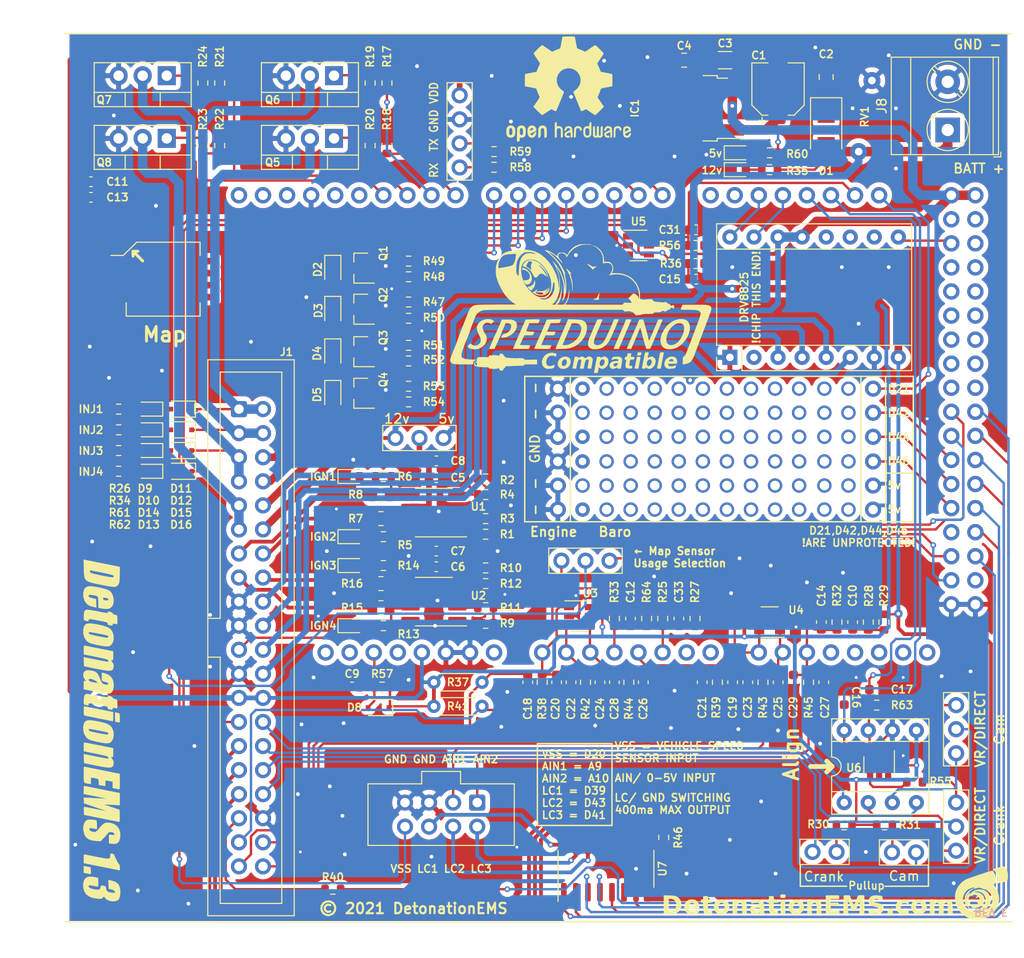
<source format=kicad_pcb>
(kicad_pcb (version 20171130) (host pcbnew "(5.1.10)-1")
  (layers (0 Front signal) (31 Back signal) (34 B.Paste user) (35 F.Paste user) (36 B.SilkS user) (37 F.SilkS user) (38 B.Mask user hide) (39 F.Mask user hide) (44 Edge.Cuts user))
  (net 0 "")
  (net 1 "Net-(C1-Pad1)")
  (net 2 +BATT)
  (net 3 GND)
  (net 4 IGN-V-Select)
  (net 5 MC-D38)
  (net 6 MC-D40)
  (net 7 "Net-(R3-Pad1)")
  (net 8 "Net-(R4-Pad1)")
  (net 9 "Net-(R5-Pad1)")
  (net 10 "Net-(R6-Pad2)")
  (net 11 IGN1)
  (net 12 IGN2)
  (net 13 MC-D50)
  (net 14 MC-D52)
  (net 15 "Net-(R11-Pad1)")
  (net 16 "Net-(R12-Pad1)")
  (net 17 "Net-(R13-Pad1)")
  (net 18 "Net-(R14-Pad2)")
  (net 19 IGN4)
  (net 20 IGN3)
  (net 21 MC-D51)
  (net 22 MC-D49)
  (net 23 MC-D47)
  (net 24 MC-D45)
  (net 25 MC-D43)
  (net 26 INJ1)
  (net 27 INJ4)
  (net 28 INJ2)
  (net 29 INJ3)
  (net 30 MC-D8)
  (net 31 MC-D11)
  (net 32 MC-D9)
  (net 33 MC-D10)
  (net 34 MC-D16)
  (net 35 MC-D17)
  (net 36 Step-B2)
  (net 37 Step-B1)
  (net 38 Step-A1)
  (net 39 Step-A2)
  (net 40 MC-D24)
  (net 41 "Net-(C10-Pad1)")
  (net 42 MC-A3)
  (net 43 MC-A4)
  (net 44 Flex)
  (net 45 MC-D19)
  (net 46 MC-D18)
  (net 47 IAT)
  (net 48 O2)
  (net 49 MC-A0)
  (net 50 MC-A8)
  (net 51 CLT)
  (net 52 A9)
  (net 53 MC-A1)
  (net 54 MC-A9)
  (net 55 TPS)
  (net 56 A10)
  (net 57 MC-A2)
  (net 58 MC-A10)
  (net 59 Map-External)
  (net 60 BOOST)
  (net 61 HC1)
  (net 62 IDLE)
  (net 63 HC2)
  (net 64 VR2-)
  (net 65 VR1-)
  (net 66 Crank-In)
  (net 67 Cam-In)
  (net 68 Tach)
  (net 69 Fan)
  (net 70 Fuel-Pump)
  (net 71 Clutch)
  (net 72 MC-D7)
  (net 73 MC-D6)
  (net 74 MC-D5)
  (net 75 MC-D4)
  (net 76 VDD)
  (net 77 MC-RESET)
  (net 78 "Net-(JP4-Pad2)")
  (net 79 "Net-(JP5-Pad2)")
  (net 80 MC-D20)
  (net 81 MC-D41)
  (net 82 MC-D39)
  (net 83 "Net-(Q1-Pad1)")
  (net 84 "Net-(Q2-Pad1)")
  (net 85 "Net-(Q3-Pad1)")
  (net 86 "Net-(Q4-Pad1)")
  (net 87 "Net-(C33-Pad1)")
  (net 88 MC-D0)
  (net 89 MC-D1)
  (net 90 "Net-(Q5-Pad1)")
  (net 91 "Net-(Q6-Pad1)")
  (net 92 "Net-(Q7-Pad1)")
  (net 93 "Net-(Q8-Pad1)")
  (net 94 MC-A5)
  (net 95 "Net-(JP7-Pad2)")
  (net 96 "Net-(D6-Pad2)")
  (net 97 "Net-(D7-Pad2)")
  (net 98 MC-D21)
  (net 99 "Net-(J2-Pad4)")
  (net 100 D41)
  (net 101 D39)
  (net 102 D43)
  (net 103 MC-D46)
  (net 104 MC-D44)
  (net 105 MC-D42)
  (net 106 "Net-(D9-Pad2)")
  (net 107 "Net-(D11-Pad2)")
  (net 108 "Net-(D10-Pad2)")
  (net 109 "Net-(D10-Pad1)")
  (net 110 "Net-(D13-Pad2)")
  (net 111 "Net-(D13-Pad1)")
  (net 112 "Net-(D14-Pad2)")
  (net 113 "Net-(D14-Pad1)")
  (net 114 "Net-(IGN1-Pad2)")
  (net 115 "Net-(IGN2-Pad2)")
  (net 116 "Net-(IGN3-Pad2)")
  (net 117 "Net-(IGN4-Pad2)")
  (net 118 "Net-(JP2-Pad1)")
  (net 119 "Net-(JP3-Pad3)")
  (net 120 "Net-(J4-Pad2)")
  (net 121 "Net-(J4-Pad3)")
  (module TerminalBlock_Phoenix:TerminalBlock_Phoenix_MKDS-3-2-5.08_1x02_P5.08mm_Horizontal (layer Front) (at 177.165 63.5 90)
    (fp_text reference J8 (at 2.54 -6.96 90) (layer F.SilkS))
    (fp_text value Screw_Terminal_01x02)
    (pad 2 thru_hole circle (at 5.08 0 90) (size 2.6 2.6) (drill 1.3) (layers *.Cu *.Mask) (net 3 GND))
    (pad 1 thru_hole rect (at 0 0 90) (size 2.6 2.6) (drill 1.3) (layers *.Cu *.Mask) (net 2 +BATT))
  )
  (module Resistor_SMD:R_0603_1608Metric (layer Front) (at 145.3896 115.062 270)
    (fp_text reference R64 (at -2.794 0 90 unlocked) (layer F.SilkS) (effects (font (size 0.8 0.8) (thickness 0.16))))
    (fp_text value 51k)
    (pad 2 smd roundrect (at 0.825 0 270) (size 0.8 0.95) (layers Front F.Paste F.Mask) (net 59 Map-External))
    (pad 1 smd roundrect (at -0.825 0 270) (size 0.8 0.95) (layers Front F.Paste F.Mask) (net 3 GND))
  )
  (module Capacitor_SMD:C_0603_1608Metric (layer Front) (at 143.6878 115.062 270)
    (fp_text reference C12 (at -2.794 0 90 unlocked) (layer F.SilkS) (effects (font (size 0.8 0.8) (thickness 0.16))))
    (fp_text value 47pF)
    (pad 2 smd roundrect (at 0.775 0 270) (size 0.9 0.95) (layers Front F.Paste F.Mask) (net 59 Map-External))
    (pad 1 smd roundrect (at -0.775 0 270) (size 0.9 0.95) (layers Front F.Paste F.Mask) (net 3 GND))
  )
  (module Resistor_SMD:R_0603_1608Metric (layer Front) (at 169.672 124.206 180)
    (fp_text reference R63 (at -2.667 0 unlocked) (layer F.SilkS) (effects (font (size 0.8 0.8) (thickness 0.16))))
    (fp_text value 470)
    (pad 2 smd roundrect (at 0.825 0 180) (size 0.8 0.95) (layers Front F.Paste F.Mask) (net 46 MC-D18))
    (pad 1 smd roundrect (at -0.825 0 180) (size 0.8 0.95) (layers Front F.Paste F.Mask) (net 119 "Net-(JP3-Pad3)"))
  )
  (module Resistor_SMD:R_0603_1608Metric (layer Front) (at 89.662 99.523)
    (fp_text reference R62 (at 0.127 5.633 unlocked) (layer F.SilkS) (effects (font (size 0.8 0.8) (thickness 0.16))))
    (fp_text value 470)
    (pad 2 smd roundrect (at 0.825 0) (size 0.8 0.95) (layers Front F.Paste F.Mask) (net 112 "Net-(D14-Pad2)"))
    (pad 1 smd roundrect (at -0.825 0) (size 0.8 0.95) (layers Front F.Paste F.Mask) (net 76 VDD))
  )
  (module Resistor_SMD:R_0603_1608Metric (layer Front) (at 89.662 97.336666)
    (fp_text reference R61 (at 0.127 6.549334 unlocked) (layer F.SilkS) (effects (font (size 0.8 0.8) (thickness 0.16))))
    (fp_text value 470)
    (pad 2 smd roundrect (at 0.825 0) (size 0.8 0.95) (layers Front F.Paste F.Mask) (net 110 "Net-(D13-Pad2)"))
    (pad 1 smd roundrect (at -0.825 0) (size 0.8 0.95) (layers Front F.Paste F.Mask) (net 76 VDD))
  )
  (module Resistor_SMD:R_0603_1608Metric (layer Front) (at 158.369 65.913)
    (fp_text reference R60 (at 2.921 0.127 unlocked) (layer F.SilkS) (effects (font (size 0.8 0.8) (thickness 0.16))))
    (fp_text value 470)
    (pad 2 smd roundrect (at 0.825 0) (size 0.8 0.95) (layers Front F.Paste F.Mask) (net 76 VDD))
    (pad 1 smd roundrect (at -0.825 0) (size 0.8 0.95) (layers Front F.Paste F.Mask) (net 97 "Net-(D7-Pad2)"))
  )
  (module Resistor_SMD:R_0603_1608Metric (layer Front) (at 129.286 65.786 180)
    (fp_text reference R59 (at -2.794 0 unlocked) (layer F.SilkS) (effects (font (size 0.8 0.8) (thickness 0.16))))
    (fp_text value 2k)
    (pad 2 smd roundrect (at 0.825 0 180) (size 0.8 0.95) (layers Front F.Paste F.Mask) (net 99 "Net-(J2-Pad4)"))
    (pad 1 smd roundrect (at -0.825 0 180) (size 0.8 0.95) (layers Front F.Paste F.Mask) (net 3 GND))
  )
  (module Resistor_SMD:R_0603_1608Metric (layer Front) (at 129.288 67.437)
    (fp_text reference R58 (at 2.792 0 unlocked) (layer F.SilkS) (effects (font (size 0.8 0.8) (thickness 0.16))))
    (fp_text value 1k)
    (pad 2 smd roundrect (at 0.825 0) (size 0.8 0.95) (layers Front F.Paste F.Mask) (net 89 MC-D1))
    (pad 1 smd roundrect (at -0.825 0) (size 0.8 0.95) (layers Front F.Paste F.Mask) (net 99 "Net-(J2-Pad4)"))
  )
  (module Resistor_SMD:R_0603_1608Metric (layer Front) (at 150.622 75.692)
    (fp_text reference R56 (at -2.794 0 unlocked) (layer F.SilkS) (effects (font (size 0.8 0.8) (thickness 0.16))))
    (fp_text value 1k)
    (pad 2 smd roundrect (at 0.825 0) (size 0.8 0.95) (layers Front F.Paste F.Mask) (net 76 VDD))
    (pad 1 smd roundrect (at -0.825 0) (size 0.8 0.95) (layers Front F.Paste F.Mask) (net 80 MC-D20))
  )
  (module Resistor_SMD:R_0603_1608Metric (layer Front) (at 173.6725 132.334)
    (fp_text reference R55 (at 2.7305 -0.0635 unlocked) (layer F.SilkS) (effects (font (size 0.8 0.8) (thickness 0.16))))
    (fp_text value 470)
    (pad 2 smd roundrect (at 0.825 0) (size 0.8 0.95) (layers Front F.Paste F.Mask) (net 118 "Net-(JP2-Pad1)"))
    (pad 1 smd roundrect (at -0.825 0) (size 0.8 0.95) (layers Front F.Paste F.Mask) (net 45 MC-D19))
  )
  (module Resistor_SMD:R_0603_1608Metric (layer Front) (at 120.269 92.202)
    (fp_text reference R54 (at 2.667 0 unlocked) (layer F.SilkS) (effects (font (size 0.8 0.8) (thickness 0.16))))
    (fp_text value 120)
    (pad 2 smd roundrect (at 0.825 0) (size 0.8 0.95) (layers Front F.Paste F.Mask) (net 72 MC-D7))
    (pad 1 smd roundrect (at -0.825 0) (size 0.8 0.95) (layers Front F.Paste F.Mask) (net 86 "Net-(Q4-Pad1)"))
  )
  (module Resistor_SMD:R_0603_1608Metric (layer Front) (at 120.269 90.551)
    (fp_text reference R53 (at 2.667 0 unlocked) (layer F.SilkS) (effects (font (size 0.8 0.8) (thickness 0.16))))
    (fp_text value 100k)
    (pad 2 smd roundrect (at 0.825 0) (size 0.8 0.95) (layers Front F.Paste F.Mask) (net 72 MC-D7))
    (pad 1 smd roundrect (at -0.825 0) (size 0.8 0.95) (layers Front F.Paste F.Mask) (net 3 GND))
  )
  (module Resistor_SMD:R_0603_1608Metric (layer Front) (at 120.269 87.884)
    (fp_text reference R52 (at 2.667 -0.127 unlocked) (layer F.SilkS) (effects (font (size 0.8 0.8) (thickness 0.16))))
    (fp_text value 120)
    (pad 2 smd roundrect (at 0.825 0) (size 0.8 0.95) (layers Front F.Paste F.Mask) (net 73 MC-D6))
    (pad 1 smd roundrect (at -0.825 0) (size 0.8 0.95) (layers Front F.Paste F.Mask) (net 85 "Net-(Q3-Pad1)"))
  )
  (module Resistor_SMD:R_0603_1608Metric (layer Front) (at 120.269 86.233)
    (fp_text reference R51 (at 2.667 0 unlocked) (layer F.SilkS) (effects (font (size 0.8 0.8) (thickness 0.16))))
    (fp_text value 100k)
    (pad 2 smd roundrect (at 0.825 0) (size 0.8 0.95) (layers Front F.Paste F.Mask) (net 73 MC-D6))
    (pad 1 smd roundrect (at -0.825 0) (size 0.8 0.95) (layers Front F.Paste F.Mask) (net 3 GND))
  )
  (module Resistor_SMD:R_0603_1608Metric (layer Front) (at 120.269 83.3755)
    (fp_text reference R50 (at 2.667 -0.0635 unlocked) (layer F.SilkS) (effects (font (size 0.8 0.8) (thickness 0.16))))
    (fp_text value 120)
    (pad 2 smd roundrect (at 0.825 0) (size 0.8 0.95) (layers Front F.Paste F.Mask) (net 74 MC-D5))
    (pad 1 smd roundrect (at -0.825 0) (size 0.8 0.95) (layers Front F.Paste F.Mask) (net 84 "Net-(Q2-Pad1)"))
  )
  (module Resistor_SMD:R_0603_1608Metric (layer Front) (at 120.269 77.343)
    (fp_text reference R49 (at 2.667 0 unlocked) (layer F.SilkS) (effects (font (size 0.8 0.8) (thickness 0.16))))
    (fp_text value 100k)
    (pad 2 smd roundrect (at 0.825 0) (size 0.8 0.95) (layers Front F.Paste F.Mask) (net 75 MC-D4))
    (pad 1 smd roundrect (at -0.825 0) (size 0.8 0.95) (layers Front F.Paste F.Mask) (net 3 GND))
  )
  (module Resistor_SMD:R_0603_1608Metric (layer Front) (at 120.269 78.994)
    (fp_text reference R48 (at 2.667 0 unlocked) (layer F.SilkS) (effects (font (size 0.8 0.8) (thickness 0.16))))
    (fp_text value 120)
    (pad 2 smd roundrect (at 0.825 0) (size 0.8 0.95) (layers Front F.Paste F.Mask) (net 75 MC-D4))
    (pad 1 smd roundrect (at -0.825 0) (size 0.8 0.95) (layers Front F.Paste F.Mask) (net 83 "Net-(Q1-Pad1)"))
  )
  (module Resistor_SMD:R_0603_1608Metric (layer Front) (at 120.269 81.661)
    (fp_text reference R47 (at 2.667 0 unlocked) (layer F.SilkS) (effects (font (size 0.8 0.8) (thickness 0.16))))
    (fp_text value 100k)
    (pad 2 smd roundrect (at 0.825 0) (size 0.8 0.95) (layers Front F.Paste F.Mask) (net 74 MC-D5))
    (pad 1 smd roundrect (at -0.825 0) (size 0.8 0.95) (layers Front F.Paste F.Mask) (net 3 GND))
  )
  (module Resistor_SMD:R_0603_1608Metric (layer Front) (at 162.480625 121.793 270)
    (fp_text reference R45 (at 2.667 0 90 unlocked) (layer F.SilkS) (effects (font (size 0.8 0.8) (thickness 0.16))))
    (fp_text value 470)
    (pad 2 smd roundrect (at 0.825 0 270) (size 0.8 0.95) (layers Front F.Paste F.Mask) (net 56 A10))
    (pad 1 smd roundrect (at -0.825 0 270) (size 0.8 0.95) (layers Front F.Paste F.Mask) (net 58 MC-A10))
  )
  (module Resistor_SMD:R_0603_1608Metric (layer Front) (at 143.51 121.793 270)
    (fp_text reference R44 (at 2.794 0 90 unlocked) (layer F.SilkS) (effects (font (size 0.8 0.8) (thickness 0.16))))
    (fp_text value 470)
    (pad 2 smd roundrect (at 0.825 0 270) (size 0.8 0.95) (layers Front F.Paste F.Mask) (net 55 TPS))
    (pad 1 smd roundrect (at -0.825 0 270) (size 0.8 0.95) (layers Front F.Paste F.Mask) (net 57 MC-A2))
  )
  (module Resistor_SMD:R_0603_1608Metric (layer Front) (at 157.6705 121.793 270)
    (fp_text reference R43 (at 2.667 0 90 unlocked) (layer F.SilkS) (effects (font (size 0.8 0.8) (thickness 0.16))))
    (fp_text value 470)
    (pad 2 smd roundrect (at 0.825 0 270) (size 0.8 0.95) (layers Front F.Paste F.Mask) (net 52 A9))
    (pad 1 smd roundrect (at -0.825 0 270) (size 0.8 0.95) (layers Front F.Paste F.Mask) (net 54 MC-A9))
  )
  (module Resistor_SMD:R_0603_1608Metric (layer Front) (at 138.938 121.793 270)
    (fp_text reference R42 (at 2.794 0 90 unlocked) (layer F.SilkS) (effects (font (size 0.8 0.8) (thickness 0.16))))
    (fp_text value 470)
    (pad 2 smd roundrect (at 0.825 0 270) (size 0.8 0.95) (layers Front F.Paste F.Mask) (net 51 CLT))
    (pad 1 smd roundrect (at -0.825 0 270) (size 0.8 0.95) (layers Front F.Paste F.Mask) (net 53 MC-A1))
  )
  (module Resistor_SMD:R_0603_1608Metric (layer Front) (at 112.268 143.637 180)
    (fp_text reference R40 (at 0 1.27 unlocked) (layer F.SilkS) (effects (font (size 0.8 0.8) (thickness 0.16))))
    (fp_text value 1k)
    (pad 2 smd roundrect (at 0.825 0 180) (size 0.8 0.95) (layers Front F.Paste F.Mask) (net 71 Clutch))
    (pad 1 smd roundrect (at -0.825 0 180) (size 0.8 0.95) (layers Front F.Paste F.Mask) (net 21 MC-D51))
  )
  (module Resistor_SMD:R_0603_1608Metric (layer Front) (at 152.860375 121.793 270)
    (fp_text reference R39 (at 2.667 0.127 90 unlocked) (layer F.SilkS) (effects (font (size 0.8 0.8) (thickness 0.16))))
    (fp_text value 470)
    (pad 2 smd roundrect (at 0.825 0 270) (size 0.8 0.95) (layers Front F.Paste F.Mask) (net 48 O2))
    (pad 1 smd roundrect (at -0.825 0 270) (size 0.8 0.95) (layers Front F.Paste F.Mask) (net 50 MC-A8))
  )
  (module Resistor_SMD:R_0603_1608Metric (layer Front) (at 134.366 121.793 270)
    (fp_text reference R38 (at 2.794 0 90 unlocked) (layer F.SilkS) (effects (font (size 0.8 0.8) (thickness 0.16))))
    (fp_text value 470)
    (pad 2 smd roundrect (at 0.825 0 270) (size 0.8 0.95) (layers Front F.Paste F.Mask) (net 47 IAT))
    (pad 1 smd roundrect (at -0.825 0 270) (size 0.8 0.95) (layers Front F.Paste F.Mask) (net 49 MC-A0))
  )
  (module Resistor_SMD:R_0603_1608Metric (layer Front) (at 150.622 77.597 180)
    (fp_text reference R36 (at 2.667 0 unlocked) (layer F.SilkS) (effects (font (size 0.8 0.8) (thickness 0.16))))
    (fp_text value 2.4k)
    (pad 2 smd roundrect (at 0.825 0 180) (size 0.8 0.95) (layers Front F.Paste F.Mask) (net 44 Flex))
    (pad 1 smd roundrect (at -0.825 0 180) (size 0.8 0.95) (layers Front F.Paste F.Mask) (net 76 VDD))
  )
  (module Resistor_SMD:R_0603_1608Metric (layer Front) (at 158.369 67.691)
    (fp_text reference R35 (at 2.921 0.127 unlocked) (layer F.SilkS) (effects (font (size 0.8 0.8) (thickness 0.16))))
    (fp_text value 1k)
    (pad 2 smd roundrect (at 0.825 0) (size 0.8 0.95) (layers Front F.Paste F.Mask) (net 2 +BATT))
    (pad 1 smd roundrect (at -0.825 0) (size 0.8 0.95) (layers Front F.Paste F.Mask) (net 96 "Net-(D6-Pad2)"))
  )
  (module Resistor_SMD:R_0603_1608Metric (layer Front) (at 89.662 95.150333)
    (fp_text reference R34 (at 0.127 7.465667 unlocked) (layer F.SilkS) (effects (font (size 0.8 0.8) (thickness 0.16))))
    (fp_text value 470)
    (pad 2 smd roundrect (at 0.825 0) (size 0.8 0.95) (layers Front F.Paste F.Mask) (net 108 "Net-(D10-Pad2)"))
    (pad 1 smd roundrect (at -0.825 0) (size 0.8 0.95) (layers Front F.Paste F.Mask) (net 76 VDD))
  )
  (module Resistor_SMD:R_0603_1608Metric (layer Front) (at 141.986 115.062 270)
    (fp_text reference R33 (at -2.794 0 90 unlocked) (layer F.SilkS) (effects (font (size 0.8 0.8) (thickness 0.16))))
    (fp_text value 470)
    (pad 2 smd roundrect (at 0.825 0 270) (size 0.8 0.95) (layers Front F.Paste F.Mask) (net 42 MC-A3))
    (pad 1 smd roundrect (at -0.825 0 270) (size 0.8 0.95) (layers Front F.Paste F.Mask) (net 59 Map-External))
  )
  (module Resistor_SMD:R_0603_1608Metric (layer Front) (at 165.481 115.443 90)
    (fp_text reference R32 (at 2.794 0 90 unlocked) (layer F.SilkS) (effects (font (size 0.8 0.8) (thickness 0.16))))
    (fp_text value 470)
    (pad 2 smd roundrect (at 0.825 0 90) (size 0.8 0.95) (layers Front F.Paste F.Mask) (net 41 "Net-(C10-Pad1)"))
    (pad 1 smd roundrect (at -0.825 0 90) (size 0.8 0.95) (layers Front F.Paste F.Mask) (net 43 MC-A4))
  )
  (module Resistor_SMD:R_0603_1608Metric (layer Front) (at 170.498 136.8425 180)
    (fp_text reference R31 (at -2.667 0 unlocked) (layer F.SilkS) (effects (font (size 0.8 0.8) (thickness 0.16))))
    (fp_text value 1k)
    (pad 2 smd roundrect (at 0.825 0 180) (size 0.8 0.95) (layers Front F.Paste F.Mask) (net 76 VDD))
    (pad 1 smd roundrect (at -0.825 0 180) (size 0.8 0.95) (layers Front F.Paste F.Mask) (net 79 "Net-(JP5-Pad2)"))
  )
  (module Resistor_SMD:R_0603_1608Metric (layer Front) (at 166.243 136.8425)
    (fp_text reference R30 (at -2.7305 -0.0635 unlocked) (layer F.SilkS) (effects (font (size 0.8 0.8) (thickness 0.16))))
    (fp_text value 1k)
    (pad 2 smd roundrect (at 0.825 0) (size 0.8 0.95) (layers Front F.Paste F.Mask) (net 76 VDD))
    (pad 1 smd roundrect (at -0.825 0) (size 0.8 0.95) (layers Front F.Paste F.Mask) (net 78 "Net-(JP4-Pad2)"))
  )
  (module Resistor_SMD:R_0603_1608Metric (layer Front) (at 168.783 115.443 270)
    (fp_text reference R28 (at -2.7625 -0.0635 90 unlocked) (layer F.SilkS) (effects (font (size 0.8 0.8) (thickness 0.16))))
    (fp_text value 1k)
    (pad 2 smd roundrect (at 0.825 0 270) (size 0.8 0.95) (layers Front F.Paste F.Mask) (net 41 "Net-(C10-Pad1)"))
    (pad 1 smd roundrect (at -0.825 0 270) (size 0.8 0.95) (layers Front F.Paste F.Mask) (net 3 GND))
  )
  (module Resistor_SMD:R_0603_1608Metric (layer Front) (at 150.495 115.062 90)
    (fp_text reference R27 (at 2.794 0 90 unlocked) (layer F.SilkS) (effects (font (size 0.8 0.8) (thickness 0.16))))
    (fp_text value 51k)
    (pad 2 smd roundrect (at 0.825 0 90) (size 0.8 0.95) (layers Front F.Paste F.Mask) (net 3 GND))
    (pad 1 smd roundrect (at -0.825 0 90) (size 0.8 0.95) (layers Front F.Paste F.Mask) (net 87 "Net-(C33-Pad1)"))
  )
  (module Resistor_SMD:R_0603_1608Metric (layer Front) (at 89.662 92.964)
    (fp_text reference R26 (at 0.127 8.382 unlocked) (layer F.SilkS) (effects (font (size 0.8 0.8) (thickness 0.16))))
    (fp_text value 470)
    (pad 2 smd roundrect (at 0.825 0) (size 0.8 0.95) (layers Front F.Paste F.Mask) (net 106 "Net-(D9-Pad2)"))
    (pad 1 smd roundrect (at -0.825 0) (size 0.8 0.95) (layers Front F.Paste F.Mask) (net 76 VDD))
  )
  (module Resistor_SMD:R_0603_1608Metric (layer Front) (at 147.0914 115.062 270)
    (fp_text reference R25 (at -2.794 0 90 unlocked) (layer F.SilkS) (effects (font (size 0.8 0.8) (thickness 0.16))))
    (fp_text value 470)
    (pad 2 smd roundrect (at 0.825 0 270) (size 0.8 0.95) (layers Front F.Paste F.Mask) (net 94 MC-A5))
    (pad 1 smd roundrect (at -0.825 0 270) (size 0.8 0.95) (layers Front F.Paste F.Mask) (net 87 "Net-(C33-Pad1)"))
  )
  (module Resistor_SMD:R_0603_1608Metric (layer Front) (at 98.552 58.547 270)
    (fp_text reference R24 (at -2.794 0 90 unlocked) (layer F.SilkS) (effects (font (size 0.8 0.8) (thickness 0.16))))
    (fp_text value 1k)
    (pad 2 smd roundrect (at 0.825 0 270) (size 0.8 0.95) (layers Front F.Paste F.Mask) (net 33 MC-D10))
    (pad 1 smd roundrect (at -0.825 0 270) (size 0.8 0.95) (layers Front F.Paste F.Mask) (net 92 "Net-(Q7-Pad1)"))
  )
  (module Resistor_SMD:R_0603_1608Metric (layer Front) (at 98.552 65.151 270)
    (fp_text reference R23 (at -2.794 0 90 unlocked) (layer F.SilkS) (effects (font (size 0.8 0.8) (thickness 0.16))))
    (fp_text value 1k)
    (pad 2 smd roundrect (at 0.825 0 270) (size 0.8 0.95) (layers Front F.Paste F.Mask) (net 31 MC-D11))
    (pad 1 smd roundrect (at -0.825 0 270) (size 0.8 0.95) (layers Front F.Paste F.Mask) (net 93 "Net-(Q8-Pad1)"))
  )
  (module Resistor_SMD:R_0603_1608Metric (layer Front) (at 100.33 65.151 270)
    (fp_text reference R22 (at -2.794 0 90 unlocked) (layer F.SilkS) (effects (font (size 0.8 0.8) (thickness 0.16))))
    (fp_text value 100k)
    (pad 2 smd roundrect (at 0.825 0 270) (size 0.8 0.95) (layers Front F.Paste F.Mask) (net 31 MC-D11))
    (pad 1 smd roundrect (at -0.825 0 270) (size 0.8 0.95) (layers Front F.Paste F.Mask) (net 3 GND))
  )
  (module Resistor_SMD:R_0603_1608Metric (layer Front) (at 100.33 58.547 270)
    (fp_text reference R21 (at -2.794 0 90 unlocked) (layer F.SilkS) (effects (font (size 0.8 0.8) (thickness 0.16))))
    (fp_text value 100k)
    (pad 2 smd roundrect (at 0.825 0 270) (size 0.8 0.95) (layers Front F.Paste F.Mask) (net 33 MC-D10))
    (pad 1 smd roundrect (at -0.825 0 270) (size 0.8 0.95) (layers Front F.Paste F.Mask) (net 3 GND))
  )
  (module Resistor_SMD:R_0603_1608Metric (layer Front) (at 116.205 65.151 270)
    (fp_text reference R20 (at -2.794 0 90 unlocked) (layer F.SilkS) (effects (font (size 0.8 0.8) (thickness 0.16))))
    (fp_text value 1k)
    (pad 2 smd roundrect (at 0.825 0 270) (size 0.8 0.95) (layers Front F.Paste F.Mask) (net 30 MC-D8))
    (pad 1 smd roundrect (at -0.825 0 270) (size 0.8 0.95) (layers Front F.Paste F.Mask) (net 90 "Net-(Q5-Pad1)"))
  )
  (module Resistor_SMD:R_0603_1608Metric (layer Front) (at 116.205 58.547 270)
    (fp_text reference R19 (at -2.794 0 90 unlocked) (layer F.SilkS) (effects (font (size 0.8 0.8) (thickness 0.16))))
    (fp_text value 1k)
    (pad 2 smd roundrect (at 0.825 0 270) (size 0.8 0.95) (layers Front F.Paste F.Mask) (net 32 MC-D9))
    (pad 1 smd roundrect (at -0.825 0 270) (size 0.8 0.95) (layers Front F.Paste F.Mask) (net 91 "Net-(Q6-Pad1)"))
  )
  (module Resistor_SMD:R_0603_1608Metric (layer Front) (at 117.983 65.151 270)
    (fp_text reference R18 (at -2.794 0 90 unlocked) (layer F.SilkS) (effects (font (size 0.8 0.8) (thickness 0.16))))
    (fp_text value 100k)
    (pad 2 smd roundrect (at 0.825 0 270) (size 0.8 0.95) (layers Front F.Paste F.Mask) (net 30 MC-D8))
    (pad 1 smd roundrect (at -0.825 0 270) (size 0.8 0.95) (layers Front F.Paste F.Mask) (net 3 GND))
  )
  (module Resistor_SMD:R_0603_1608Metric (layer Front) (at 117.983 58.547 270)
    (fp_text reference R17 (at -2.794 0 90 unlocked) (layer F.SilkS) (effects (font (size 0.8 0.8) (thickness 0.16))))
    (fp_text value 100k)
    (pad 2 smd roundrect (at 0.825 0 270) (size 0.8 0.95) (layers Front F.Paste F.Mask) (net 32 MC-D9))
    (pad 1 smd roundrect (at -0.825 0 270) (size 0.8 0.95) (layers Front F.Paste F.Mask) (net 3 GND))
  )
  (module Resistor_SMD:R_0603_1608Metric (layer Front) (at 117.602 109.474)
    (fp_text reference R14 (at 2.667 0 unlocked) (layer F.SilkS) (effects (font (size 0.8 0.8) (thickness 0.16))))
    (fp_text value 2.4k)
    (pad 2 smd roundrect (at 0.825 0) (size 0.8 0.95) (layers Front F.Paste F.Mask) (net 18 "Net-(R14-Pad2)"))
    (pad 1 smd roundrect (at -0.825 0) (size 0.8 0.95) (layers Front F.Paste F.Mask) (net 116 "Net-(IGN3-Pad2)"))
  )
  (module Resistor_SMD:R_0603_1608Metric (layer Front) (at 117.602 115.824 180)
    (fp_text reference R13 (at -2.667 -0.889 unlocked) (layer F.SilkS) (effects (font (size 0.8 0.8) (thickness 0.16))))
    (fp_text value 2.4k)
    (pad 2 smd roundrect (at 0.825 0 180) (size 0.8 0.95) (layers Front F.Paste F.Mask) (net 117 "Net-(IGN4-Pad2)"))
    (pad 1 smd roundrect (at -0.825 0 180) (size 0.8 0.95) (layers Front F.Paste F.Mask) (net 17 "Net-(R13-Pad1)"))
  )
  (module Resistor_SMD:R_0603_1608Metric (layer Front) (at 128.397 111.379)
    (fp_text reference R12 (at 2.667 0 unlocked) (layer F.SilkS) (effects (font (size 0.8 0.8) (thickness 0.16))))
    (fp_text value 1k)
    (pad 2 smd roundrect (at 0.825 0) (size 0.8 0.95) (layers Front F.Paste F.Mask) (net 14 MC-D52))
    (pad 1 smd roundrect (at -0.825 0) (size 0.8 0.95) (layers Front F.Paste F.Mask) (net 16 "Net-(R12-Pad1)"))
  )
  (module Resistor_SMD:R_0603_1608Metric (layer Front) (at 128.397 113.919)
    (fp_text reference R11 (at 2.667 0 unlocked) (layer F.SilkS) (effects (font (size 0.8 0.8) (thickness 0.16))))
    (fp_text value 1k)
    (pad 2 smd roundrect (at 0.825 0) (size 0.8 0.95) (layers Front F.Paste F.Mask) (net 13 MC-D50))
    (pad 1 smd roundrect (at -0.825 0) (size 0.8 0.95) (layers Front F.Paste F.Mask) (net 15 "Net-(R11-Pad1)"))
  )
  (module Resistor_SMD:R_0603_1608Metric (layer Front) (at 128.397 109.728)
    (fp_text reference R10 (at 2.667 0 unlocked) (layer F.SilkS) (effects (font (size 0.8 0.8) (thickness 0.16))))
    (fp_text value 100k)
    (pad 2 smd roundrect (at 0.825 0) (size 0.8 0.95) (layers Front F.Paste F.Mask) (net 14 MC-D52))
    (pad 1 smd roundrect (at -0.825 0) (size 0.8 0.95) (layers Front F.Paste F.Mask) (net 3 GND))
  )
  (module Resistor_SMD:R_0603_1608Metric (layer Front) (at 128.397 115.57 180)
    (fp_text reference R9 (at -2.286 0 unlocked) (layer F.SilkS) (effects (font (size 0.8 0.8) (thickness 0.16))))
    (fp_text value 100k)
    (pad 2 smd roundrect (at 0.825 0 180) (size 0.8 0.95) (layers Front F.Paste F.Mask) (net 3 GND))
    (pad 1 smd roundrect (at -0.825 0 180) (size 0.8 0.95) (layers Front F.Paste F.Mask) (net 13 MC-D50))
  )
  (module Resistor_SMD:R_0603_1608Metric (layer Front) (at 117.602 100.076)
    (fp_text reference R6 (at 2.286 0 unlocked) (layer F.SilkS) (effects (font (size 0.8 0.8) (thickness 0.16))))
    (fp_text value 2.4k)
    (pad 2 smd roundrect (at 0.825 0) (size 0.8 0.95) (layers Front F.Paste F.Mask) (net 10 "Net-(R6-Pad2)"))
    (pad 1 smd roundrect (at -0.825 0) (size 0.8 0.95) (layers Front F.Paste F.Mask) (net 114 "Net-(IGN1-Pad2)"))
  )
  (module Resistor_SMD:R_0603_1608Metric (layer Front) (at 117.602 106.426 180)
    (fp_text reference R5 (at -2.286 -0.889 unlocked) (layer F.SilkS) (effects (font (size 0.8 0.8) (thickness 0.16))))
    (fp_text value 2.4k)
    (pad 2 smd roundrect (at 0.825 0 180) (size 0.8 0.95) (layers Front F.Paste F.Mask) (net 115 "Net-(IGN2-Pad2)"))
    (pad 1 smd roundrect (at -0.825 0 180) (size 0.8 0.95) (layers Front F.Paste F.Mask) (net 9 "Net-(R5-Pad1)"))
  )
  (module Resistor_SMD:R_0603_1608Metric (layer Front) (at 128.397 101.981)
    (fp_text reference R4 (at 2.286 0 unlocked) (layer F.SilkS) (effects (font (size 0.8 0.8) (thickness 0.16))))
    (fp_text value 1k)
    (pad 2 smd roundrect (at 0.825 0) (size 0.8 0.95) (layers Front F.Paste F.Mask) (net 6 MC-D40))
    (pad 1 smd roundrect (at -0.825 0) (size 0.8 0.95) (layers Front F.Paste F.Mask) (net 8 "Net-(R4-Pad1)"))
  )
  (module Resistor_SMD:R_0603_1608Metric (layer Front) (at 128.397 104.521)
    (fp_text reference R3 (at 2.286 0 unlocked) (layer F.SilkS) (effects (font (size 0.8 0.8) (thickness 0.16))))
    (fp_text value 1k)
    (pad 2 smd roundrect (at 0.825 0) (size 0.8 0.95) (layers Front F.Paste F.Mask) (net 5 MC-D38))
    (pad 1 smd roundrect (at -0.825 0) (size 0.8 0.95) (layers Front F.Paste F.Mask) (net 7 "Net-(R3-Pad1)"))
  )
  (module Resistor_SMD:R_0603_1608Metric (layer Front) (at 128.397 100.33 180)
    (fp_text reference R2 (at -2.286 -0.127 unlocked) (layer F.SilkS) (effects (font (size 0.8 0.8) (thickness 0.16))))
    (fp_text value 100k)
    (pad 2 smd roundrect (at 0.825 0 180) (size 0.8 0.95) (layers Front F.Paste F.Mask) (net 6 MC-D40))
    (pad 1 smd roundrect (at -0.825 0 180) (size 0.8 0.95) (layers Front F.Paste F.Mask) (net 3 GND))
  )
  (module Resistor_SMD:R_0603_1608Metric (layer Front) (at 128.397 106.172 180)
    (fp_text reference R1 (at -2.286 0 unlocked) (layer F.SilkS) (effects (font (size 0.8 0.8) (thickness 0.16))))
    (fp_text value 100k)
    (pad 2 smd roundrect (at 0.825 0 180) (size 0.8 0.95) (layers Front F.Paste F.Mask) (net 3 GND))
    (pad 1 smd roundrect (at -0.825 0 180) (size 0.8 0.95) (layers Front F.Paste F.Mask) (net 5 MC-D38))
  )
  (module Capacitor_SMD:C_0603_1608Metric (layer Front) (at 148.7932 115.062 90)
    (fp_text reference C33 (at 2.794 0 90 unlocked) (layer F.SilkS) (effects (font (size 0.8 0.8) (thickness 0.16))))
    (fp_text value 47pF)
    (pad 2 smd roundrect (at 0.775 0 90) (size 0.9 0.95) (layers Front F.Paste F.Mask) (net 3 GND))
    (pad 1 smd roundrect (at -0.775 0 90) (size 0.9 0.95) (layers Front F.Paste F.Mask) (net 87 "Net-(C33-Pad1)"))
  )
  (module Capacitor_SMD:C_0603_1608Metric (layer Front) (at 150.622 74.041)
    (fp_text reference C31 (at -2.794 0 unlocked) (layer F.SilkS) (effects (font (size 0.8 0.8) (thickness 0.16))))
    (fp_text value 10nF)
    (pad 2 smd roundrect (at 0.775 0) (size 0.9 0.95) (layers Front F.Paste F.Mask) (net 3 GND))
    (pad 1 smd roundrect (at -0.775 0) (size 0.9 0.95) (layers Front F.Paste F.Mask) (net 80 MC-D20))
  )
  (module Capacitor_SMD:C_0603_1608Metric (layer Front) (at 160.87725 121.793 270)
    (fp_text reference C29 (at 2.667 0 90 unlocked) (layer F.SilkS) (effects (font (size 0.8 0.8) (thickness 0.16))))
    (fp_text value 220nF)
    (pad 2 smd roundrect (at 0.775 0 270) (size 0.9 0.95) (layers Front F.Paste F.Mask) (net 3 GND))
    (pad 1 smd roundrect (at -0.775 0 270) (size 0.9 0.95) (layers Front F.Paste F.Mask) (net 58 MC-A10))
  )
  (module Capacitor_SMD:C_0603_1608Metric (layer Front) (at 141.986 121.793 270)
    (fp_text reference C28 (at 2.794 0 90 unlocked) (layer F.SilkS) (effects (font (size 0.8 0.8) (thickness 0.16))))
    (fp_text value 220nF)
    (pad 2 smd roundrect (at 0.775 0 270) (size 0.9 0.95) (layers Front F.Paste F.Mask) (net 3 GND))
    (pad 1 smd roundrect (at -0.775 0 270) (size 0.9 0.95) (layers Front F.Paste F.Mask) (net 57 MC-A2))
  )
  (module Capacitor_SMD:C_0603_1608Metric (layer Front) (at 164.084 121.793 270)
    (fp_text reference C27 (at 2.667 -0.127 90 unlocked) (layer F.SilkS) (effects (font (size 0.8 0.8) (thickness 0.16))))
    (fp_text value 100nF)
    (pad 2 smd roundrect (at 0.775 0 270) (size 0.9 0.95) (layers Front F.Paste F.Mask) (net 3 GND))
    (pad 1 smd roundrect (at -0.775 0 270) (size 0.9 0.95) (layers Front F.Paste F.Mask) (net 56 A10))
  )
  (module Capacitor_SMD:C_0603_1608Metric (layer Front) (at 145.034 121.793 270)
    (fp_text reference C26 (at 2.794 0 90 unlocked) (layer F.SilkS) (effects (font (size 0.8 0.8) (thickness 0.16))))
    (fp_text value 100nF)
    (pad 2 smd roundrect (at 0.775 0 270) (size 0.9 0.95) (layers Front F.Paste F.Mask) (net 3 GND))
    (pad 1 smd roundrect (at -0.775 0 270) (size 0.9 0.95) (layers Front F.Paste F.Mask) (net 55 TPS))
  )
  (module Capacitor_SMD:C_0603_1608Metric (layer Front) (at 159.273875 121.793 270)
    (fp_text reference C25 (at 2.667 0 90 unlocked) (layer F.SilkS) (effects (font (size 0.8 0.8) (thickness 0.16))))
    (fp_text value 220nF)
    (pad 2 smd roundrect (at 0.775 0 270) (size 0.9 0.95) (layers Front F.Paste F.Mask) (net 3 GND))
    (pad 1 smd roundrect (at -0.775 0 270) (size 0.9 0.95) (layers Front F.Paste F.Mask) (net 54 MC-A9))
  )
  (module Capacitor_SMD:C_0603_1608Metric (layer Front) (at 140.462 121.793 270)
    (fp_text reference C24 (at 2.794 0 90 unlocked) (layer F.SilkS) (effects (font (size 0.8 0.8) (thickness 0.16))))
    (fp_text value 220nF)
    (pad 2 smd roundrect (at 0.775 0 270) (size 0.9 0.95) (layers Front F.Paste F.Mask) (net 3 GND))
    (pad 1 smd roundrect (at -0.775 0 270) (size 0.9 0.95) (layers Front F.Paste F.Mask) (net 53 MC-A1))
  )
  (module Capacitor_SMD:C_0603_1608Metric (layer Front) (at 156.067125 121.793 270)
    (fp_text reference C23 (at 2.667 0 90 unlocked) (layer F.SilkS) (effects (font (size 0.8 0.8) (thickness 0.16))))
    (fp_text value 100nF)
    (pad 2 smd roundrect (at 0.775 0 270) (size 0.9 0.95) (layers Front F.Paste F.Mask) (net 3 GND))
    (pad 1 smd roundrect (at -0.775 0 270) (size 0.9 0.95) (layers Front F.Paste F.Mask) (net 52 A9))
  )
  (module Capacitor_SMD:C_0603_1608Metric (layer Front) (at 137.414 121.793 270)
    (fp_text reference C22 (at 2.794 0 90 unlocked) (layer F.SilkS) (effects (font (size 0.8 0.8) (thickness 0.16))))
    (fp_text value 100nF)
    (pad 2 smd roundrect (at 0.775 0 270) (size 0.9 0.95) (layers Front F.Paste F.Mask) (net 3 GND))
    (pad 1 smd roundrect (at -0.775 0 270) (size 0.9 0.95) (layers Front F.Paste F.Mask) (net 51 CLT))
  )
  (module Capacitor_SMD:C_0603_1608Metric (layer Front) (at 151.257 121.793 270)
    (fp_text reference C21 (at 2.667 0 90 unlocked) (layer F.SilkS) (effects (font (size 0.8 0.8) (thickness 0.16))))
    (fp_text value 220nF)
    (pad 2 smd roundrect (at 0.775 0 270) (size 0.9 0.95) (layers Front F.Paste F.Mask) (net 3 GND))
    (pad 1 smd roundrect (at -0.775 0 270) (size 0.9 0.95) (layers Front F.Paste F.Mask) (net 50 MC-A8))
  )
  (module Capacitor_SMD:C_0603_1608Metric (layer Front) (at 135.89 121.793 270)
    (fp_text reference C20 (at 2.794 0.127 90 unlocked) (layer F.SilkS) (effects (font (size 0.8 0.8) (thickness 0.16))))
    (fp_text value 220nF)
    (pad 2 smd roundrect (at 0.775 0 270) (size 0.9 0.95) (layers Front F.Paste F.Mask) (net 3 GND))
    (pad 1 smd roundrect (at -0.775 0 270) (size 0.9 0.95) (layers Front F.Paste F.Mask) (net 49 MC-A0))
  )
  (module Capacitor_SMD:C_0603_1608Metric (layer Front) (at 154.46375 121.793 270)
    (fp_text reference C19 (at 2.667 0 90 unlocked) (layer F.SilkS) (effects (font (size 0.8 0.8) (thickness 0.16))))
    (fp_text value 100nF)
    (pad 2 smd roundrect (at 0.775 0 270) (size 0.9 0.95) (layers Front F.Paste F.Mask) (net 3 GND))
    (pad 1 smd roundrect (at -0.775 0 270) (size 0.9 0.95) (layers Front F.Paste F.Mask) (net 48 O2))
  )
  (module Capacitor_SMD:C_0603_1608Metric (layer Front) (at 132.842 121.793 270)
    (fp_text reference C18 (at 2.794 0 90 unlocked) (layer F.SilkS) (effects (font (size 0.8 0.8) (thickness 0.16))))
    (fp_text value 100nF)
    (pad 2 smd roundrect (at 0.775 0 270) (size 0.9 0.95) (layers Front F.Paste F.Mask) (net 3 GND))
    (pad 1 smd roundrect (at -0.775 0 270) (size 0.9 0.95) (layers Front F.Paste F.Mask) (net 47 IAT))
  )
  (module Capacitor_SMD:C_0603_1608Metric (layer Front) (at 169.672 122.555 180)
    (fp_text reference C17 (at -2.667 0 unlocked) (layer F.SilkS) (effects (font (size 0.8 0.8) (thickness 0.16))))
    (fp_text value 100nF)
    (pad 2 smd roundrect (at 0.775 0 180) (size 0.9 0.95) (layers Front F.Paste F.Mask) (net 46 MC-D18))
    (pad 1 smd roundrect (at -0.775 0 180) (size 0.9 0.95) (layers Front F.Paste F.Mask) (net 3 GND))
  )
  (module Capacitor_SMD:C_0603_1608Metric (layer Front) (at 166.243 123.3805 270)
    (fp_text reference C16 (at 0 -1.27 270 unlocked) (layer F.SilkS) (effects (font (size 0.8 0.8) (thickness 0.16))))
    (fp_text value 10nF)
    (pad 2 smd roundrect (at 0.775 0 270) (size 0.9 0.95) (layers Front F.Paste F.Mask) (net 45 MC-D19))
    (pad 1 smd roundrect (at -0.775 0 270) (size 0.9 0.95) (layers Front F.Paste F.Mask) (net 3 GND))
  )
  (module Capacitor_SMD:C_0603_1608Metric (layer Front) (at 150.622 79.248)
    (fp_text reference C15 (at -2.794 0 unlocked) (layer F.SilkS) (effects (font (size 0.8 0.8) (thickness 0.16))))
    (fp_text value 220nF)
    (pad 2 smd roundrect (at 0.775 0) (size 0.9 0.95) (layers Front F.Paste F.Mask) (net 3 GND))
    (pad 1 smd roundrect (at -0.775 0) (size 0.9 0.95) (layers Front F.Paste F.Mask) (net 44 Flex))
  )
  (module Capacitor_SMD:C_0603_1608Metric (layer Front) (at 163.83 115.443 90)
    (fp_text reference C14 (at 2.794 0 90 unlocked) (layer F.SilkS) (effects (font (size 0.8 0.8) (thickness 0.16))))
    (fp_text value 220nF)
    (pad 2 smd roundrect (at 0.775 0 90) (size 0.9 0.95) (layers Front F.Paste F.Mask) (net 3 GND))
    (pad 1 smd roundrect (at -0.775 0 90) (size 0.9 0.95) (layers Front F.Paste F.Mask) (net 43 MC-A4))
  )
  (module Capacitor_SMD:C_0603_1608Metric (layer Front) (at 86.741 68.961 180)
    (fp_text reference C11 (at -2.794 0 unlocked) (layer F.SilkS) (effects (font (size 0.8 0.8) (thickness 0.16))))
    (fp_text value 100nF)
    (pad 2 smd roundrect (at 0.775 0 180) (size 0.9 0.95) (layers Front F.Paste F.Mask) (net 76 VDD))
    (pad 1 smd roundrect (at -0.775 0 180) (size 0.9 0.95) (layers Front F.Paste F.Mask) (net 3 GND))
  )
  (module Capacitor_SMD:C_0603_1608Metric (layer Front) (at 167.132 115.443 90)
    (fp_text reference C10 (at 2.794 0 90 unlocked) (layer F.SilkS) (effects (font (size 0.8 0.8) (thickness 0.16))))
    (fp_text value 100nF)
    (pad 2 smd roundrect (at 0.775 0 90) (size 0.9 0.95) (layers Front F.Paste F.Mask) (net 3 GND))
    (pad 1 smd roundrect (at -0.775 0 90) (size 0.9 0.95) (layers Front F.Paste F.Mask) (net 41 "Net-(C10-Pad1)"))
  )
  (module Capacitor_SMD:C_0603_1608Metric (layer Front) (at 123.19 107.95)
    (fp_text reference C7 (at 2.286 0 unlocked) (layer F.SilkS) (effects (font (size 0.8 0.8) (thickness 0.16))))
    (fp_text value 100nF)
    (pad 2 smd roundrect (at 0.775 0) (size 0.9 0.95) (layers Front F.Paste F.Mask) (net 3 GND))
    (pad 1 smd roundrect (at -0.775 0) (size 0.9 0.95) (layers Front F.Paste F.Mask) (net 4 IGN-V-Select))
  )
  (module Capacitor_SMD:C_0603_1608Metric (layer Front) (at 123.19 100.203)
    (fp_text reference C5 (at 2.286 0 unlocked) (layer F.SilkS) (effects (font (size 0.8 0.8) (thickness 0.16))))
    (fp_text value 100nF)
    (pad 2 smd roundrect (at 0.775 0) (size 0.9 0.95) (layers Front F.Paste F.Mask) (net 3 GND))
    (pad 1 smd roundrect (at -0.775 0) (size 0.9 0.95) (layers Front F.Paste F.Mask) (net 4 IGN-V-Select))
  )
  (module Diode_SMD:D_SMA (layer Front) (at 164.338 63.5 270)
    (fp_text reference D1 (at 4.318 0 unlocked) (layer F.SilkS) (effects (font (size 0.8 0.8) (thickness 0.16))))
    (fp_text value SS34)
    (pad 2 smd rect (at 2 0 270) (size 2.5 1.8) (layers Front F.Paste F.Mask) (net 2 +BATT))
    (pad 1 smd rect (at -2 0 270) (size 2.5 1.8) (layers Front F.Paste F.Mask) (net 1 "Net-(C1-Pad1)"))
  )
  (module Capacitor_SMD:C_0805_2012Metric (layer Front) (at 149.352 56.134 180)
    (fp_text reference C4 (at 0 1.524 unlocked) (layer F.SilkS) (effects (font (size 0.8 0.8) (thickness 0.16))))
    (fp_text value 100nF)
    (pad 2 smd roundrect (at 0.95 0 180) (size 1 1.45) (layers Front F.Paste F.Mask) (net 3 GND))
    (pad 1 smd roundrect (at -0.95 0 180) (size 1 1.45) (layers Front F.Paste F.Mask) (net 76 VDD))
  )
  (module Capacitor_SMD:C_0805_2012Metric (layer Front) (at 164.338 57.912 90)
    (fp_text reference C2 (at 2.413 0 unlocked) (layer F.SilkS) (effects (font (size 0.8 0.8) (thickness 0.16))))
    (fp_text value 330nf)
    (pad 2 smd roundrect (at 0.95 0 90) (size 1 1.45) (layers Front F.Paste F.Mask) (net 3 GND))
    (pad 1 smd roundrect (at -0.95 0 90) (size 1 1.45) (layers Front F.Paste F.Mask) (net 1 "Net-(C1-Pad1)"))
  )
  (module Symbol:OSHW-Logo2_14.6x12mm_SilkScreen (layer Front) (at 137.16 59.182)
    (fp_text reference G5 hide)
    (fp_text value Logo_Open_Hardware_Small hide)
  )
  (module Detonation:Detonationems1.3-36mm (layer Front) (at 87.884 126.873 270)
    (fp_text reference G4 hide)
    (fp_text value Logo_Open_Hardware_Small hide)
  )
  (module Detonation:SpeeduinoCompatible-30mm (layer Front) (at 138.43 84.836)
    (fp_text reference G2 hide)
    (fp_text value Logo_Open_Hardware_Small hide)
  )
  (module Detonation:DetonationEMS (layer Front) (at 165.354 144.018)
    (fp_text reference G3 hide)
    (fp_text value Logo_Open_Hardware_Small hide)
  )
  (module Detonation:TireSmoke-22mm (layer Front) (at 137.541 78.867)
    (fp_text reference G1 hide)
    (fp_text value Logo_Open_Hardware_Small hide)
  )
  (module Detonation:MPXH6250 (layer Front) (at 94.361 79.248)
    (fp_text reference Map1 hide)
    (fp_text value Map hide)
    (pad 7 smd rect (at 4.9149 -0.635) (size 1.35 0.7) (layers Front F.Paste F.Mask))
    (pad 6 smd rect (at 4.9149 0.635) (size 1.35 0.7) (layers Front F.Paste F.Mask))
    (pad 5 smd rect (at 4.9149 1.905) (size 1.35 0.7) (layers Front F.Paste F.Mask))
    (pad 8 smd rect (at 4.9149 -1.905) (size 1.35 0.7) (layers Front F.Paste F.Mask))
    (pad 1 smd rect (at -4.9149 -1.905) (size 1.35 0.7) (layers Front F.Paste F.Mask))
    (pad 2 smd rect (at -4.9149 -0.635) (size 1.35 0.7) (layers Front F.Paste F.Mask) (net 76 VDD))
    (pad 3 smd rect (at -4.9149 0.635) (size 1.35 0.7) (layers Front F.Paste F.Mask) (net 3 GND))
    (pad 4 smd rect (at -4.9149 1.905) (size 1.35 0.7) (layers Front F.Paste F.Mask) (net 95 "Net-(JP7-Pad2)"))
  )
  (module Detonation:PROTO-3X32 (layer Front) (at 150.054 102.29675)
    (fp_text reference J7 hide)
    (fp_text value Conn_02x16_Counter_Clockwise hide)
    (pad 20 thru_hole circle (at 11.43 -1.27) (size 1.524 1.524) (drill 1.016) (layers *.Cu *.Mask))
    (pad 19 thru_hole circle (at 11.43 1.27) (size 1.524 1.524) (drill 1.016) (layers *.Cu *.Mask))
    (pad 18 thru_hole circle (at 8.89 -1.27) (size 1.524 1.524) (drill 1.016) (layers *.Cu *.Mask))
    (pad 17 thru_hole circle (at 8.89 1.27) (size 1.524 1.524) (drill 1.016) (layers *.Cu *.Mask))
    (pad 16 thru_hole circle (at 6.35 -1.27) (size 1.524 1.524) (drill 1.016) (layers *.Cu *.Mask))
    (pad 15 thru_hole circle (at 6.35 1.27) (size 1.524 1.524) (drill 1.016) (layers *.Cu *.Mask))
    (pad 14 thru_hole circle (at 3.81 -1.27) (size 1.524 1.524) (drill 1.016) (layers *.Cu *.Mask))
    (pad 13 thru_hole circle (at 3.81 1.27) (size 1.524 1.524) (drill 1.016) (layers *.Cu *.Mask))
    (pad 12 thru_hole circle (at 1.27 -1.27) (size 1.524 1.524) (drill 1.016) (layers *.Cu *.Mask))
    (pad 11 thru_hole circle (at 1.27 1.27) (size 1.524 1.524) (drill 1.016) (layers *.Cu *.Mask))
    (pad 10 thru_hole circle (at -1.27 -1.27) (size 1.524 1.524) (drill 1.016) (layers *.Cu *.Mask))
    (pad 9 thru_hole circle (at -1.27 1.27) (size 1.524 1.524) (drill 1.016) (layers *.Cu *.Mask))
    (pad 8 thru_hole circle (at -3.81 -1.27) (size 1.524 1.524) (drill 1.016) (layers *.Cu *.Mask))
    (pad 7 thru_hole circle (at -3.81 1.27) (size 1.524 1.524) (drill 1.016) (layers *.Cu *.Mask))
    (pad 6 thru_hole circle (at -6.35 -1.27) (size 1.524 1.524) (drill 1.016) (layers *.Cu *.Mask))
    (pad 5 thru_hole circle (at -6.35 1.27) (size 1.524 1.524) (drill 1.016) (layers *.Cu *.Mask))
    (pad 4 thru_hole circle (at -8.89 -1.27) (size 1.524 1.524) (drill 1.016) (layers *.Cu *.Mask))
    (pad 3 thru_hole circle (at -8.89 1.27) (size 1.524 1.524) (drill 1.016) (layers *.Cu *.Mask))
    (pad 2 thru_hole circle (at -11.43 -1.27) (size 1.524 1.524) (drill 1.016) (layers *.Cu *.Mask))
    (pad 1 thru_hole circle (at -11.43 1.27) (size 1.524 1.524) (drill 0.8128) (layers *.Cu *.Mask))
    (pad 25 thru_hole circle (at -1.27 -3.81) (size 1.524 1.524) (drill 1.016) (layers *.Cu *.Mask))
    (pad 21 thru_hole circle (at -11.43 -3.81) (size 1.524 1.524) (drill 0.8128) (layers *.Cu *.Mask))
    (pad 27 thru_hole circle (at 3.81 -3.81) (size 1.524 1.524) (drill 1.016) (layers *.Cu *.Mask))
    (pad 30 thru_hole circle (at 11.43 -3.81) (size 1.524 1.524) (drill 1.016) (layers *.Cu *.Mask))
    (pad 34 thru_hole circle (at 16.637 -1.27 180) (size 1.524 1.524) (drill 1.016) (layers *.Cu *.Mask))
    (pad 29 thru_hole circle (at 8.89 -3.81) (size 1.524 1.524) (drill 1.016) (layers *.Cu *.Mask))
    (pad 23 thru_hole circle (at -6.35 -3.81) (size 1.524 1.524) (drill 1.016) (layers *.Cu *.Mask))
    (pad 31 thru_hole circle (at 14.097 -3.81 180) (size 1.524 1.524) (drill 1.016) (layers *.Cu *.Mask))
    (pad 28 thru_hole circle (at 6.35 -3.81) (size 1.524 1.524) (drill 1.016) (layers *.Cu *.Mask))
    (pad 22 thru_hole circle (at -8.89 -3.81) (size 1.524 1.524) (drill 1.016) (layers *.Cu *.Mask))
    (pad 24 thru_hole circle (at -3.81 -3.81) (size 1.524 1.524) (drill 1.016) (layers *.Cu *.Mask))
    (pad 26 thru_hole circle (at 1.27 -3.81) (size 1.524 1.524) (drill 1.016) (layers *.Cu *.Mask))
    (pad 32 thru_hole circle (at 16.637 -3.81 180) (size 1.524 1.524) (drill 1.016) (layers *.Cu *.Mask))
    (pad 33 thru_hole circle (at 14.097 -1.27 180) (size 1.524 1.524) (drill 1.016) (layers *.Cu *.Mask))
    (pad 35 thru_hole circle (at 14.097 1.27 180) (size 1.524 1.524) (drill 1.016) (layers *.Cu *.Mask))
    (pad 36 thru_hole circle (at 16.637 1.27 180) (size 1.524 1.524) (drill 1.016) (layers *.Cu *.Mask))
  )
  (module Misc:3x1-GPIO-NOBORDER (layer Front) (at 136.017 98.4885)
    (fp_text reference J11 hide)
    (fp_text value Conn_01x02)
    (pad 3 thru_hole oval (at 0 5.08) (size 1.7 1.7) (drill 1) (layers *.Cu *.Mask) (net 3 GND))
    (pad 2 thru_hole oval (at 0 2.54) (size 1.7 1.7) (drill 1) (layers *.Cu *.Mask) (net 3 GND))
    (pad 1 thru_hole circle (at 0 0) (size 1.7 1.7) (drill 1) (layers *.Cu *.Mask) (net 3 GND))
  )
  (module Misc:3x1-GPIO-NOBORDER (layer Front) (at 169.291 98.4885)
    (fp_text reference J10 hide)
    (fp_text value Conn_01x02)
    (pad 3 thru_hole oval (at 0 5.08) (size 1.7 1.7) (drill 1) (layers *.Cu *.Mask) (net 76 VDD))
    (pad 2 thru_hole oval (at 0 2.54) (size 1.7 1.7) (drill 1) (layers *.Cu *.Mask) (net 76 VDD))
    (pad 1 thru_hole circle (at 0 0) (size 1.7 1.7) (drill 1) (layers *.Cu *.Mask) (net 103 MC-D46))
  )
  (module Misc:3x1-GPIO-NOBORDER (layer Front) (at 136.017 90.805)
    (fp_text reference J6 hide)
    (fp_text value Conn_01x02)
    (pad 3 thru_hole oval (at 0 5.08) (size 1.7 1.7) (drill 1) (layers *.Cu *.Mask) (net 3 GND))
    (pad 2 thru_hole oval (at 0 2.54) (size 1.7 1.7) (drill 1) (layers *.Cu *.Mask) (net 3 GND))
    (pad 1 thru_hole circle (at 0 0) (size 1.7 1.7) (drill 1) (layers *.Cu *.Mask) (net 3 GND))
  )
  (module Misc:3x1-GPIO-NOBORDER (layer Front) (at 169.291 90.805)
    (fp_text reference J5 hide)
    (fp_text value Conn_01x02)
    (pad 3 thru_hole oval (at 0 5.08) (size 1.7 1.7) (drill 1) (layers *.Cu *.Mask) (net 104 MC-D44))
    (pad 2 thru_hole oval (at 0 2.54) (size 1.7 1.7) (drill 1) (layers *.Cu *.Mask) (net 105 MC-D42))
    (pad 1 thru_hole circle (at 0 0) (size 1.7 1.7) (drill 1) (layers *.Cu *.Mask) (net 98 MC-D21))
  )
  (module Detonation:Socket_VRConditioner (layer Front) (at 166.243 134.493 90)
    (fp_text reference J4 hide)
    (fp_text value VR_Header)
    (pad 1 thru_hole circle (at 0 0 90) (size 1.6 1.6) (drill 0.8) (layers *.Cu *.Mask) (net 65 VR1-))
    (pad 5 thru_hole oval (at 7.62 7.62 90) (size 1.6 1.6) (drill 0.8) (layers *.Cu *.Mask) (net 76 VDD))
    (pad 2 thru_hole oval (at 0 2.54 90) (size 1.6 1.6) (drill 0.8) (layers *.Cu *.Mask) (net 120 "Net-(J4-Pad2)"))
    (pad 6 thru_hole oval (at 7.62 5.08 90) (size 1.6 1.6) (drill 0.8) (layers *.Cu *.Mask) (net 3 GND))
    (pad 3 thru_hole oval (at 0 5.08 90) (size 1.6 1.6) (drill 0.8) (layers *.Cu *.Mask) (net 121 "Net-(J4-Pad3)"))
    (pad 7 thru_hole oval (at 7.62 2.54 90) (size 1.6 1.6) (drill 0.8) (layers *.Cu *.Mask) (net 46 MC-D18))
    (pad 4 thru_hole oval (at 0 7.62 90) (size 1.6 1.6) (drill 0.8) (layers *.Cu *.Mask) (net 64 VR2-))
    (pad 8 thru_hole oval (at 7.62 0 90) (size 1.6 1.6) (drill 0.8) (layers *.Cu *.Mask) (net 45 MC-D19))
  )
  (module Detonation:PROTO-3X32 (layer Front) (at 150.054 94.61325)
    (fp_text reference J3 hide)
    (fp_text value Conn_02x16_Counter_Clockwise hide)
    (pad 20 thru_hole circle (at 11.43 -1.27) (size 1.524 1.524) (drill 1.016) (layers *.Cu *.Mask))
    (pad 19 thru_hole circle (at 11.43 1.27) (size 1.524 1.524) (drill 1.016) (layers *.Cu *.Mask))
    (pad 18 thru_hole circle (at 8.89 -1.27) (size 1.524 1.524) (drill 1.016) (layers *.Cu *.Mask))
    (pad 17 thru_hole circle (at 8.89 1.27) (size 1.524 1.524) (drill 1.016) (layers *.Cu *.Mask))
    (pad 16 thru_hole circle (at 6.35 -1.27) (size 1.524 1.524) (drill 1.016) (layers *.Cu *.Mask))
    (pad 15 thru_hole circle (at 6.35 1.27) (size 1.524 1.524) (drill 1.016) (layers *.Cu *.Mask))
    (pad 14 thru_hole circle (at 3.81 -1.27) (size 1.524 1.524) (drill 1.016) (layers *.Cu *.Mask))
    (pad 13 thru_hole circle (at 3.81 1.27) (size 1.524 1.524) (drill 1.016) (layers *.Cu *.Mask))
    (pad 12 thru_hole circle (at 1.27 -1.27) (size 1.524 1.524) (drill 1.016) (layers *.Cu *.Mask))
    (pad 11 thru_hole circle (at 1.27 1.27) (size 1.524 1.524) (drill 1.016) (layers *.Cu *.Mask))
    (pad 10 thru_hole circle (at -1.27 -1.27) (size 1.524 1.524) (drill 1.016) (layers *.Cu *.Mask))
    (pad 9 thru_hole circle (at -1.27 1.27) (size 1.524 1.524) (drill 1.016) (layers *.Cu *.Mask))
    (pad 8 thru_hole circle (at -3.81 -1.27) (size 1.524 1.524) (drill 1.016) (layers *.Cu *.Mask))
    (pad 7 thru_hole circle (at -3.81 1.27) (size 1.524 1.524) (drill 1.016) (layers *.Cu *.Mask))
    (pad 6 thru_hole circle (at -6.35 -1.27) (size 1.524 1.524) (drill 1.016) (layers *.Cu *.Mask))
    (pad 5 thru_hole circle (at -6.35 1.27) (size 1.524 1.524) (drill 1.016) (layers *.Cu *.Mask))
    (pad 4 thru_hole circle (at -8.89 -1.27) (size 1.524 1.524) (drill 1.016) (layers *.Cu *.Mask))
    (pad 3 thru_hole circle (at -8.89 1.27) (size 1.524 1.524) (drill 1.016) (layers *.Cu *.Mask))
    (pad 2 thru_hole circle (at -11.43 -1.27) (size 1.524 1.524) (drill 1.016) (layers *.Cu *.Mask))
    (pad 1 thru_hole circle (at -11.43 1.27) (size 1.524 1.524) (drill 0.8128) (layers *.Cu *.Mask))
    (pad 25 thru_hole circle (at -1.27 -3.81) (size 1.524 1.524) (drill 1.016) (layers *.Cu *.Mask))
    (pad 21 thru_hole circle (at -11.43 -3.81) (size 1.524 1.524) (drill 0.8128) (layers *.Cu *.Mask))
    (pad 27 thru_hole circle (at 3.81 -3.81) (size 1.524 1.524) (drill 1.016) (layers *.Cu *.Mask))
    (pad 30 thru_hole circle (at 11.43 -3.81) (size 1.524 1.524) (drill 1.016) (layers *.Cu *.Mask))
    (pad 34 thru_hole circle (at 16.637 -1.27 180) (size 1.524 1.524) (drill 1.016) (layers *.Cu *.Mask))
    (pad 29 thru_hole circle (at 8.89 -3.81) (size 1.524 1.524) (drill 1.016) (layers *.Cu *.Mask))
    (pad 23 thru_hole circle (at -6.35 -3.81) (size 1.524 1.524) (drill 1.016) (layers *.Cu *.Mask))
    (pad 31 thru_hole circle (at 14.097 -3.81 180) (size 1.524 1.524) (drill 1.016) (layers *.Cu *.Mask))
    (pad 28 thru_hole circle (at 6.35 -3.81) (size 1.524 1.524) (drill 1.016) (layers *.Cu *.Mask))
    (pad 22 thru_hole circle (at -8.89 -3.81) (size 1.524 1.524) (drill 1.016) (layers *.Cu *.Mask))
    (pad 24 thru_hole circle (at -3.81 -3.81) (size 1.524 1.524) (drill 1.016) (layers *.Cu *.Mask))
    (pad 26 thru_hole circle (at 1.27 -3.81) (size 1.524 1.524) (drill 1.016) (layers *.Cu *.Mask))
    (pad 32 thru_hole circle (at 16.637 -3.81 180) (size 1.524 1.524) (drill 1.016) (layers *.Cu *.Mask))
    (pad 33 thru_hole circle (at 14.097 -1.27 180) (size 1.524 1.524) (drill 1.016) (layers *.Cu *.Mask))
    (pad 35 thru_hole circle (at 14.097 1.27 180) (size 1.524 1.524) (drill 1.016) (layers *.Cu *.Mask))
    (pad 36 thru_hole circle (at 16.637 1.27 180) (size 1.524 1.524) (drill 1.016) (layers *.Cu *.Mask))
  )
  (module Diode_SMD:D_SOD-323F (layer Front) (at 96.287 99.523 180)
    (fp_text reference D16 (at 0.021 -5.633 unlocked) (layer F.SilkS) (effects (font (size 0.8 0.8) (thickness 0.16))))
    (fp_text value 1N4148WS)
    (pad 2 smd rect (at 1.1 0 180) (size 0.5 0.5) (layers Front F.Paste F.Mask) (net 113 "Net-(D14-Pad1)"))
    (pad 1 smd rect (at -1.1 0 180) (size 0.5 0.5) (layers Front F.Paste F.Mask) (net 27 INJ4))
  )
  (module Diode_SMD:D_SOD-323F (layer Front) (at 96.266 97.336666 180)
    (fp_text reference D15 (at 0 -6.549334 unlocked) (layer F.SilkS) (effects (font (size 0.8 0.8) (thickness 0.16))))
    (fp_text value 1N4148WS)
    (pad 2 smd rect (at 1.1 0 180) (size 0.5 0.5) (layers Front F.Paste F.Mask) (net 111 "Net-(D13-Pad1)"))
    (pad 1 smd rect (at -1.1 0 180) (size 0.5 0.5) (layers Front F.Paste F.Mask) (net 29 INJ3))
  )
  (module LED_SMD:LED_0603_1608Metric (layer Front) (at 92.837 99.523 180)
    (fp_text reference D14 (at 0 -4.363 unlocked) (layer F.SilkS) (effects (font (size 0.8 0.8) (thickness 0.16))))
    (fp_text value "LED Blue")
    (pad 2 smd roundrect (at 0.7875 0 180) (size 0.875 0.95) (layers Front F.Paste F.Mask) (net 112 "Net-(D14-Pad2)"))
    (pad 1 smd roundrect (at -0.7875 0 180) (size 0.875 0.95) (layers Front F.Paste F.Mask) (net 113 "Net-(D14-Pad1)"))
  )
  (module LED_SMD:LED_0603_1608Metric (layer Front) (at 92.837 97.336666 180)
    (fp_text reference D13 (at 0 -7.819334 unlocked) (layer F.SilkS) (effects (font (size 0.8 0.8) (thickness 0.16))))
    (fp_text value "LED Blue")
    (pad 2 smd roundrect (at 0.7875 0 180) (size 0.875 0.95) (layers Front F.Paste F.Mask) (net 110 "Net-(D13-Pad2)"))
    (pad 1 smd roundrect (at -0.7875 0 180) (size 0.875 0.95) (layers Front F.Paste F.Mask) (net 111 "Net-(D13-Pad1)"))
  )
  (module Diode_SMD:D_SOD-323F (layer Front) (at 96.266 95.150333 180)
    (fp_text reference D12 (at 0 -7.465667 unlocked) (layer F.SilkS) (effects (font (size 0.8 0.8) (thickness 0.16))))
    (fp_text value 1N4148WS)
    (pad 2 smd rect (at 1.1 0 180) (size 0.5 0.5) (layers Front F.Paste F.Mask) (net 109 "Net-(D10-Pad1)"))
    (pad 1 smd rect (at -1.1 0 180) (size 0.5 0.5) (layers Front F.Paste F.Mask) (net 28 INJ2))
  )
  (module Diode_SMD:D_SOD-323F (layer Front) (at 96.266 92.964 180)
    (fp_text reference D11 (at 0 -8.382 unlocked) (layer F.SilkS) (effects (font (size 0.8 0.8) (thickness 0.16))))
    (fp_text value 1N4148WS)
    (pad 2 smd rect (at 1.1 0 180) (size 0.5 0.5) (layers Front F.Paste F.Mask) (net 107 "Net-(D11-Pad2)"))
    (pad 1 smd rect (at -1.1 0 180) (size 0.5 0.5) (layers Front F.Paste F.Mask) (net 26 INJ1))
  )
  (module LED_SMD:LED_0603_1608Metric (layer Front) (at 92.837 95.150333 180)
    (fp_text reference D10 (at 0 -7.465667 unlocked) (layer F.SilkS) (effects (font (size 0.8 0.8) (thickness 0.16))))
    (fp_text value "LED Blue")
    (pad 2 smd roundrect (at 0.7875 0 180) (size 0.875 0.95) (layers Front F.Paste F.Mask) (net 108 "Net-(D10-Pad2)"))
    (pad 1 smd roundrect (at -0.7875 0 180) (size 0.875 0.95) (layers Front F.Paste F.Mask) (net 109 "Net-(D10-Pad1)"))
  )
  (module LED_SMD:LED_0603_1608Metric (layer Front) (at 92.837 92.964 180)
    (fp_text reference D9 (at 0.380953 -8.382 unlocked) (layer F.SilkS) (effects (font (size 0.8 0.8) (thickness 0.16))))
    (fp_text value "LED Blue")
    (pad 2 smd roundrect (at 0.7875 0 180) (size 0.875 0.95) (layers Front F.Paste F.Mask) (net 106 "Net-(D9-Pad2)"))
    (pad 1 smd roundrect (at -0.7875 0 180) (size 0.875 0.95) (layers Front F.Paste F.Mask) (net 107 "Net-(D11-Pad2)"))
  )
  (module Detonation:IDC-8-AUX (layer Front) (at 127.508 134.493 270)
    (fp_text reference J9 hide)
    (fp_text value Conn_02x04_Counter_Clockwise)
    (pad 1 thru_hole roundrect (at 0 0 270) (size 1.7 1.7) (drill 1) (layers *.Cu *.Mask) (roundrect_rratio 0.1470588235294118) (net 56 A10))
    (pad 3 thru_hole circle (at 0 2.54 270) (size 1.7 1.7) (drill 1) (layers *.Cu *.Mask) (net 52 A9))
    (pad 5 thru_hole circle (at 0 5.08 270) (size 1.7 1.7) (drill 1) (layers *.Cu *.Mask) (net 3 GND))
    (pad 7 thru_hole circle (at 0 7.62 270) (size 1.7 1.7) (drill 1) (layers *.Cu *.Mask) (net 3 GND))
    (pad 2 thru_hole circle (at 2.54 0 270) (size 1.7 1.7) (drill 1) (layers *.Cu *.Mask) (net 100 D41))
    (pad 4 thru_hole circle (at 2.54 2.54 270) (size 1.7 1.7) (drill 1) (layers *.Cu *.Mask) (net 102 D43))
    (pad 6 thru_hole circle (at 2.54 5.08 270) (size 1.7 1.7) (drill 1) (layers *.Cu *.Mask) (net 101 D39))
    (pad 8 thru_hole circle (at 2.54 7.62 270) (size 1.7 1.7) (drill 1) (layers *.Cu *.Mask) (net 80 MC-D20))
  )
  (module Diode_SMD:D_SOD-323F (layer Front) (at 117.094 124.46 180)
    (fp_text reference D8 (at 2.54 0 unlocked) (layer F.SilkS) (effects (font (size 0.8 0.8) (thickness 0.16))))
    (fp_text value 1N4148WS)
    (pad 2 smd rect (at 1.1 0 180) (size 0.5 0.5) (layers Front F.Paste F.Mask) (net 77 MC-RESET))
    (pad 1 smd rect (at -1.1 0 180) (size 0.5 0.5) (layers Front F.Paste F.Mask) (net 76 VDD))
  )
  (module Detonation:3-PinSwitch (layer Front) (at 136.398 108.966 90)
    (fp_text reference JP7 hide)
    (fp_text value Jumper_3_Bridged12)
    (pad 3 thru_hole oval (at 0 5.08 90) (size 1.7 1.7) (drill 1) (layers *.Cu *.Mask) (net 87 "Net-(C33-Pad1)"))
    (pad 2 thru_hole oval (at 0 2.54 90) (size 1.7 1.7) (drill 1) (layers *.Cu *.Mask) (net 95 "Net-(JP7-Pad2)"))
    (pad 1 thru_hole circle (at 0 0 90) (size 1.7 1.7) (drill 1) (layers *.Cu *.Mask) (net 59 Map-External))
  )
  (module Resistor_THT:R_Axial_DIN0204_L3.6mm_D1.6mm_P5.08mm_Horizontal (layer Front) (at 128.016 124.333 180)
    (fp_text reference R41 (at 2.54 0 unlocked) (layer F.SilkS) (effects (font (size 0.8 0.8) (thickness 0.16))))
    (fp_text value 2.49k)
    (pad 2 thru_hole oval (at 5.08 0 180) (size 1.4 1.4) (drill 0.7) (layers *.Cu *.Mask) (net 76 VDD))
    (pad 1 thru_hole circle (at 0 0 180) (size 1.4 1.4) (drill 0.7) (layers *.Cu *.Mask) (net 51 CLT))
  )
  (module Resistor_THT:R_Axial_DIN0204_L3.6mm_D1.6mm_P5.08mm_Horizontal (layer Front) (at 128.016 121.793 180)
    (fp_text reference R37 (at 2.54 0 unlocked) (layer F.SilkS) (effects (font (size 0.8 0.8) (thickness 0.16))))
    (fp_text value 2.49k)
    (pad 2 thru_hole oval (at 5.08 0 180) (size 1.4 1.4) (drill 0.7) (layers *.Cu *.Mask) (net 76 VDD))
    (pad 1 thru_hole circle (at 0 0 180) (size 1.4 1.4) (drill 0.7) (layers *.Cu *.Mask) (net 47 IAT))
  )
  (module Misc:1X4-PROTO (layer Front) (at 125.6538 59.8424)
    (fp_text reference J2 hide)
    (fp_text value Conn_01x04)
    (pad 1 thru_hole circle (at 0 0) (size 1.7 1.7) (drill 1) (layers *.Cu *.Mask) (net 76 VDD))
    (pad 2 thru_hole oval (at 0 2.54) (size 1.7 1.7) (drill 1) (layers *.Cu *.Mask) (net 3 GND))
    (pad 3 thru_hole oval (at 0 5.08) (size 1.7 1.7) (drill 1) (layers *.Cu *.Mask) (net 88 MC-D0))
    (pad 4 thru_hole oval (at 0 7.62) (size 1.7 1.7) (drill 1) (layers *.Cu *.Mask) (net 99 "Net-(J2-Pad4)"))
  )
  (module Package_TO_SOT_THT:TO-220-3_Vertical (layer Front) (at 94.742 64.389 180)
    (fp_text reference Q8 (at 6.604 -2.54 unlocked) (layer F.SilkS) (effects (font (size 0.8 0.8) (thickness 0.16))))
    (fp_text value STP62/75)
    (pad 3 thru_hole oval (at 5.08 0 180) (size 1.905 2) (drill 1.1) (layers *.Cu *.Mask) (net 3 GND))
    (pad 2 thru_hole oval (at 2.54 0 180) (size 1.905 2) (drill 1.1) (layers *.Cu *.Mask) (net 27 INJ4))
    (pad 1 thru_hole rect (at 0 0 180) (size 1.905 2) (drill 1.1) (layers *.Cu *.Mask) (net 93 "Net-(Q8-Pad1)"))
  )
  (module Package_TO_SOT_THT:TO-220-3_Vertical (layer Front) (at 94.742 57.772001 180)
    (fp_text reference Q7 (at 6.604 -2.552999 unlocked) (layer F.SilkS) (effects (font (size 0.8 0.8) (thickness 0.16))))
    (fp_text value STP62/75)
    (pad 3 thru_hole oval (at 5.08 0 180) (size 1.905 2) (drill 1.1) (layers *.Cu *.Mask) (net 3 GND))
    (pad 2 thru_hole oval (at 2.54 0 180) (size 1.905 2) (drill 1.1) (layers *.Cu *.Mask) (net 29 INJ3))
    (pad 1 thru_hole rect (at 0 0 180) (size 1.905 2) (drill 1.1) (layers *.Cu *.Mask) (net 92 "Net-(Q7-Pad1)"))
  )
  (module Package_TO_SOT_THT:TO-220-3_Vertical (layer Front) (at 112.395 57.772001 180)
    (fp_text reference Q6 (at 6.477 -2.552999 unlocked) (layer F.SilkS) (effects (font (size 0.8 0.8) (thickness 0.16))))
    (fp_text value STP62/75)
    (pad 3 thru_hole oval (at 5.08 0 180) (size 1.905 2) (drill 1.1) (layers *.Cu *.Mask) (net 3 GND))
    (pad 2 thru_hole oval (at 2.54 0 180) (size 1.905 2) (drill 1.1) (layers *.Cu *.Mask) (net 28 INJ2))
    (pad 1 thru_hole rect (at 0 0 180) (size 1.905 2) (drill 1.1) (layers *.Cu *.Mask) (net 91 "Net-(Q6-Pad1)"))
  )
  (module Package_TO_SOT_THT:TO-220-3_Vertical (layer Front) (at 112.395 64.389 180)
    (fp_text reference Q5 (at 6.477 -2.54 unlocked) (layer F.SilkS) (effects (font (size 0.8 0.8) (thickness 0.16))))
    (fp_text value STP62/75)
    (pad 3 thru_hole oval (at 5.08 0 180) (size 1.905 2) (drill 1.1) (layers *.Cu *.Mask) (net 3 GND))
    (pad 2 thru_hole oval (at 2.54 0 180) (size 1.905 2) (drill 1.1) (layers *.Cu *.Mask) (net 26 INJ1))
    (pad 1 thru_hole rect (at 0 0 180) (size 1.905 2) (drill 1.1) (layers *.Cu *.Mask) (net 90 "Net-(Q5-Pad1)"))
  )
  (module Connector_Automotive:IDC-Header_2x20_P2.54mm_Vertical_Speeduino (layer Front) (at 102.362 92.964)
    (fp_text reference J1 hide)
    (fp_text value Conn_02x20_Counter_Clockwise hide)
    (fp_text user %R (at 5.0165 -6.0325 unlocked) (layer F.SilkS) (effects (font (size 0.8 0.8) (thickness 0.16))))
    (pad 21 thru_hole circle (at 2.54 48.26) (size 1.7 1.7) (drill 1) (layers *.Cu *.Mask) (net 48 O2))
    (pad 22 thru_hole circle (at 2.54 45.72) (size 1.7 1.7) (drill 1) (layers *.Cu *.Mask) (net 55 TPS))
    (pad 23 thru_hole circle (at 2.54 43.18) (size 1.7 1.7) (drill 1) (layers *.Cu *.Mask) (net 3 GND))
    (pad 24 thru_hole circle (at 2.54 40.64) (size 1.7 1.7) (drill 1) (layers *.Cu *.Mask) (net 67 Cam-In))
    (pad 25 thru_hole circle (at 2.54 38.1) (size 1.7 1.7) (drill 1) (layers *.Cu *.Mask) (net 66 Crank-In))
    (pad 26 thru_hole circle (at 2.54 35.56) (size 1.7 1.7) (drill 1) (layers *.Cu *.Mask) (net 64 VR2-))
    (pad 27 thru_hole circle (at 2.54 33.02) (size 1.7 1.7) (drill 1) (layers *.Cu *.Mask) (net 65 VR1-))
    (pad 28 thru_hole circle (at 2.54 30.48) (size 1.7 1.7) (drill 1) (layers *.Cu *.Mask) (net 76 VDD))
    (pad 29 thru_hole circle (at 2.54 27.94) (size 1.7 1.7) (drill 1) (layers *.Cu *.Mask) (net 36 Step-B2))
    (pad 30 thru_hole circle (at 2.54 25.4) (size 1.7 1.7) (drill 1) (layers *.Cu *.Mask) (net 39 Step-A2))
    (pad 31 thru_hole circle (at 2.54 22.86) (size 1.7 1.7) (drill 1) (layers *.Cu *.Mask) (net 38 Step-A1))
    (pad 32 thru_hole circle (at 2.54 20.32) (size 1.7 1.7) (drill 1) (layers *.Cu *.Mask) (net 37 Step-B1))
    (pad 33 thru_hole circle (at 2.54 17.78) (size 1.7 1.7) (drill 1) (layers *.Cu *.Mask) (net 20 IGN3))
    (pad 34 thru_hole circle (at 2.54 15.24) (size 1.7 1.7) (drill 1) (layers *.Cu *.Mask) (net 12 IGN2))
    (pad 35 thru_hole circle (at 2.54 12.7) (size 1.7 1.7) (drill 1) (layers *.Cu *.Mask) (net 60 BOOST))
    (pad 36 thru_hole circle (at 2.54 10.16) (size 1.7 1.7) (drill 1) (layers *.Cu *.Mask) (net 61 HC1))
    (pad 37 thru_hole circle (at 2.54 7.62) (size 1.7 1.7) (drill 1) (layers *.Cu *.Mask) (net 62 IDLE))
    (pad 38 thru_hole circle (at 2.54 5.08) (size 1.7 1.7) (drill 1) (layers *.Cu *.Mask) (net 63 HC2))
    (pad 39 thru_hole circle (at 2.54 2.54) (size 1.7 1.7) (drill 1) (layers *.Cu *.Mask) (net 28 INJ2))
    (pad 40 thru_hole circle (at 2.54 0) (size 1.7 1.7) (drill 1) (layers *.Cu *.Mask) (net 26 INJ1))
    (pad 20 thru_hole circle (at 0 48.26) (size 1.7 1.7) (drill 1) (layers *.Cu *.Mask) (net 47 IAT))
    (pad 19 thru_hole circle (at 0 45.72) (size 1.7 1.7) (drill 1) (layers *.Cu *.Mask) (net 51 CLT))
    (pad 18 thru_hole circle (at 0 43.18) (size 1.7 1.7) (drill 1) (layers *.Cu *.Mask) (net 71 Clutch))
    (pad 17 thru_hole circle (at 0 40.64) (size 1.7 1.7) (drill 1) (layers *.Cu *.Mask) (net 68 Tach))
    (pad 16 thru_hole circle (at 0 38.1) (size 1.7 1.7) (drill 1) (layers *.Cu *.Mask) (net 70 Fuel-Pump))
    (pad 15 thru_hole circle (at 0 35.56) (size 1.7 1.7) (drill 1) (layers *.Cu *.Mask) (net 69 Fan))
    (pad 14 thru_hole circle (at 0 33.02) (size 1.7 1.7) (drill 1) (layers *.Cu *.Mask) (net 44 Flex))
    (pad 13 thru_hole circle (at 0 30.48) (size 1.7 1.7) (drill 1) (layers *.Cu *.Mask) (net 76 VDD))
    (pad 12 thru_hole circle (at 0 27.94) (size 1.7 1.7) (drill 1) (layers *.Cu *.Mask) (net 3 GND))
    (pad 11 thru_hole circle (at 0 25.4) (size 1.7 1.7) (drill 1) (layers *.Cu *.Mask) (net 59 Map-External))
    (pad 10 thru_hole circle (at 0 22.86) (size 1.7 1.7) (drill 1) (layers *.Cu *.Mask) (net 3 GND))
    (pad 9 thru_hole circle (at 0 20.32) (size 1.7 1.7) (drill 1) (layers *.Cu *.Mask) (net 3 GND))
    (pad 8 thru_hole circle (at 0 17.78) (size 1.7 1.7) (drill 1) (layers *.Cu *.Mask) (net 19 IGN4))
    (pad 7 thru_hole circle (at 0 15.24) (size 1.7 1.7) (drill 1) (layers *.Cu *.Mask) (net 11 IGN1))
    (pad 6 thru_hole circle (at 0 12.7) (size 1.7 1.7) (drill 1) (layers *.Cu *.Mask) (net 27 INJ4))
    (pad 5 thru_hole circle (at 0 10.16) (size 1.7 1.7) (drill 1) (layers *.Cu *.Mask) (net 27 INJ4))
    (pad 4 thru_hole circle (at 0 7.62) (size 1.7 1.7) (drill 1) (layers *.Cu *.Mask) (net 29 INJ3))
    (pad 3 thru_hole circle (at 0 5.08) (size 1.7 1.7) (drill 1) (layers *.Cu *.Mask) (net 29 INJ3))
    (pad 2 thru_hole circle (at 0 2.54) (size 1.7 1.7) (drill 1) (layers *.Cu *.Mask) (net 28 INJ2))
    (pad 1 thru_hole roundrect (at 0 0) (size 1.7 1.7) (drill 1) (layers *.Cu *.Mask) (roundrect_rratio 0.1470588235294118) (net 26 INJ1))
  )
  (module Detonation:1x02-Proto (layer Front) (at 173.8249 139.75 270)
    (fp_text reference JP5 hide)
    (fp_text value Pullup)
    (fp_text user Cam (at 2.49 1.25 180) (layer F.SilkS))
    (pad 1 thru_hole circle (at 0 0 270) (size 1.7 1.7) (drill 1) (layers *.Cu *.Mask) (net 67 Cam-In))
    (pad 2 thru_hole oval (at 0 2.54 270) (size 1.7 1.7) (drill 1) (layers *.Cu *.Mask) (net 79 "Net-(JP5-Pad2)"))
  )
  (module Detonation:1x02-Proto (layer Front) (at 162.8975 139.7 90)
    (fp_text reference JP4 hide)
    (fp_text value Pullup)
    (fp_text user Crank (at -2.6035 1.2065 180) (layer F.SilkS))
    (pad 2 thru_hole oval (at 0 2.54 90) (size 1.7 1.7) (drill 1) (layers *.Cu *.Mask) (net 78 "Net-(JP4-Pad2)"))
    (pad 1 thru_hole circle (at 0 0 90) (size 1.7 1.7) (drill 1) (layers *.Cu *.Mask) (net 66 Crank-In))
  )
  (module Misc:3x1-GPIO (layer Front) (at 178.054 129.286 180)
    (fp_text reference JP3 hide)
    (fp_text value VR-Hall)
    (pad 1 thru_hole circle (at 0 0 180) (size 1.7 1.7) (drill 1) (layers *.Cu *.Mask) (net 121 "Net-(J4-Pad3)"))
    (pad 2 thru_hole oval (at 0 2.54 180) (size 1.7 1.7) (drill 1) (layers *.Cu *.Mask) (net 67 Cam-In))
    (pad 3 thru_hole oval (at 0 5.08 180) (size 1.7 1.7) (drill 1) (layers *.Cu *.Mask) (net 119 "Net-(JP3-Pad3)"))
  )
  (module Misc:3x1-GPIO (layer Front) (at 178.054 134.493)
    (fp_text reference JP2 hide)
    (fp_text value VR-HALL)
    (pad 1 thru_hole circle (at 0 0) (size 1.7 1.7) (drill 1) (layers *.Cu *.Mask) (net 118 "Net-(JP2-Pad1)"))
    (pad 2 thru_hole oval (at 0 2.54) (size 1.7 1.7) (drill 1) (layers *.Cu *.Mask) (net 66 Crank-In))
    (pad 3 thru_hole oval (at 0 5.08) (size 1.7 1.7) (drill 1) (layers *.Cu *.Mask) (net 120 "Net-(J4-Pad2)"))
  )
  (module Misc:3x1-GPIO (layer Front) (at 118.872 96.012 90)
    (fp_text reference JP1 hide)
    (fp_text value "Ignition Voltage")
    (pad 1 thru_hole circle (at 0 0 90) (size 1.7 1.7) (drill 1) (layers *.Cu *.Mask) (net 2 +BATT))
    (pad 2 thru_hole oval (at 0 2.54 90) (size 1.7 1.7) (drill 1) (layers *.Cu *.Mask) (net 4 IGN-V-Select))
    (pad 3 thru_hole oval (at 0 5.08 90) (size 1.7 1.7) (drill 1) (layers *.Cu *.Mask) (net 76 VDD))
  )
  (module Detonation:MOV (layer Front) (at 167.767 65.786 90)
    (fp_text reference RV1 (at 3.683 0.635 90 unlocked) (layer F.SilkS) (effects (font (size 0.8 0.8) (thickness 0.16))))
    (fp_text value MOV)
    (pad 1 thru_hole circle (at 0 0 90) (size 1.8 1.8) (drill 0.8) (layers *.Cu *.Mask) (net 2 +BATT))
    (pad 2 thru_hole circle (at 7.5 1.4 90) (size 1.8 1.8) (drill 0.8) (layers *.Cu *.Mask) (net 3 GND))
  )
  (module LED_SMD:LED_0603_1608Metric (layer Front) (at 155.067 65.913)
    (fp_text reference D7 hide)
    (fp_text value "LED Green")
    (pad 2 smd roundrect (at 0.7875 0) (size 0.875 0.95) (layers Front F.Paste F.Mask) (net 97 "Net-(D7-Pad2)"))
    (pad 1 smd roundrect (at -0.7875 0) (size 0.875 0.95) (layers Front F.Paste F.Mask) (net 3 GND))
  )
  (module LED_SMD:LED_0603_1608Metric (layer Front) (at 155.067 67.691)
    (fp_text reference D6 hide)
    (fp_text value "LED Green")
    (pad 2 smd roundrect (at 0.7875 0) (size 0.875 0.95) (layers Front F.Paste F.Mask) (net 96 "Net-(D6-Pad2)"))
    (pad 1 smd roundrect (at -0.7875 0) (size 0.875 0.95) (layers Front F.Paste F.Mask) (net 3 GND))
  )
  (module Capacitor_SMD:CP_Elec_5x5.3 (layer Front) (at 159.258 59.182 90)
    (fp_text reference C1 (at 3.556 -2.032 unlocked) (layer F.SilkS) (effects (font (size 0.8 0.8) (thickness 0.16))))
    (fp_text value 10uF)
    (pad 2 smd roundrect (at 2.2 0 90) (size 3 1.6) (layers Front F.Paste F.Mask) (roundrect_rratio 0.15625) (net 3 GND))
    (pad 1 smd roundrect (at -2.2 0 90) (size 3 1.6) (layers Front F.Paste F.Mask) (roundrect_rratio 0.15625) (net 1 "Net-(C1-Pad1)"))
  )
  (module Diode_SMD:D_SOD-323F (layer Front) (at 112.268 78.232 270)
    (fp_text reference D2 (at 0 1.5875 90 unlocked) (layer F.SilkS) (effects (font (size 0.8 0.8) (thickness 0.16))))
    (fp_text value 1N4148WS)
    (pad 2 smd rect (at 1.1 0 270) (size 0.5 0.5) (layers Front F.Paste F.Mask) (net 63 HC2))
    (pad 1 smd rect (at -1.1 0 270) (size 0.5 0.5) (layers Front F.Paste F.Mask) (net 2 +BATT))
  )
  (module Diode_SMD:D_SOD-323F (layer Front) (at 112.268 82.568768 270)
    (fp_text reference D3 (at 0 1.524 90 unlocked) (layer F.SilkS) (effects (font (size 0.8 0.8) (thickness 0.16))))
    (fp_text value 1N4148WS)
    (pad 2 smd rect (at 1.1 0 270) (size 0.5 0.5) (layers Front F.Paste F.Mask) (net 62 IDLE))
    (pad 1 smd rect (at -1.1 0 270) (size 0.5 0.5) (layers Front F.Paste F.Mask) (net 2 +BATT))
  )
  (module Diode_SMD:D_SOD-323F (layer Front) (at 112.268 87.052666 270)
    (fp_text reference D4 (at 0.023566 1.651 90 unlocked) (layer F.SilkS) (effects (font (size 0.8 0.8) (thickness 0.16))))
    (fp_text value 1N4148WS)
    (pad 2 smd rect (at 1.1 0 270) (size 0.5 0.5) (layers Front F.Paste F.Mask) (net 61 HC1))
    (pad 1 smd rect (at -1.1 0 270) (size 0.5 0.5) (layers Front F.Paste F.Mask) (net 2 +BATT))
  )
  (module Diode_SMD:D_SOD-323F (layer Front) (at 112.268 91.44 270)
    (fp_text reference D5 (at 0 1.651 90 unlocked) (layer F.SilkS) (effects (font (size 0.8 0.8) (thickness 0.16))))
    (fp_text value 1N4148WS)
    (pad 2 smd rect (at 1.1 0 270) (size 0.5 0.5) (layers Front F.Paste F.Mask) (net 60 BOOST))
    (pad 1 smd rect (at -1.1 0 270) (size 0.5 0.5) (layers Front F.Paste F.Mask) (net 2 +BATT))
  )
  (module Package_TO_SOT_SMD:TO-252-2 (layer Front) (at 150.368 61.214 180)
    (fp_text reference IC1 (at 6.223 0 90 unlocked) (layer F.SilkS) (effects (font (size 0.8 0.8) (thickness 0.16))))
    (fp_text value L7805CDT)
    (pad 1 smd rect (at -4.2 -2.28 180) (size 2.2 1.2) (layers Front F.Paste F.Mask) (net 1 "Net-(C1-Pad1)"))
    (pad 3 smd rect (at -4.2 2.28 180) (size 2.2 1.2) (layers Front F.Paste F.Mask) (net 76 VDD))
    (pad 2 smd rect (at 2.1 0 180) (size 6.4 5.8) (layers Front F.Mask) (net 3 GND))
  )
  (module MyLibs:Arduino_Mega2560_Shield_IO_Only_No_Silk_Screen (layer Front) (at 83.566 121.19)
    (fp_text reference XA1 hide)
    (fp_text value Arduino_Mega2560_Shield-Arduino hide)
    (pad GND6 thru_hole oval (at 96.52 -7.62) (size 1.7272 1.7272) (drill 1.016) (layers *.Cu *.Mask) (net 3 GND))
    (pad GND5 thru_hole oval (at 93.98 -7.62) (size 1.7272 1.7272) (drill 1.016) (layers *.Cu *.Mask) (net 3 GND))
    (pad D53 thru_hole oval (at 96.52 -10.16) (size 1.7272 1.7272) (drill 1.016) (layers *.Cu *.Mask))
    (pad D52 thru_hole oval (at 93.98 -10.16) (size 1.7272 1.7272) (drill 1.016) (layers *.Cu *.Mask) (net 14 MC-D52))
    (pad D51 thru_hole oval (at 96.52 -12.7) (size 1.7272 1.7272) (drill 1.016) (layers *.Cu *.Mask) (net 21 MC-D51))
    (pad D50 thru_hole oval (at 93.98 -12.7) (size 1.7272 1.7272) (drill 1.016) (layers *.Cu *.Mask) (net 13 MC-D50))
    (pad D49 thru_hole oval (at 96.52 -15.24) (size 1.7272 1.7272) (drill 1.016) (layers *.Cu *.Mask) (net 22 MC-D49))
    (pad D48 thru_hole oval (at 93.98 -15.24) (size 1.7272 1.7272) (drill 1.016) (layers *.Cu *.Mask))
    (pad D47 thru_hole oval (at 96.52 -17.78) (size 1.7272 1.7272) (drill 1.016) (layers *.Cu *.Mask) (net 23 MC-D47))
    (pad D46 thru_hole oval (at 93.98 -17.78) (size 1.7272 1.7272) (drill 1.016) (layers *.Cu *.Mask) (net 103 MC-D46))
    (pad D45 thru_hole oval (at 96.52 -20.32) (size 1.7272 1.7272) (drill 1.016) (layers *.Cu *.Mask) (net 24 MC-D45))
    (pad D44 thru_hole oval (at 93.98 -20.32) (size 1.7272 1.7272) (drill 1.016) (layers *.Cu *.Mask) (net 104 MC-D44))
    (pad D43 thru_hole oval (at 96.52 -22.86) (size 1.7272 1.7272) (drill 1.016) (layers *.Cu *.Mask) (net 25 MC-D43))
    (pad D42 thru_hole oval (at 93.98 -22.86) (size 1.7272 1.7272) (drill 1.016) (layers *.Cu *.Mask) (net 105 MC-D42))
    (pad D41 thru_hole oval (at 96.52 -25.4) (size 1.7272 1.7272) (drill 1.016) (layers *.Cu *.Mask) (net 81 MC-D41))
    (pad D40 thru_hole oval (at 93.98 -25.4) (size 1.7272 1.7272) (drill 1.016) (layers *.Cu *.Mask) (net 6 MC-D40))
    (pad D39 thru_hole oval (at 96.52 -27.94) (size 1.7272 1.7272) (drill 1.016) (layers *.Cu *.Mask) (net 82 MC-D39))
    (pad D38 thru_hole oval (at 93.98 -27.94) (size 1.7272 1.7272) (drill 1.016) (layers *.Cu *.Mask) (net 5 MC-D38))
    (pad D37 thru_hole oval (at 96.52 -30.48) (size 1.7272 1.7272) (drill 1.016) (layers *.Cu *.Mask))
    (pad D36 thru_hole oval (at 93.98 -30.48) (size 1.7272 1.7272) (drill 1.016) (layers *.Cu *.Mask))
    (pad D35 thru_hole oval (at 96.52 -33.02) (size 1.7272 1.7272) (drill 1.016) (layers *.Cu *.Mask))
    (pad D34 thru_hole oval (at 93.98 -33.02) (size 1.7272 1.7272) (drill 1.016) (layers *.Cu *.Mask))
    (pad D33 thru_hole oval (at 96.52 -35.56) (size 1.7272 1.7272) (drill 1.016) (layers *.Cu *.Mask))
    (pad D32 thru_hole oval (at 93.98 -35.56) (size 1.7272 1.7272) (drill 1.016) (layers *.Cu *.Mask))
    (pad D31 thru_hole oval (at 96.52 -38.1) (size 1.7272 1.7272) (drill 1.016) (layers *.Cu *.Mask))
    (pad D30 thru_hole oval (at 93.98 -38.1) (size 1.7272 1.7272) (drill 1.016) (layers *.Cu *.Mask))
    (pad D29 thru_hole oval (at 96.52 -40.64) (size 1.7272 1.7272) (drill 1.016) (layers *.Cu *.Mask))
    (pad D28 thru_hole oval (at 93.98 -40.64) (size 1.7272 1.7272) (drill 1.016) (layers *.Cu *.Mask))
    (pad D27 thru_hole oval (at 96.52 -43.18) (size 1.7272 1.7272) (drill 1.016) (layers *.Cu *.Mask))
    (pad D26 thru_hole oval (at 93.98 -43.18) (size 1.7272 1.7272) (drill 1.016) (layers *.Cu *.Mask))
    (pad D25 thru_hole oval (at 96.52 -45.72) (size 1.7272 1.7272) (drill 1.016) (layers *.Cu *.Mask))
    (pad D24 thru_hole oval (at 93.98 -45.72) (size 1.7272 1.7272) (drill 1.016) (layers *.Cu *.Mask) (net 40 MC-D24))
    (pad D23 thru_hole oval (at 96.52 -48.26) (size 1.7272 1.7272) (drill 1.016) (layers *.Cu *.Mask))
    (pad D22 thru_hole oval (at 93.98 -48.26) (size 1.7272 1.7272) (drill 1.016) (layers *.Cu *.Mask))
    (pad 5V4 thru_hole oval (at 96.52 -50.8) (size 1.7272 1.7272) (drill 1.016) (layers *.Cu *.Mask) (net 76 VDD))
    (pad 5V3 thru_hole oval (at 93.98 -50.8) (size 1.7272 1.7272) (drill 1.016) (layers *.Cu *.Mask) (net 76 VDD))
    (pad A15 thru_hole oval (at 91.44 -2.54) (size 1.7272 1.7272) (drill 1.016) (layers *.Cu *.Mask))
    (pad A14 thru_hole oval (at 88.9 -2.54) (size 1.7272 1.7272) (drill 1.016) (layers *.Cu *.Mask))
    (pad A13 thru_hole oval (at 86.36 -2.54) (size 1.7272 1.7272) (drill 1.016) (layers *.Cu *.Mask))
    (pad A12 thru_hole oval (at 83.82 -2.54) (size 1.7272 1.7272) (drill 1.016) (layers *.Cu *.Mask))
    (pad A11 thru_hole oval (at 81.28 -2.54) (size 1.7272 1.7272) (drill 1.016) (layers *.Cu *.Mask))
    (pad A10 thru_hole oval (at 78.74 -2.54) (size 1.7272 1.7272) (drill 1.016) (layers *.Cu *.Mask) (net 58 MC-A10))
    (pad A9 thru_hole oval (at 76.2 -2.54) (size 1.7272 1.7272) (drill 1.016) (layers *.Cu *.Mask) (net 54 MC-A9))
    (pad A8 thru_hole oval (at 73.66 -2.54) (size 1.7272 1.7272) (drill 1.016) (layers *.Cu *.Mask) (net 50 MC-A8))
    (pad A7 thru_hole oval (at 68.58 -2.54) (size 1.7272 1.7272) (drill 1.016) (layers *.Cu *.Mask))
    (pad A6 thru_hole oval (at 66.04 -2.54) (size 1.7272 1.7272) (drill 1.016) (layers *.Cu *.Mask))
    (pad A5 thru_hole oval (at 63.5 -2.54) (size 1.7272 1.7272) (drill 1.016) (layers *.Cu *.Mask) (net 94 MC-A5))
    (pad A4 thru_hole oval (at 60.96 -2.54) (size 1.7272 1.7272) (drill 1.016) (layers *.Cu *.Mask) (net 43 MC-A4))
    (pad A3 thru_hole oval (at 58.42 -2.54) (size 1.7272 1.7272) (drill 1.016) (layers *.Cu *.Mask) (net 42 MC-A3))
    (pad A2 thru_hole oval (at 55.88 -2.54) (size 1.7272 1.7272) (drill 1.016) (layers *.Cu *.Mask) (net 57 MC-A2))
    (pad A1 thru_hole oval (at 53.34 -2.54) (size 1.7272 1.7272) (drill 1.016) (layers *.Cu *.Mask) (net 53 MC-A1))
    (pad "" thru_hole oval (at 27.94 -2.54) (size 1.7272 1.7272) (drill 1.016) (layers *.Cu *.Mask))
    (pad D11 thru_hole oval (at 34.036 -50.8) (size 1.7272 1.7272) (drill 1.016) (layers *.Cu *.Mask) (net 31 MC-D11))
    (pad D12 thru_hole oval (at 31.496 -50.8) (size 1.7272 1.7272) (drill 1.016) (layers *.Cu *.Mask))
    (pad D13 thru_hole oval (at 28.956 -50.8) (size 1.7272 1.7272) (drill 1.016) (layers *.Cu *.Mask))
    (pad AREF thru_hole oval (at 23.876 -50.8) (size 1.7272 1.7272) (drill 1.016) (layers *.Cu *.Mask))
    (pad SDA thru_hole oval (at 21.336 -50.8) (size 1.7272 1.7272) (drill 1.016) (layers *.Cu *.Mask))
    (pad SCL thru_hole oval (at 18.796 -50.8) (size 1.7272 1.7272) (drill 1.016) (layers *.Cu *.Mask))
    (pad D10 thru_hole oval (at 36.576 -50.8) (size 1.7272 1.7272) (drill 1.016) (layers *.Cu *.Mask) (net 33 MC-D10))
    (pad D9 thru_hole oval (at 39.116 -50.8) (size 1.7272 1.7272) (drill 1.016) (layers *.Cu *.Mask) (net 32 MC-D9))
    (pad D8 thru_hole oval (at 41.656 -50.8) (size 1.7272 1.7272) (drill 1.016) (layers *.Cu *.Mask) (net 30 MC-D8))
    (pad GND1 thru_hole oval (at 26.416 -50.8) (size 1.7272 1.7272) (drill 1.016) (layers *.Cu *.Mask) (net 3 GND))
    (pad D7 thru_hole oval (at 45.72 -50.8) (size 1.7272 1.7272) (drill 1.016) (layers *.Cu *.Mask) (net 72 MC-D7))
    (pad D6 thru_hole oval (at 48.26 -50.8) (size 1.7272 1.7272) (drill 1.016) (layers *.Cu *.Mask) (net 73 MC-D6))
    (pad D5 thru_hole oval (at 50.8 -50.8) (size 1.7272 1.7272) (drill 1.016) (layers *.Cu *.Mask) (net 74 MC-D5))
    (pad D4 thru_hole oval (at 53.34 -50.8) (size 1.7272 1.7272) (drill 1.016) (layers *.Cu *.Mask) (net 75 MC-D4))
    (pad D3 thru_hole oval (at 55.88 -50.8) (size 1.7272 1.7272) (drill 1.016) (layers *.Cu *.Mask))
    (pad D2 thru_hole oval (at 58.42 -50.8) (size 1.7272 1.7272) (drill 1.016) (layers *.Cu *.Mask) (net 44 Flex))
    (pad D1 thru_hole oval (at 60.96 -50.8) (size 1.7272 1.7272) (drill 1.016) (layers *.Cu *.Mask) (net 89 MC-D1))
    (pad D0 thru_hole oval (at 63.5 -50.8) (size 1.7272 1.7272) (drill 1.016) (layers *.Cu *.Mask) (net 88 MC-D0))
    (pad D14 thru_hole oval (at 68.58 -50.8) (size 1.7272 1.7272) (drill 1.016) (layers *.Cu *.Mask))
    (pad D15 thru_hole oval (at 71.12 -50.8) (size 1.7272 1.7272) (drill 1.016) (layers *.Cu *.Mask))
    (pad D16 thru_hole oval (at 73.66 -50.8) (size 1.7272 1.7272) (drill 1.016) (layers *.Cu *.Mask) (net 34 MC-D16))
    (pad D17 thru_hole oval (at 76.2 -50.8) (size 1.7272 1.7272) (drill 1.016) (layers *.Cu *.Mask) (net 35 MC-D17))
    (pad D18 thru_hole oval (at 78.74 -50.8) (size 1.7272 1.7272) (drill 1.016) (layers *.Cu *.Mask) (net 46 MC-D18))
    (pad D19 thru_hole oval (at 81.28 -50.8) (size 1.7272 1.7272) (drill 1.016) (layers *.Cu *.Mask) (net 45 MC-D19))
    (pad D20 thru_hole oval (at 83.82 -50.8) (size 1.7272 1.7272) (drill 1.016) (layers *.Cu *.Mask) (net 80 MC-D20))
    (pad D21 thru_hole oval (at 86.36 -50.8) (size 1.7272 1.7272) (drill 1.016) (layers *.Cu *.Mask) (net 98 MC-D21))
    (pad IORF thru_hole oval (at 30.48 -2.54) (size 1.7272 1.7272) (drill 1.016) (layers *.Cu *.Mask))
    (pad RST1 thru_hole oval (at 33.02 -2.54) (size 1.7272 1.7272) (drill 1.016) (layers *.Cu *.Mask) (net 77 MC-RESET))
    (pad 3V3 thru_hole oval (at 35.56 -2.54) (size 1.7272 1.7272) (drill 1.016) (layers *.Cu *.Mask))
    (pad 5V1 thru_hole oval (at 38.1 -2.54) (size 1.7272 1.7272) (drill 1.016) (layers *.Cu *.Mask) (net 76 VDD))
    (pad GND2 thru_hole oval (at 40.64 -2.54) (size 1.7272 1.7272) (drill 1.016) (layers *.Cu *.Mask) (net 3 GND))
    (pad GND3 thru_hole oval (at 43.18 -2.54) (size 1.7272 1.7272) (drill 1.016) (layers *.Cu *.Mask) (net 3 GND))
    (pad VIN thru_hole oval (at 45.72 -2.54) (size 1.7272 1.7272) (drill 1.016) (layers *.Cu *.Mask))
    (pad A0 thru_hole oval (at 50.8 -2.54) (size 1.7272 1.7272) (drill 1.016) (layers *.Cu *.Mask) (net 49 MC-A0))
  )
  (module Package_TO_SOT_SMD:SOT-23 (layer Front) (at 115.2525 91.29 180)
    (fp_text reference Q4 (at -2.3495 1.4351 90 unlocked) (layer F.SilkS) (effects (font (size 0.8 0.8) (thickness 0.16))))
    (fp_text value AO3400A)
    (pad 1 smd rect (at -1 -0.95 180) (size 0.9 0.8) (layers Front F.Paste F.Mask) (net 86 "Net-(Q4-Pad1)"))
    (pad 2 smd rect (at -1 0.95 180) (size 0.9 0.8) (layers Front F.Paste F.Mask) (net 3 GND))
    (pad 3 smd rect (at 1 0 180) (size 0.9 0.8) (layers Front F.Paste F.Mask) (net 60 BOOST))
  )
  (module Package_TO_SOT_SMD:SOT-23 (layer Front) (at 115.2525 86.902666 180)
    (fp_text reference Q3 (at -2.3495 1.477434 90 unlocked) (layer F.SilkS) (effects (font (size 0.8 0.8) (thickness 0.16))))
    (fp_text value AO3400A)
    (pad 1 smd rect (at -1 -0.95 180) (size 0.9 0.8) (layers Front F.Paste F.Mask) (net 85 "Net-(Q3-Pad1)"))
    (pad 2 smd rect (at -1 0.95 180) (size 0.9 0.8) (layers Front F.Paste F.Mask) (net 3 GND))
    (pad 3 smd rect (at 1 0 180) (size 0.9 0.8) (layers Front F.Paste F.Mask) (net 61 HC1))
  )
  (module Package_TO_SOT_SMD:SOT-23 (layer Front) (at 115.2525 82.418768 180)
    (fp_text reference Q2 (at -2.3495 1.519768 90 unlocked) (layer F.SilkS) (effects (font (size 0.8 0.8) (thickness 0.16))))
    (fp_text value AO3400A)
    (pad 1 smd rect (at -1 -0.95 180) (size 0.9 0.8) (layers Front F.Paste F.Mask) (net 84 "Net-(Q2-Pad1)"))
    (pad 2 smd rect (at -1 0.95 180) (size 0.9 0.8) (layers Front F.Paste F.Mask) (net 3 GND))
    (pad 3 smd rect (at 1 0 180) (size 0.9 0.8) (layers Front F.Paste F.Mask) (net 62 IDLE))
  )
  (module Package_TO_SOT_SMD:SOT-23 (layer Front) (at 115.2525 78.082 180)
    (fp_text reference Q1 (at -2.3495 1.5621 90 unlocked) (layer F.SilkS) (effects (font (size 0.8 0.8) (thickness 0.16))))
    (fp_text value AO3400A)
    (pad 1 smd rect (at -1 -0.95 180) (size 0.9 0.8) (layers Front F.Paste F.Mask) (net 83 "Net-(Q1-Pad1)"))
    (pad 2 smd rect (at -1 0.95 180) (size 0.9 0.8) (layers Front F.Paste F.Mask) (net 3 GND))
    (pad 3 smd rect (at 1 0 180) (size 0.9 0.8) (layers Front F.Paste F.Mask) (net 63 HC2))
  )
  (module Resistor_SMD:R_0603_1608Metric (layer Front) (at 117.475 122.301 180)
    (fp_text reference R57 (at 0 1.397 unlocked) (layer F.SilkS) (effects (font (size 0.8 0.8) (thickness 0.16))))
    (fp_text value 10k)
    (pad 1 smd roundrect (at -0.825 0 180) (size 0.8 0.95) (layers Front F.Paste F.Mask) (net 76 VDD))
    (pad 2 smd roundrect (at 0.825 0 180) (size 0.8 0.95) (layers Front F.Paste F.Mask) (net 77 MC-RESET))
  )
  (module Resistor_SMD:R_0805_2012Metric (layer Front) (at 117.348 111.379)
    (fp_text reference R16 (at -3.048 0 unlocked) (layer F.SilkS) (effects (font (size 0.8 0.8) (thickness 0.16))))
    (fp_text value 10)
    (pad 1 smd roundrect (at -0.9125 0) (size 1.025 1.4) (layers Front F.Paste F.Mask) (roundrect_rratio 0.2439004878048781) (net 20 IGN3))
    (pad 2 smd roundrect (at 0.9125 0) (size 1.025 1.4) (layers Front F.Paste F.Mask) (roundrect_rratio 0.2439004878048781) (net 18 "Net-(R14-Pad2)"))
  )
  (module Resistor_SMD:R_0805_2012Metric (layer Front) (at 117.348 113.919)
    (fp_text reference R15 (at -3.048 0 unlocked) (layer F.SilkS) (effects (font (size 0.8 0.8) (thickness 0.16))))
    (fp_text value 10)
    (pad 1 smd roundrect (at -0.9125 0) (size 1.025 1.4) (layers Front F.Paste F.Mask) (roundrect_rratio 0.2439004878048781) (net 19 IGN4))
    (pad 2 smd roundrect (at 0.9125 0) (size 1.025 1.4) (layers Front F.Paste F.Mask) (roundrect_rratio 0.2439004878048781) (net 17 "Net-(R13-Pad1)"))
  )
  (module Resistor_SMD:R_0805_2012Metric (layer Front) (at 117.348 101.981)
    (fp_text reference R8 (at -2.667 0 unlocked) (layer F.SilkS) (effects (font (size 0.8 0.8) (thickness 0.16))))
    (fp_text value 10)
    (pad 1 smd roundrect (at -0.9125 0) (size 1.025 1.4) (layers Front F.Paste F.Mask) (roundrect_rratio 0.2439004878048781) (net 11 IGN1))
    (pad 2 smd roundrect (at 0.9125 0) (size 1.025 1.4) (layers Front F.Paste F.Mask) (roundrect_rratio 0.2439004878048781) (net 10 "Net-(R6-Pad2)"))
  )
  (module Resistor_SMD:R_0805_2012Metric (layer Front) (at 117.348 104.521)
    (fp_text reference R7 (at -2.667 0 unlocked) (layer F.SilkS) (effects (font (size 0.8 0.8) (thickness 0.16))))
    (fp_text value 10)
    (pad 1 smd roundrect (at -0.9125 0) (size 1.025 1.4) (layers Front F.Paste F.Mask) (roundrect_rratio 0.2439004878048781) (net 12 IGN2))
    (pad 2 smd roundrect (at 0.9125 0) (size 1.025 1.4) (layers Front F.Paste F.Mask) (roundrect_rratio 0.2439004878048781) (net 9 "Net-(R5-Pad1)"))
  )
  (module LED_SMD:LED_0603_1608Metric (layer Front) (at 114.3 106.426)
    (fp_text reference IGN2 (at -3.048 0 unlocked) (layer F.SilkS) (effects (font (size 0.8 0.8) (thickness 0.16))))
    (fp_text value "LED Blue")
    (pad 1 smd roundrect (at -0.7875 0) (size 0.875 0.95) (layers Front F.Paste F.Mask) (net 3 GND))
    (pad 2 smd roundrect (at 0.7875 0) (size 0.875 0.95) (layers Front F.Paste F.Mask) (net 115 "Net-(IGN2-Pad2)"))
  )
  (module Package_SO:SOIC-16_3.9x9.9mm_P1.27mm (layer Front) (at 141.097 141.478 90)
    (fp_text reference U7 (at 0 5.969 90 unlocked) (layer F.SilkS) (effects (font (size 0.8 0.8) (thickness 0.16))))
    (fp_text value ULN2003A)
    (pad 1 smd roundrect (at -2.475 -4.445 90) (size 1.95 0.6) (layers Front F.Paste F.Mask) (net 82 MC-D39))
    (pad 2 smd roundrect (at -2.475 -3.175 90) (size 1.95 0.6) (layers Front F.Paste F.Mask) (net 81 MC-D41))
    (pad 3 smd roundrect (at -2.475 -1.905 90) (size 1.95 0.6) (layers Front F.Paste F.Mask) (net 25 MC-D43))
    (pad 4 smd roundrect (at -2.475 -0.635 90) (size 1.95 0.6) (layers Front F.Paste F.Mask) (net 23 MC-D47))
    (pad 5 smd roundrect (at -2.475 0.635 90) (size 1.95 0.6) (layers Front F.Paste F.Mask) (net 24 MC-D45))
    (pad 6 smd roundrect (at -2.475 1.905 90) (size 1.95 0.6) (layers Front F.Paste F.Mask))
    (pad 7 smd roundrect (at -2.475 3.175 90) (size 1.95 0.6) (layers Front F.Paste F.Mask) (net 22 MC-D49))
    (pad 8 smd roundrect (at -2.475 4.445 90) (size 1.95 0.6) (layers Front F.Paste F.Mask) (net 3 GND))
    (pad 9 smd roundrect (at 2.475 4.445 90) (size 1.95 0.6) (layers Front F.Paste F.Mask) (net 2 +BATT))
    (pad 10 smd roundrect (at 2.475 3.175 90) (size 1.95 0.6) (layers Front F.Paste F.Mask) (net 68 Tach))
    (pad 11 smd roundrect (at 2.475 1.905 90) (size 1.95 0.6) (layers Front F.Paste F.Mask))
    (pad 12 smd roundrect (at 2.475 0.635 90) (size 1.95 0.6) (layers Front F.Paste F.Mask) (net 70 Fuel-Pump))
    (pad 13 smd roundrect (at 2.475 -0.635 90) (size 1.95 0.6) (layers Front F.Paste F.Mask) (net 69 Fan))
    (pad 14 smd roundrect (at 2.475 -1.905 90) (size 1.95 0.6) (layers Front F.Paste F.Mask) (net 102 D43))
    (pad 15 smd roundrect (at 2.475 -3.175 90) (size 1.95 0.6) (layers Front F.Paste F.Mask) (net 100 D41))
    (pad 16 smd roundrect (at 2.475 -4.445 90) (size 1.95 0.6) (layers Front F.Paste F.Mask) (net 101 D39))
  )
  (module Capacitor_SMD:C_0603_1608Metric (layer Front) (at 123.19 98.425)
    (fp_text reference C8 (at 2.286 0 unlocked) (layer F.SilkS) (effects (font (size 0.8 0.8) (thickness 0.16))))
    (fp_text value 1uF)
    (pad 1 smd roundrect (at -0.775 0) (size 0.9 0.95) (layers Front F.Paste F.Mask) (net 4 IGN-V-Select))
    (pad 2 smd roundrect (at 0.775 0) (size 0.9 0.95) (layers Front F.Paste F.Mask) (net 3 GND))
  )
  (module Capacitor_SMD:C_0603_1608Metric (layer Front) (at 123.19 109.601)
    (fp_text reference C6 (at 2.286 0 unlocked) (layer F.SilkS) (effects (font (size 0.8 0.8) (thickness 0.16))))
    (fp_text value 1uF)
    (pad 1 smd roundrect (at -0.775 0) (size 0.9 0.95) (layers Front F.Paste F.Mask) (net 4 IGN-V-Select))
    (pad 2 smd roundrect (at 0.775 0) (size 0.9 0.95) (layers Front F.Paste F.Mask) (net 3 GND))
  )
  (module Package_TO_SOT_SMD:SOT-23-6 (layer Front) (at 169.926 130.556 270)
    (fp_text reference U6 (at 0.254 2.667 unlocked) (layer F.SilkS) (effects (font (size 0.8 0.8) (thickness 0.16))))
    (fp_text value SRV05-4-P-T7)
    (pad 5 smd rect (at 1.1 0 270) (size 1.06 0.65) (layers Front F.Paste F.Mask) (net 76 VDD))
    (pad 6 smd rect (at 1.1 -0.95 270) (size 1.06 0.65) (layers Front F.Paste F.Mask))
    (pad 4 smd rect (at 1.1 0.95 270) (size 1.06 0.65) (layers Front F.Paste F.Mask) (net 45 MC-D19))
    (pad 3 smd rect (at -1.1 0.95 270) (size 1.06 0.65) (layers Front F.Paste F.Mask) (net 46 MC-D18))
    (pad 2 smd rect (at -1.1 0 270) (size 1.06 0.65) (layers Front F.Paste F.Mask) (net 3 GND))
    (pad 1 smd rect (at -1.1 -0.95 270) (size 1.06 0.65) (layers Front F.Paste F.Mask))
  )
  (module Package_TO_SOT_SMD:SOT-23-6 (layer Front) (at 144.526 75.692)
    (fp_text reference U5 (at 0 -2.54 unlocked) (layer F.SilkS) (effects (font (size 0.8 0.8) (thickness 0.16))))
    (fp_text value SRV05-4-P-T7)
    (pad 1 smd rect (at -1.1 -0.95) (size 1.06 0.65) (layers Front F.Paste F.Mask))
    (pad 2 smd rect (at -1.1 0) (size 1.06 0.65) (layers Front F.Paste F.Mask) (net 3 GND))
    (pad 3 smd rect (at -1.1 0.95) (size 1.06 0.65) (layers Front F.Paste F.Mask))
    (pad 4 smd rect (at 1.1 0.95) (size 1.06 0.65) (layers Front F.Paste F.Mask) (net 44 Flex))
    (pad 6 smd rect (at 1.1 -0.95) (size 1.06 0.65) (layers Front F.Paste F.Mask) (net 80 MC-D20))
    (pad 5 smd rect (at 1.1 0) (size 1.06 0.65) (layers Front F.Paste F.Mask) (net 76 VDD))
  )
  (module Package_TO_SOT_SMD:SOT-23-6 (layer Front) (at 158.369 115.443 180)
    (fp_text reference U4 (at -2.794 1.27 unlocked) (layer F.SilkS) (effects (font (size 0.8 0.8) (thickness 0.16))))
    (fp_text value SRV05-4-P-T7)
    (pad 1 smd rect (at -1.1 -0.95 180) (size 1.06 0.65) (layers Front F.Paste F.Mask) (net 54 MC-A9))
    (pad 2 smd rect (at -1.1 0 180) (size 1.06 0.65) (layers Front F.Paste F.Mask) (net 3 GND))
    (pad 3 smd rect (at -1.1 0.95 180) (size 1.06 0.65) (layers Front F.Paste F.Mask) (net 58 MC-A10))
    (pad 4 smd rect (at 1.1 0.95 180) (size 1.06 0.65) (layers Front F.Paste F.Mask) (net 43 MC-A4))
    (pad 6 smd rect (at 1.1 -0.95 180) (size 1.06 0.65) (layers Front F.Paste F.Mask) (net 50 MC-A8))
    (pad 5 smd rect (at 1.1 0 180) (size 1.06 0.65) (layers Front F.Paste F.Mask) (net 76 VDD))
  )
  (module Package_TO_SOT_SMD:SOT-23-6 (layer Front) (at 138.303 114.808)
    (fp_text reference U3 (at 1.143 -2.413 unlocked) (layer F.SilkS) (effects (font (size 0.8 0.8) (thickness 0.16))))
    (fp_text value SRV05-4-P-T7)
    (pad 1 smd rect (at -1.1 -0.95) (size 1.06 0.65) (layers Front F.Paste F.Mask) (net 49 MC-A0))
    (pad 2 smd rect (at -1.1 0) (size 1.06 0.65) (layers Front F.Paste F.Mask) (net 3 GND))
    (pad 3 smd rect (at -1.1 0.95) (size 1.06 0.65) (layers Front F.Paste F.Mask) (net 53 MC-A1))
    (pad 4 smd rect (at 1.1 0.95) (size 1.06 0.65) (layers Front F.Paste F.Mask) (net 57 MC-A2))
    (pad 6 smd rect (at 1.1 -0.95) (size 1.06 0.65) (layers Front F.Paste F.Mask) (net 42 MC-A3))
    (pad 5 smd rect (at 1.1 0) (size 1.06 0.65) (layers Front F.Paste F.Mask) (net 76 VDD))
  )
  (module Capacitor_SMD:C_0603_1608Metric (layer Front) (at 86.741 70.612 180)
    (fp_text reference C13 (at -2.794 0 unlocked) (layer F.SilkS) (effects (font (size 0.8 0.8) (thickness 0.16))))
    (fp_text value 1uF)
    (pad 1 smd roundrect (at -0.775 0 180) (size 0.9 0.95) (layers Front F.Paste F.Mask) (net 3 GND))
    (pad 2 smd roundrect (at 0.775 0 180) (size 0.9 0.95) (layers Front F.Paste F.Mask) (net 76 VDD))
  )
  (module Capacitor_SMD:C_0603_1608Metric (layer Front) (at 114.3 122.301)
    (fp_text reference C9 (at 0 -1.397 unlocked) (layer F.SilkS) (effects (font (size 0.8 0.8) (thickness 0.16))))
    (fp_text value 4.7nF)
    (pad 1 smd roundrect (at -0.775 0) (size 0.9 0.95) (layers Front F.Paste F.Mask) (net 3 GND))
    (pad 2 smd roundrect (at 0.775 0) (size 0.9 0.95) (layers Front F.Paste F.Mask) (net 77 MC-RESET))
  )
  (module Resistor_SMD:R_0603_1608Metric (layer Front) (at 147.193 138.176 270)
    (fp_text reference R46 (at 0 -1.524 90 unlocked) (layer F.SilkS) (effects (font (size 0.8 0.8) (thickness 0.16))))
    (fp_text value 10k)
    (pad 1 smd roundrect (at -0.825 0 270) (size 0.8 0.95) (layers Front F.Paste F.Mask) (net 68 Tach))
    (pad 2 smd roundrect (at 0.825 0 270) (size 0.8 0.95) (layers Front F.Paste F.Mask) (net 2 +BATT))
  )
  (module Resistor_SMD:R_0603_1608Metric (layer Front) (at 170.434 115.443 90)
    (fp_text reference R29 (at 2.794 0 90 unlocked) (layer F.SilkS) (effects (font (size 0.8 0.8) (thickness 0.16))))
    (fp_text value 3.9k)
    (pad 2 smd roundrect (at 0.825 0 90) (size 0.8 0.95) (layers Front F.Paste F.Mask) (net 2 +BATT))
    (pad 1 smd roundrect (at -0.825 0 90) (size 0.8 0.95) (layers Front F.Paste F.Mask) (net 41 "Net-(C10-Pad1)"))
  )
  (module Capacitor_SMD:C_1206_3216Metric (layer Front) (at 153.67 56.134)
    (fp_text reference C3 (at 0 -1.778 unlocked) (layer F.SilkS) (effects (font (size 0.8 0.8) (thickness 0.16))))
    (fp_text value 47uF)
    (pad 1 smd roundrect (at -1.475 0) (size 1.15 1.8) (layers Front F.Paste F.Mask) (roundrect_rratio 0.2173904347826087) (net 76 VDD))
    (pad 2 smd roundrect (at 1.475 0) (size 1.15 1.8) (layers Front F.Paste F.Mask) (roundrect_rratio 0.2173904347826087) (net 3 GND))
  )
  (module Module:Pololu_Breakout-16_15.2x20.3mm (layer Front) (at 154.178 87.503 90)
    (fp_text reference A1 hide)
    (fp_text value Pololu_Breakout_DRV8825 hide)
    (pad 1 thru_hole rect (at 0 0 90) (size 1.6 1.6) (drill 0.8) (layers *.Cu *.Mask) (net 3 GND))
    (pad 9 thru_hole oval (at 12.7 17.78 90) (size 1.6 1.6) (drill 0.8) (layers *.Cu *.Mask) (net 40 MC-D24))
    (pad 2 thru_hole oval (at 0 2.54 90) (size 1.6 1.6) (drill 0.8) (layers *.Cu *.Mask))
    (pad 10 thru_hole oval (at 12.7 15.24 90) (size 1.6 1.6) (drill 0.8) (layers *.Cu *.Mask))
    (pad 3 thru_hole oval (at 0 5.08 90) (size 1.6 1.6) (drill 0.8) (layers *.Cu *.Mask) (net 39 Step-A2))
    (pad 11 thru_hole oval (at 12.7 12.7 90) (size 1.6 1.6) (drill 0.8) (layers *.Cu *.Mask))
    (pad 4 thru_hole oval (at 0 7.62 90) (size 1.6 1.6) (drill 0.8) (layers *.Cu *.Mask) (net 38 Step-A1))
    (pad 12 thru_hole oval (at 12.7 10.16 90) (size 1.6 1.6) (drill 0.8) (layers *.Cu *.Mask))
    (pad 5 thru_hole oval (at 0 10.16 90) (size 1.6 1.6) (drill 0.8) (layers *.Cu *.Mask) (net 37 Step-B1))
    (pad 13 thru_hole oval (at 12.7 7.62 90) (size 1.6 1.6) (drill 0.8) (layers *.Cu *.Mask) (net 76 VDD))
    (pad 6 thru_hole oval (at 0 12.7 90) (size 1.6 1.6) (drill 0.8) (layers *.Cu *.Mask) (net 36 Step-B2))
    (pad 14 thru_hole oval (at 12.7 5.08 90) (size 1.6 1.6) (drill 0.8) (layers *.Cu *.Mask) (net 76 VDD))
    (pad 7 thru_hole oval (at 0 15.24 90) (size 1.6 1.6) (drill 0.8) (layers *.Cu *.Mask) (net 3 GND))
    (pad 15 thru_hole oval (at 12.7 2.54 90) (size 1.6 1.6) (drill 0.8) (layers *.Cu *.Mask) (net 35 MC-D17))
    (pad 8 thru_hole oval (at 0 17.78 90) (size 1.6 1.6) (drill 0.8) (layers *.Cu *.Mask) (net 2 +BATT))
    (pad 16 thru_hole oval (at 12.7 0 90) (size 1.6 1.6) (drill 0.8) (layers *.Cu *.Mask) (net 34 MC-D16))
  )
  (module Package_SO:SOIC-8_3.9x4.9mm_P1.27mm (layer Front) (at 122.936 113.284 180)
    (fp_text reference U2 (at -4.699 0.635 unlocked) (layer F.SilkS) (effects (font (size 0.8 0.8) (thickness 0.16))))
    (fp_text value TC4427)
    (pad 1 smd roundrect (at -2.475 -1.905 180) (size 1.95 0.6) (layers Front F.Paste F.Mask))
    (pad 2 smd roundrect (at -2.475 -0.635 180) (size 1.95 0.6) (layers Front F.Paste F.Mask) (net 15 "Net-(R11-Pad1)"))
    (pad 3 smd roundrect (at -2.475 0.635 180) (size 1.95 0.6) (layers Front F.Paste F.Mask) (net 3 GND))
    (pad 4 smd roundrect (at -2.475 1.905 180) (size 1.95 0.6) (layers Front F.Paste F.Mask) (net 16 "Net-(R12-Pad1)"))
    (pad 5 smd roundrect (at 2.475 1.905 180) (size 1.95 0.6) (layers Front F.Paste F.Mask) (net 18 "Net-(R14-Pad2)"))
    (pad 6 smd roundrect (at 2.475 0.635 180) (size 1.95 0.6) (layers Front F.Paste F.Mask) (net 4 IGN-V-Select))
    (pad 7 smd roundrect (at 2.475 -0.635 180) (size 1.95 0.6) (layers Front F.Paste F.Mask) (net 17 "Net-(R13-Pad1)"))
    (pad 8 smd roundrect (at 2.475 -1.905 180) (size 1.95 0.6) (layers Front F.Paste F.Mask))
  )
  (module Package_SO:SOIC-8_3.9x4.9mm_P1.27mm (layer Front) (at 122.936 103.886 180)
    (fp_text reference U1 (at -4.699 0.635 unlocked) (layer F.SilkS) (effects (font (size 0.8 0.8) (thickness 0.16))))
    (fp_text value TC4427)
    (pad 1 smd roundrect (at -2.475 -1.905 180) (size 1.95 0.6) (layers Front F.Paste F.Mask))
    (pad 2 smd roundrect (at -2.475 -0.635 180) (size 1.95 0.6) (layers Front F.Paste F.Mask) (net 7 "Net-(R3-Pad1)"))
    (pad 3 smd roundrect (at -2.475 0.635 180) (size 1.95 0.6) (layers Front F.Paste F.Mask) (net 3 GND))
    (pad 4 smd roundrect (at -2.475 1.905 180) (size 1.95 0.6) (layers Front F.Paste F.Mask) (net 8 "Net-(R4-Pad1)"))
    (pad 5 smd roundrect (at 2.475 1.905 180) (size 1.95 0.6) (layers Front F.Paste F.Mask) (net 10 "Net-(R6-Pad2)"))
    (pad 6 smd roundrect (at 2.475 0.635 180) (size 1.95 0.6) (layers Front F.Paste F.Mask) (net 4 IGN-V-Select))
    (pad 7 smd roundrect (at 2.475 -0.635 180) (size 1.95 0.6) (layers Front F.Paste F.Mask) (net 9 "Net-(R5-Pad1)"))
    (pad 8 smd roundrect (at 2.475 -1.905 180) (size 1.95 0.6) (layers Front F.Paste F.Mask))
  )
  (module LED_SMD:LED_0603_1608Metric (layer Front) (at 114.3 109.474)
    (fp_text reference IGN3 (at -3.048 0 unlocked) (layer F.SilkS) (effects (font (size 0.8 0.8) (thickness 0.16))))
    (fp_text value "LED Blue")
    (pad 1 smd roundrect (at -0.7875 0) (size 0.875 0.95) (layers Front F.Paste F.Mask) (net 3 GND))
    (pad 2 smd roundrect (at 0.7875 0) (size 0.875 0.95) (layers Front F.Paste F.Mask) (net 116 "Net-(IGN3-Pad2)"))
  )
  (module LED_SMD:LED_0603_1608Metric (layer Front) (at 114.3 115.824)
    (fp_text reference IGN4 (at -3.048 0 unlocked) (layer F.SilkS) (effects (font (size 0.8 0.8) (thickness 0.16))))
    (fp_text value "LED Blue")
    (pad 1 smd roundrect (at -0.7875 0) (size 0.875 0.95) (layers Front F.Paste F.Mask) (net 3 GND))
    (pad 2 smd roundrect (at 0.7875 0) (size 0.875 0.95) (layers Front F.Paste F.Mask) (net 117 "Net-(IGN4-Pad2)"))
  )
  (module LED_SMD:LED_0603_1608Metric (layer Front) (at 114.3 100.076)
    (fp_text reference IGN1 (at -3.048 0 unlocked) (layer F.SilkS) (effects (font (size 0.8 0.8) (thickness 0.16))))
    (fp_text value "LED Blue")
    (pad 1 smd roundrect (at -0.7875 0) (size 0.875 0.95) (layers Front F.Paste F.Mask) (net 3 GND))
    (pad 2 smd roundrect (at 0.7875 0) (size 0.875 0.95) (layers Front F.Paste F.Mask) (net 114 "Net-(IGN1-Pad2)"))
  )
  (gr_text "← Map Sensor\nUsage Selection" (at 143.891 108.585) (layer F.SilkS) (effects (font (size 0.8 0.8) (thickness 0.18)) (justify left)))
  (gr_text 5v (at 152.654 65.9765) (layer F.SilkS) (effects (font (size 0.8 0.8) (thickness 0.16))))
  (gr_text 12v (at 152.273048 67.7545) (layer F.SilkS) (effects (font (size 0.8 0.8) (thickness 0.16))))
  (gr_text "D21,D42,D44,D46\n!ARE UNPROTECTED!" (at 167.767 106.426) (layer F.SilkS) (effects (font (size 0.8 0.8) (thickness 0.16))))
  (gr_line (start 137.3378 89.5096) (end 137.3378 104.8258) (layer F.SilkS) (width 0.1524))
  (gr_line (start 168.0083 89.5096) (end 173.5328 89.5096) (layer F.SilkS) (width 0.1524))
  (gr_text Cam (at 182.626 126.746 90) (layer F.SilkS) (effects (font (size 1 1) (thickness 0.18))))
  (gr_text Crank (at 182.626 136.906 90) (layer F.SilkS) (effects (font (size 1 1) (thickness 0.18))))
  (gr_text "GND -" (at 180.300333 54.483) (layer F.SilkS) (effects (font (size 1 1) (thickness 0.18))))
  (gr_text "BATT +" (at 180.467 67.564) (layer F.SilkS) (effects (font (size 1 1) (thickness 0.18))))
  (gr_text INJ4 (at 86.741 99.568) (layer F.SilkS) (effects (font (size 0.8 0.8) (thickness 0.16))))
  (gr_text INJ3 (at 86.741 97.366666) (layer F.SilkS) (effects (font (size 0.8 0.8) (thickness 0.16))))
  (gr_text INJ2 (at 86.741 95.165333) (layer F.SilkS) (effects (font (size 0.8 0.8) (thickness 0.16))))
  (gr_text INJ1 (at 86.741 92.964) (layer F.SilkS) (effects (font (size 0.8 0.8) (thickness 0.16))))
  (gr_text "VSS = VEHICLE SPEED\nSENSOR INPUT" (at 141.925715 129.159) (layer F.SilkS) (effects (font (size 0.8 0.8) (thickness 0.16)) (justify left)))
  (gr_text "LC/ GND SWITCHING\n400ma MAX OUTPUT" (at 148.139048 134.62) (layer F.SilkS) (effects (font (size 0.8 0.8) (thickness 0.16))))
  (gr_text "AIN/ 0-5V INPUT" (at 141.925715 131.8895) (layer F.SilkS) (effects (font (size 0.8 0.8) (thickness 0.16)) (justify left)))
  (gr_line (start 133.858 136.906) (end 133.858 128.27) (layer F.SilkS) (width 0.1524))
  (gr_line (start 141.732 136.906) (end 133.858 136.906) (layer F.SilkS) (width 0.1524))
  (gr_line (start 141.732 128.27) (end 141.732 136.906) (layer F.SilkS) (width 0.1524))
  (gr_line (start 133.858 128.27) (end 141.732 128.27) (layer F.SilkS) (width 0.1524))
  (gr_text "VSS = D20\nAIN1 = A9\nAIN2 = A10\nLC1 = D39\nLC2 = D43\nLC3 = D41" (at 134.239 132.588) (layer F.SilkS) (effects (font (size 0.8 0.8) (thickness 0.16)) (justify left)))
  (gr_text "VSS LC1 LC2 LC3" (at 123.698 141.478) (layer F.SilkS) (effects (font (size 0.8 0.8) (thickness 0.16))))
  (gr_text "GND GND AIN1 AIN2" (at 123.698 129.921) (layer F.SilkS) (effects (font (size 0.8 0.8) (thickness 0.16))))
  (gr_text "REV E" (at 181.737 146.05 180) (layer B.SilkS) (effects (font (size 0.8 0.8) (thickness 0.16)) (justify mirror)))
  (gr_line (start 175.133 143.3195) (end 175.133 141.097) (layer F.SilkS) (width 0.1524))
  (gr_line (start 170.561 143.3195) (end 175.133 143.3195) (layer F.SilkS) (width 0.1524))
  (gr_line (start 161.6075 143.3195) (end 166.497 143.3195) (layer F.SilkS) (width 0.1524))
  (gr_line (start 161.6075 141.0335) (end 161.6075 143.3195) (layer F.SilkS) (width 0.1524))
  (gr_text Pullup (at 168.5925 143.256) (layer F.SilkS) (effects (font (size 0.8 0.8) (thickness 0.16))))
  (gr_line (start 132.5245 104.8512) (end 168.0083 104.8512) (layer F.SilkS) (width 0.1524))
  (gr_line (start 132.5245 89.5096) (end 132.5245 104.8512) (layer F.SilkS) (width 0.1524))
  (gr_line (start 168.0083 89.5096) (end 132.5245 89.5096) (layer F.SilkS) (width 0.1524))
  (gr_text "-  -  GND  -  -" (at 133.604 97.155 90) (layer F.SilkS) (effects (font (size 1 1) (thickness 0.18))))
  (gr_line (start 173.482 99.7204) (end 173.1518 99.7204) (layer F.SilkS) (width 0.1524))
  (gr_line (start 168.0083 89.5731) (end 168.0083 104.8512) (layer F.SilkS) (width 0.1524))
  (gr_line (start 168.0083 104.8512) (end 173.5328 104.8512) (layer F.SilkS) (width 0.1524))
  (gr_line (start 173.5328 92.1131) (end 173.5328 99.7966) (layer F.SilkS) (width 0.1524))
  (gr_line (start 173.5328 99.7966) (end 173.5328 104.8512) (layer F.SilkS) (width 0.1524))
  (gr_line (start 173.5328 92.1131) (end 173.5328 89.5096) (layer F.SilkS) (width 0.1524))
  (gr_line (start 170.6118 99.7204) (end 173.1518 99.7204) (layer F.SilkS) (width 0.1524))
  (gr_line (start 170.6118 89.5096) (end 170.6118 104.8512) (layer F.SilkS) (width 0.1524))
  (gr_text 5v (at 171.532609 103.5431) (layer F.SilkS) (effects (font (size 0.8 0.8) (thickness 0.16))))
  (gr_text D44 (at 172.0088 95.9231) (layer F.SilkS) (effects (font (size 0.8 0.8) (thickness 0.16))))
  (gr_text D42 (at 172.0088 93.3831) (layer F.SilkS) (effects (font (size 0.8 0.8) (thickness 0.16))))
  (gr_text 5v (at 171.532609 101.0031) (layer F.SilkS) (effects (font (size 0.8 0.8) (thickness 0.16))))
  (gr_text D21 (at 172.0088 90.8431) (layer F.SilkS) (effects (font (size 0.8 0.8) (thickness 0.16))))
  (gr_text D46 (at 172.0088 98.4631) (layer F.SilkS) (effects (font (size 0.8 0.8) (thickness 0.16))))
  (gr_text "DRV8825\n!CHIP THIS END!" (at 156.337 81.153 90) (layer F.SilkS) (effects (font (size 0.8 0.8) (thickness 0.16))))
  (gr_text "12v    5v" (at 121.412 93.98) (layer F.SilkS) (effects (font (size 1 1) (thickness 0.16))))
  (gr_text "Align " (at 160.655 128.778 90) (layer F.SilkS) (effects (font (size 1.524 1.524) (thickness 0.3048))))
  (gr_text "→ " (at 164.973 130.46292) (layer F.SilkS) (effects (font (size 3 3) (thickness 0.5))))
  (gr_text ↖ (at 91.694 76.708) (layer F.SilkS) (effects (font (size 1.524 1.524) (thickness 0.3048))))
  (gr_text Map (at 94.488 85.09) (layer F.SilkS) (effects (font (size 1.524 1.524) (thickness 0.3048))))
  (gr_text "Engine   Baro" (at 138.43 105.918) (layer F.SilkS) (effects (font (size 1 1) (thickness 0.2))))
  (gr_line (start 183.9722 147.066) (end 84.0232 147.066) (layer F.SilkS) (width 0.1524))
  (gr_line (start 183.896 53.34) (end 83.947 53.34) (layer F.SilkS) (width 0.1524))
  (gr_text "RX  TX GND VDD" (at 122.936 63.5 90) (layer F.SilkS) (effects (font (size 0.85 0.8))))
  (gr_text "© 2021 DetonationEMS" (at 120.777 145.669) (layer F.SilkS) (effects (font (size 1.1 1.1) (thickness 0.22))))
  (gr_text VR/DIRECT (at 180.594 126.746 90) (layer F.SilkS) (effects (font (size 1 1) (thickness 0.2))))
  (gr_text VR/DIRECT (at 180.594 136.906 90) (layer F.SilkS) (effects (font (size 1 1) (thickness 0.2))))
  (gr_line (start 83.9624 50.254) (end 83.9624 150.254) (layer Edge.Cuts) (width 0.001))
  (gr_line (start 183.9624 50.254) (end 83.9624 50.254) (layer Edge.Cuts) (width 0.001))
  (gr_line (start 183.9624 150.254) (end 183.9624 50.254) (layer Edge.Cuts) (width 0.001))
  (gr_line (start 83.9624 150.254) (end 183.9624 150.254) (layer Edge.Cuts) (width 0.001))
  (segment (start 164.338 61.5) (end 164.338 58.862) (width 1) (layer Front) (net 1))
  (segment (start 164.22 61.382) (end 164.338 61.5) (width 1) (layer Front) (net 1))
  (segment (start 160.188 61.382) (end 164.22 61.382) (width 1) (layer Front) (net 1))
  (segment (start 159.258 62.23) (end 159.258 61.382) (width 1) (layer Front) (net 1))
  (segment (start 157.994 63.494) (end 159.258 62.23) (width 1) (layer Front) (net 1))
  (segment (start 154.568 63.494) (end 157.994 63.494) (width 1) (layer Front) (net 1))
  (segment (start 160.02 61.55) (end 160.188 61.382) (width 0.25) (layer Front) (net 1))
  (segment (start 159.258 61.382) (end 160.188 61.382) (width 1) (layer Front) (net 1))
  (segment (start 145.478 138.939) (end 145.542 139.003) (width 0.4) (layer Front) (net 2))
  (segment (start 147.256 138.938) (end 147.193 139.001) (width 0.4) (layer Front) (net 2))
  (segment (start 145.544 139.001) (end 145.542 139.003) (width 0.4) (layer Front) (net 2))
  (segment (start 147.193 139.001) (end 145.544 139.001) (width 0.4) (layer Front) (net 2))
  (via (at 154.432 80.264) (size 0.9) (drill 0.4) (layers Front Back) (net 2))
  (segment (start 170.434 80.264) (end 171.958 81.788) (width 0.8) (layer Front) (net 2))
  (segment (start 171.958 81.788) (end 171.958 87.503) (width 0.8) (layer Front) (net 2))
  (segment (start 171.958 87.503) (end 171.958 114.3) (width 0.4) (layer Back) (net 2))
  (via (at 171.958 114.554) (size 0.9) (drill 0.4) (layers Front Back) (net 2))
  (segment (start 150.368 78.74) (end 150.368 79.502) (width 0.8) (layer Back) (net 2))
  (segment (start 150.368 78.74) (end 150.368 79.248) (width 0.8) (layer Back) (net 2))
  (segment (start 151.13 80.264) (end 154.432 80.264) (width 0.8) (layer Back) (net 2))
  (segment (start 150.368 79.502) (end 151.13 80.264) (width 0.8) (layer Back) (net 2))
  (segment (start 170.434 80.264) (end 154.432 80.264) (width 0.8) (layer Front) (net 2))
  (segment (start 167.767 65.786) (end 176.53 65.786) (width 1) (layer Front) (net 2))
  (segment (start 177.165 65.151) (end 177.165 63.5) (width 1) (layer Front) (net 2))
  (segment (start 176.53 65.786) (end 177.165 65.151) (width 1) (layer Front) (net 2))
  (segment (start 171.9575 114.5545) (end 171.958 114.554) (width 0.4) (layer Front) (net 2))
  (segment (start 164.624 65.786) (end 164.338 65.5) (width 1) (layer Front) (net 2))
  (segment (start 167.767 65.786) (end 164.624 65.786) (width 1) (layer Front) (net 2))
  (segment (start 115.215334 85.952666) (end 115.316 85.852) (width 0.4) (layer Front) (net 2))
  (segment (start 112.268 85.952666) (end 115.215334 85.952666) (width 0.4) (layer Front) (net 2))
  (segment (start 112.268 77.132) (end 114.978 77.132) (width 0.4) (layer Front) (net 2))
  (segment (start 114.978 77.132) (end 115.316 77.47) (width 0.4) (layer Front) (net 2))
  (segment (start 115.316 81.661) (end 115.316 85.852) (width 0.4) (layer Front) (net 2))
  (segment (start 115.254232 81.468768) (end 115.316 81.407) (width 0.4) (layer Front) (net 2))
  (segment (start 112.268 81.468768) (end 115.254232 81.468768) (width 0.4) (layer Front) (net 2))
  (segment (start 115.316 81.407) (end 115.316 81.661) (width 0.4) (layer Front) (net 2))
  (segment (start 115.316 77.47) (end 115.316 81.407) (width 0.4) (layer Front) (net 2))
  (segment (start 115.316 90.34) (end 112.268 90.34) (width 0.4) (layer Front) (net 2))
  (segment (start 115.316 85.852) (end 115.316 90.34) (width 0.4) (layer Front) (net 2))
  (segment (start 150.368 69.215) (end 150.368 78.74) (width 0.8) (layer Back) (net 2))
  (segment (start 151.257 68.326) (end 150.368 69.215) (width 0.8) (layer Back) (net 2))
  (segment (start 166.37 68.326) (end 151.257 68.326) (width 0.8) (layer Back) (net 2))
  (segment (start 167.767 66.929) (end 166.37 68.326) (width 0.8) (layer Back) (net 2))
  (segment (start 167.767 65.786) (end 167.767 66.929) (width 0.8) (layer Back) (net 2))
  (segment (start 125.5395 81.534) (end 123.952 83.1215) (width 0.6) (layer Back) (net 2))
  (segment (start 150.368 81.534) (end 125.5395 81.534) (width 0.6) (layer Back) (net 2))
  (segment (start 151.13 80.772) (end 150.368 81.534) (width 0.6) (layer Back) (net 2))
  (segment (start 151.13 80.264) (end 151.13 80.772) (width 0.6) (layer Back) (net 2))
  (segment (start 115.316 95.758) (end 115.57 96.012) (width 0.4) (layer Front) (net 2))
  (segment (start 115.316 90.34) (end 115.316 95.758) (width 0.4) (layer Front) (net 2))
  (segment (start 115.57 96.012) (end 118.872 96.012) (width 0.4) (layer Front) (net 2))
  (segment (start 118.872 96.012) (end 118.872 94.869) (width 0.6) (layer Back) (net 2))
  (segment (start 118.872 94.869) (end 119.634 94.107) (width 0.6) (layer Back) (net 2))
  (segment (start 123.063 94.107) (end 123.952 93.218) (width 0.6) (layer Back) (net 2))
  (segment (start 119.634 94.107) (end 123.063 94.107) (width 0.6) (layer Back) (net 2))
  (segment (start 123.952 83.1215) (end 123.952 93.218) (width 0.6) (layer Back) (net 2))
  (segment (start 171.894 114.618) (end 171.958 114.554) (width 0.25) (layer Front) (net 2))
  (segment (start 170.434 114.618) (end 171.894 114.618) (width 0.25) (layer Front) (net 2))
  (segment (start 147.193 139.001) (end 151.193 139.001) (width 0.4) (layer Front) (net 2))
  (segment (start 151.193 139.001) (end 152.019 139.827) (width 0.4) (layer Front) (net 2))
  (segment (start 171.958 114.554) (end 171.958 116.078) (width 0.4) (layer Front) (net 2))
  (segment (start 152.019 139.827) (end 152.019 143.637) (width 0.4) (layer Front) (net 2))
  (segment (start 152.019 143.637) (end 152.908 144.526) (width 0.4) (layer Front) (net 2))
  (segment (start 181.229 144.526) (end 181.737 144.018) (width 0.4) (layer Front) (net 2))
  (segment (start 152.908 144.526) (end 181.229 144.526) (width 0.4) (layer Front) (net 2))
  (segment (start 181.737 144.018) (end 181.737 117.729) (width 0.4) (layer Front) (net 2))
  (segment (start 171.958 116.078) (end 172.593 116.713) (width 0.4) (layer Front) (net 2))
  (segment (start 181.737 117.729) (end 180.721 116.713) (width 0.4) (layer Front) (net 2))
  (segment (start 180.721 116.713) (end 172.593 116.713) (width 0.4) (layer Front) (net 2))
  (segment (start 164.338 66.4845) (end 164.338 65.5) (width 0.25) (layer Front) (net 2))
  (segment (start 163.1315 67.691) (end 164.338 66.4845) (width 0.25) (layer Front) (net 2))
  (segment (start 159.194 67.691) (end 163.1315 67.691) (width 0.25) (layer Front) (net 2))
  (via (at 130.683 122.809) (size 0.9) (drill 0.4) (layers Front Back) (net 3))
  (via (at 161.163 115.951) (size 0.6) (drill 0.3) (layers Front Back) (net 3))
  (segment (start 160.655 115.443) (end 161.163 115.951) (width 0.25) (layer Front) (net 3))
  (segment (start 159.469 115.443) (end 160.655 115.443) (width 0.25) (layer Front) (net 3))
  (via (at 149.606 141.986) (size 0.9) (drill 0.4) (layers Front Back) (net 3))
  (via (at 144.272 141.478) (size 0.9) (drill 0.4) (layers Front Back) (net 3))
  (via (at 142.24 75.692) (size 0.6) (drill 0.3) (layers Front Back) (net 3))
  (segment (start 143.426 75.692) (end 142.24 75.692) (width 0.25) (layer Front) (net 3))
  (via (at 110.236 121.285) (size 0.9) (drill 0.4) (layers Front Back) (net 3))
  (via (at 130.048 126.492) (size 0.9) (drill 0.4) (layers Front Back) (net 3))
  (via (at 99.314 114.681) (size 0.9) (drill 0.4) (layers Front Back) (net 3))
  (via (at 99.314 120.142) (size 0.9) (drill 0.4) (layers Front Back) (net 3))
  (via (at 93.0275 107.442) (size 0.9) (drill 0.4) (layers Front Back) (net 3))
  (via (at 94.234 88.9) (size 0.9) (drill 0.4) (layers Front Back) (net 3))
  (via (at 93.599 71.501) (size 0.9) (drill 0.4) (layers Front Back) (net 3))
  (via (at 89.154 61.976) (size 0.9) (drill 0.4) (layers Front Back) (net 3))
  (via (at 111.9505 132.7785) (size 0.9) (drill 0.4) (layers Front Back) (net 3))
  (via (at 97.028 145.161) (size 0.9) (drill 0.4) (layers Front Back) (net 3))
  (via (at 97.663 128.524) (size 0.9) (drill 0.4) (layers Front Back) (net 3))
  (via (at 177.8 143.002) (size 0.9) (drill 0.4) (layers Front Back) (net 3))
  (via (at 179.578 120.65) (size 0.9) (drill 0.4) (layers Front Back) (net 3))
  (via (at 154.432 77.978) (size 0.9) (drill 0.4) (layers Front Back) (net 3))
  (via (at 165.989 77.978) (size 0.9) (drill 0.4) (layers Front Back) (net 3))
  (via (at 167.767 83.947) (size 0.9) (drill 0.4) (layers Front Back) (net 3))
  (via (at 170.942 77.978) (size 0.9) (drill 0.4) (layers Front Back) (net 3))
  (via (at 108.839 139.7) (size 0.6) (drill 0.3) (layers Front Back) (net 3))
  (via (at 175.006 93.98) (size 0.6) (drill 0.3) (layers Front Back) (net 3))
  (via (at 122.682 140.208) (size 0.9) (drill 0.4) (layers Front Back) (net 3))
  (via (at 131.699 139.192) (size 0.6) (drill 0.3) (layers Front Back) (net 3))
  (via (at 154.305 112.395) (size 0.9) (drill 0.4) (layers Front Back) (net 3))
  (via (at 171.704 67.564) (size 0.9) (drill 0.4) (layers Front Back) (net 3))
  (via (at 113.411 126.111) (size 0.9) (drill 0.4) (layers Front Back) (net 3))
  (via (at 139.954 126.365) (size 0.9) (drill 0.4) (layers Front Back) (net 3))
  (via (at 137.922 76.708) (size 0.9) (drill 0.4) (layers Front Back) (net 3))
  (via (at 149.987 89.916) (size 0.9) (drill 0.4) (layers Front Back) (net 3))
  (via (at 130.302 92.075) (size 0.9) (drill 0.4) (layers Front Back) (net 3))
  (via (at 132.461 66.675) (size 0.9) (drill 0.4) (layers Front Back) (net 3))
  (via (at 167.132 61.214) (size 0.9) (drill 0.4) (layers Front Back) (net 3))
  (via (at 171.704 61.214) (size 0.9) (drill 0.4) (layers Front Back) (net 3))
  (via (at 88.646 89.662) (size 0.9) (drill 0.4) (layers Front Back) (net 3))
  (via (at 121.158 56.769) (size 0.9) (drill 0.4) (layers Front Back) (net 3))
  (via (at 103.632 85.852) (size 0.9) (drill 0.4) (layers Front Back) (net 3))
  (via (at 86.614 86.36) (size 0.9) (drill 0.4) (layers Front Back) (net 3))
  (via (at 148.336 66.294) (size 0.9) (drill 0.4) (layers Front Back) (net 3))
  (via (at 91.694 143.764) (size 0.9) (drill 0.4) (layers Front Back) (net 3))
  (via (at 85.09 138.938) (size 0.9) (drill 0.4) (layers Front Back) (net 3))
  (via (at 91.186 118.618) (size 0.9) (drill 0.4) (layers Front Back) (net 3))
  (via (at 86.868 106.934) (size 0.9) (drill 0.4) (layers Front Back) (net 3))
  (via (at 108.585 133.604) (size 0.9) (drill 0.4) (layers Front Back) (net 3))
  (via (at 113.538 139.954) (size 0.9) (drill 0.4) (layers Front Back) (net 3))
  (via (at 117.856 77.851) (size 0.9) (drill 0.4) (layers Front Back) (net 3))
  (via (at 117.856 82.042) (size 0.9) (drill 0.4) (layers Front Back) (net 3))
  (via (at 117.856 86.614) (size 0.9) (drill 0.4) (layers Front Back) (net 3))
  (via (at 117.856 90.932) (size 0.9) (drill 0.4) (layers Front Back) (net 3))
  (via (at 121.666 84.709) (size 0.6) (drill 0.3) (layers Front Back) (net 3))
  (via (at 118.491 80.264) (size 0.6) (drill 0.3) (layers Front Back) (net 3))
  (via (at 111.633 107.95) (size 0.9) (drill 0.4) (layers Front Back) (net 3))
  (via (at 114.427 98.298) (size 0.9) (drill 0.4) (layers Front Back) (net 3))
  (via (at 110.744 114.808) (size 0.6) (drill 0.3) (layers Front Back) (net 3))
  (via (at 112.395 112.395) (size 0.9) (drill 0.4) (layers Front Back) (net 3))
  (via (at 112.649 103.505) (size 0.6) (drill 0.3) (layers Front Back) (net 3))
  (via (at 123.317 113.157) (size 0.9) (drill 0.4) (layers Front Back) (net 3))
  (via (at 120.269 108.458) (size 0.9) (drill 0.4) (layers Front Back) (net 3))
  (via (at 123.444 103.759) (size 0.9) (drill 0.4) (layers Front Back) (net 3))
  (via (at 159.258 126.873) (size 0.9) (drill 0.4) (layers Front Back) (net 3))
  (via (at 155.067 126.746) (size 0.9) (drill 0.4) (layers Front Back) (net 3))
  (via (at 147.955 126.619) (size 0.9) (drill 0.4) (layers Front Back) (net 3))
  (via (at 129.667 107.95) (size 0.9) (drill 0.4) (layers Front Back) (net 3))
  (via (at 131.064 103.124) (size 0.9) (drill 0.4) (layers Front Back) (net 3))
  (via (at 130.429 112.522) (size 0.6) (drill 0.3) (layers Front Back) (net 3))
  (via (at 123.063 115.824) (size 0.9) (drill 0.4) (layers Front Back) (net 3))
  (via (at 130.302 98.552) (size 0.9) (drill 0.4) (layers Front Back) (net 3))
  (via (at 137.922 112.649) (size 0.6) (drill 0.3) (layers Front Back) (net 3))
  (segment (start 138.049 114.808) (end 137.203 114.808) (width 0.25) (layer Front) (net 3))
  (segment (start 138.303 114.554) (end 138.049 114.808) (width 0.25) (layer Front) (net 3))
  (segment (start 138.303 113.03) (end 138.303 114.554) (width 0.25) (layer Front) (net 3))
  (segment (start 137.922 112.649) (end 138.303 113.03) (width 0.25) (layer Front) (net 3))
  (via (at 120.269 121.539) (size 0.9) (drill 0.4) (layers Front Back) (net 3))
  (via (at 109.474 81.153) (size 0.9) (drill 0.4) (layers Front Back) (net 3))
  (via (at 168.529 139.7) (size 0.9) (drill 0.4) (layers Front Back) (net 3))
  (via (at 167.513 121.285) (size 0.6) (drill 0.3) (layers Front Back) (net 3))
  (via (at 163.703 128.27) (size 0.9) (drill 0.4) (layers Front Back) (net 3))
  (via (at 172.466 121.285) (size 0.6) (drill 0.3) (layers Front Back) (net 3))
  (via (at 172.466 129.54) (size 0.6) (drill 0.3) (layers Front Back) (net 3))
  (segment (start 169.926 128.27) (end 171.323 126.873) (width 0.25) (layer Front) (net 3))
  (segment (start 169.926 129.456) (end 169.926 128.27) (width 0.25) (layer Front) (net 3))
  (via (at 146.177 110.617) (size 0.9) (drill 0.4) (layers Front Back) (net 3))
  (via (at 163.195 54.8005) (size 0.9) (drill 0.4) (layers Front Back) (net 3))
  (via (at 142.5575 60.96) (size 0.9) (drill 0.4) (layers Front Back) (net 3))
  (via (at 145.4785 55.8165) (size 0.9) (drill 0.4) (layers Front Back) (net 3))
  (via (at 151.7015 66.1035) (size 0.9) (drill 0.4) (layers Front Back) (net 3))
  (via (at 137.668 66.294) (size 0.9) (drill 0.4) (layers Front Back) (net 3))
  (via (at 140.9065 56.1975) (size 0.9) (drill 0.4) (layers Front Back) (net 3))
  (via (at 131.064 62.611) (size 0.9) (drill 0.4) (layers Front Back) (net 3))
  (via (at 129.032 57.785) (size 0.9) (drill 0.4) (layers Front Back) (net 3))
  (via (at 137.414 60.0075) (size 0.9) (drill 0.4) (layers Front Back) (net 3))
  (via (at 170.942 55.626) (size 0.9) (drill 0.4) (layers Front Back) (net 3))
  (via (at 166.116 110.236) (size 0.9) (drill 0.4) (layers Front Back) (net 3))
  (via (at 158.496 109.474) (size 0.9) (drill 0.4) (layers Front Back) (net 3))
  (via (at 155.194 108.712) (size 0.9) (drill 0.4) (layers Front Back) (net 3))
  (via (at 162.306 111.252) (size 0.9) (drill 0.4) (layers Front Back) (net 3))
  (via (at 108.966 126.238) (size 0.9) (drill 0.4) (layers Front Back) (net 3))
  (via (at 148.336 122.682) (size 0.9) (drill 0.4) (layers Front Back) (net 3))
  (via (at 176.53 121.158) (size 0.9) (drill 0.4) (layers Front Back) (net 3))
  (via (at 159.004 141.986) (size 0.9) (drill 0.4) (layers Front Back) (net 3))
  (via (at 154.178 138.43) (size 0.9) (drill 0.4) (layers Front Back) (net 3))
  (via (at 157.48 134.366) (size 0.9) (drill 0.4) (layers Front Back) (net 3))
  (via (at 113.284 135.89) (size 0.9) (drill 0.4) (layers Front Back) (net 3))
  (segment (start 122.415 98.425) (end 122.415 100.203) (width 0.6) (layer Front) (net 4))
  (segment (start 122.415 107.95) (end 122.415 109.601) (width 0.6) (layer Front) (net 4))
  (segment (start 122.415 109.601) (end 122.415 112.281) (width 0.6) (layer Front) (net 4))
  (segment (start 122.047 112.649) (end 120.461 112.649) (width 0.6) (layer Front) (net 4))
  (segment (start 122.415 112.281) (end 122.047 112.649) (width 0.6) (layer Front) (net 4))
  (segment (start 122.275 103.251) (end 122.415 103.391) (width 0.6) (layer Front) (net 4))
  (segment (start 120.461 103.251) (end 122.275 103.251) (width 0.6) (layer Front) (net 4))
  (segment (start 122.415 103.391) (end 122.415 107.95) (width 0.6) (layer Front) (net 4))
  (segment (start 122.415 100.203) (end 122.415 103.391) (width 0.6) (layer Front) (net 4))
  (segment (start 122.415 98.425) (end 121.666 98.425) (width 0.6) (layer Front) (net 4))
  (segment (start 121.412 98.171) (end 121.412 96.012) (width 0.6) (layer Front) (net 4))
  (segment (start 121.666 98.425) (end 121.412 98.171) (width 0.6) (layer Front) (net 4))
  (segment (start 129.222 104.521) (end 129.222 106.172) (width 0.25) (layer Front) (net 5))
  (segment (start 177.546 93.25) (end 178.816 94.52) (width 0.25) (layer Front) (net 5))
  (segment (start 178.562 104.648) (end 178.816 104.394) (width 0.25) (layer Front) (net 5))
  (segment (start 176.911 104.648) (end 178.562 104.648) (width 0.25) (layer Front) (net 5))
  (segment (start 175.895 105.664) (end 176.911 104.648) (width 0.25) (layer Front) (net 5))
  (segment (start 132.45959 105.664) (end 175.895 105.664) (width 0.25) (layer Front) (net 5))
  (segment (start 131.31659 104.521) (end 132.45959 105.664) (width 0.25) (layer Front) (net 5))
  (segment (start 129.222 104.521) (end 131.31659 104.521) (width 0.25) (layer Front) (net 5))
  (segment (start 178.816 94.52) (end 178.816 104.394) (width 0.25) (layer Front) (net 5))
  (segment (start 127.572 100.331) (end 129.222 101.981) (width 0.25) (layer Front) (net 6))
  (segment (start 127.572 100.33) (end 127.572 100.331) (width 0.25) (layer Front) (net 6))
  (segment (start 129.222 101.981) (end 131.699 101.981) (width 0.25) (layer Front) (net 6))
  (segment (start 131.699 101.981) (end 132.207 102.489) (width 0.25) (layer Front) (net 6))
  (segment (start 132.207 102.489) (end 132.207 104.775) (width 0.25) (layer Front) (net 6))
  (segment (start 132.207 104.775) (end 132.588 105.156) (width 0.25) (layer Front) (net 6))
  (segment (start 132.588 105.156) (end 172.593 105.156) (width 0.25) (layer Front) (net 6))
  (via (at 175.641 104.775) (size 0.6) (drill 0.3) (layers Front Back) (net 6))
  (segment (start 175.26 105.156) (end 175.641 104.775) (width 0.25) (layer Front) (net 6))
  (segment (start 172.593 105.156) (end 175.26 105.156) (width 0.25) (layer Front) (net 6))
  (segment (start 178.816 97.06) (end 177.546 95.79) (width 0.25) (layer Back) (net 6))
  (segment (start 178.816 104.394) (end 178.816 97.06) (width 0.25) (layer Back) (net 6))
  (segment (start 178.562 104.648) (end 178.816 104.394) (width 0.25) (layer Back) (net 6))
  (segment (start 175.768 104.648) (end 178.562 104.648) (width 0.25) (layer Back) (net 6))
  (segment (start 175.641 104.775) (end 175.768 104.648) (width 0.25) (layer Back) (net 6))
  (segment (start 127.379 104.521) (end 125.411 104.521) (width 0.25) (layer Front) (net 7))
  (segment (start 125.411 101.981) (end 127.379 101.981) (width 0.25) (layer Front) (net 8))
  (segment (start 118.2605 104.521) (end 120.461 104.521) (width 0.4) (layer Front) (net 9))
  (segment (start 118.427 104.6875) (end 118.2605 104.521) (width 0.25) (layer Front) (net 9))
  (segment (start 118.427 106.426) (end 118.427 104.6875) (width 0.25) (layer Front) (net 9))
  (segment (start 118.2605 101.981) (end 120.461 101.981) (width 0.4) (layer Front) (net 10))
  (segment (start 118.427 101.8145) (end 118.2605 101.981) (width 0.25) (layer Front) (net 10))
  (segment (start 118.427 100.076) (end 118.427 101.8145) (width 0.25) (layer Front) (net 10))
  (segment (start 110.871 101.981) (end 116.4355 101.981) (width 0.4) (layer Front) (net 11))
  (segment (start 105.898001 106.953999) (end 110.871 101.981) (width 0.4) (layer Front) (net 11))
  (segment (start 103.612001 106.953999) (end 105.898001 106.953999) (width 0.4) (layer Front) (net 11))
  (segment (start 102.362 108.204) (end 103.612001 106.953999) (width 0.4) (layer Front) (net 11))
  (segment (start 109.179542 104.521) (end 116.4355 104.521) (width 0.4) (layer Front) (net 12))
  (segment (start 105.496542 108.204) (end 109.179542 104.521) (width 0.4) (layer Front) (net 12))
  (segment (start 104.902 108.204) (end 105.496542 108.204) (width 0.4) (layer Front) (net 12))
  (segment (start 177.26 108.49) (end 177.546 108.49) (width 0.25) (layer Back) (net 13))
  (segment (start 129.222 113.919) (end 129.222 115.57) (width 0.25) (layer Front) (net 13))
  (segment (start 132.715 113.538) (end 132.334 113.919) (width 0.25) (layer Front) (net 13))
  (segment (start 133.5364 106.62201) (end 132.715 107.44341) (width 0.25) (layer Front) (net 13))
  (segment (start 173.67801 106.62201) (end 133.5364 106.62201) (width 0.25) (layer Front) (net 13))
  (segment (start 132.334 113.919) (end 129.222 113.919) (width 0.25) (layer Front) (net 13))
  (segment (start 175.546 108.49) (end 173.67801 106.62201) (width 0.25) (layer Front) (net 13))
  (segment (start 132.715 107.44341) (end 132.715 113.538) (width 0.25) (layer Front) (net 13))
  (segment (start 177.546 108.49) (end 175.546 108.49) (width 0.25) (layer Front) (net 13))
  (segment (start 129.222 111.379) (end 129.222 109.728) (width 0.25) (layer Front) (net 14))
  (segment (start 177.197 111.03) (end 177.546 111.03) (width 0.25) (layer Front) (net 14))
  (via (at 175.641 107.315) (size 0.6) (drill 0.3) (layers Front Back) (net 14))
  (segment (start 175.641 107.315) (end 175.641 110.363) (width 0.25) (layer Back) (net 14))
  (segment (start 176.308 111.03) (end 177.546 111.03) (width 0.25) (layer Back) (net 14))
  (segment (start 175.641 110.363) (end 176.308 111.03) (width 0.25) (layer Back) (net 14))
  (segment (start 131.953 109.728) (end 129.794 109.728) (width 0.25) (layer Front) (net 14))
  (segment (start 132.207 109.474) (end 131.953 109.728) (width 0.25) (layer Front) (net 14))
  (segment (start 129.794 109.728) (end 129.222 109.728) (width 0.25) (layer Front) (net 14))
  (segment (start 132.207 107.315) (end 132.207 109.474) (width 0.25) (layer Front) (net 14))
  (segment (start 133.35 106.172) (end 132.207 107.315) (width 0.25) (layer Front) (net 14))
  (segment (start 174.498 106.172) (end 133.35 106.172) (width 0.25) (layer Front) (net 14))
  (segment (start 175.641 107.315) (end 174.498 106.172) (width 0.25) (layer Front) (net 14))
  (segment (start 125.411 113.919) (end 127.379 113.919) (width 0.25) (layer Front) (net 15))
  (segment (start 127.379 111.379) (end 125.411 111.379) (width 0.25) (layer Front) (net 16))
  (segment (start 118.2605 113.919) (end 120.461 113.919) (width 0.4) (layer Front) (net 17))
  (segment (start 118.427 114.0855) (end 118.2605 113.919) (width 0.25) (layer Front) (net 17))
  (segment (start 118.427 115.824) (end 118.427 114.0855) (width 0.25) (layer Front) (net 17))
  (segment (start 118.2605 111.379) (end 120.461 111.379) (width 0.4) (layer Front) (net 18))
  (segment (start 118.427 111.2125) (end 118.2605 111.379) (width 0.25) (layer Front) (net 18))
  (segment (start 118.427 109.474) (end 118.427 111.2125) (width 0.25) (layer Front) (net 18))
  (segment (start 102.362 110.744) (end 103.651999 112.033999) (width 0.4) (layer Front) (net 19))
  (segment (start 103.651999 112.033999) (end 105.683999 112.033999) (width 0.4) (layer Front) (net 19))
  (segment (start 107.569 113.919) (end 116.4355 113.919) (width 0.4) (layer Front) (net 19))
  (segment (start 105.683999 112.033999) (end 107.569 113.919) (width 0.4) (layer Front) (net 19))
  (segment (start 105.283 111.125) (end 104.902 110.744) (width 0.4) (layer Front) (net 20))
  (segment (start 105.156 110.998) (end 104.902 110.744) (width 0.4) (layer Front) (net 20))
  (segment (start 116.0545 110.998) (end 105.156 110.998) (width 0.4) (layer Front) (net 20))
  (segment (start 116.4355 111.379) (end 116.0545 110.998) (width 0.4) (layer Front) (net 20))
  (via (at 130.683 143.637) (size 0.6) (drill 0.3) (layers Front Back) (net 21))
  (segment (start 136.779 143.637) (end 139.065 141.351) (width 0.25) (layer Back) (net 21))
  (segment (start 130.683 143.637) (end 136.779 143.637) (width 0.25) (layer Back) (net 21))
  (segment (start 140.843 141.351) (end 140.97 141.351) (width 0.25) (layer Back) (net 21))
  (segment (start 139.065 141.351) (end 140.843 141.351) (width 0.25) (layer Back) (net 21))
  (segment (start 141.605 141.351) (end 140.843 141.351) (width 0.25) (layer Back) (net 21))
  (segment (start 142.367 142.113) (end 141.605 141.351) (width 0.25) (layer Back) (net 21))
  (segment (start 142.80599 145.09199) (end 142.367 144.653) (width 0.25) (layer Back) (net 21))
  (segment (start 181.67901 145.09199) (end 142.80599 145.09199) (width 0.25) (layer Back) (net 21))
  (segment (start 142.367 144.653) (end 142.367 142.113) (width 0.25) (layer Back) (net 21))
  (segment (start 182.118 144.653) (end 181.67901 145.09199) (width 0.25) (layer Back) (net 21))
  (segment (start 182.118 113.157) (end 182.118 144.653) (width 0.25) (layer Back) (net 21))
  (segment (start 182.12486 113.15014) (end 182.118 113.157) (width 0.25) (layer Back) (net 21))
  (segment (start 182.12486 110.52886) (end 182.12486 113.15014) (width 0.25) (layer Back) (net 21))
  (segment (start 180.086 108.49) (end 182.12486 110.52886) (width 0.25) (layer Back) (net 21))
  (segment (start 130.683 143.637) (end 113.093 143.637) (width 0.25) (layer Front) (net 21))
  (segment (start 144.399 143.826) (end 144.272 143.953) (width 0.25) (layer Front) (net 22))
  (segment (start 144.272 145.161) (end 144.272 143.953) (width 0.25) (layer Front) (net 22))
  (segment (start 144.653 145.542) (end 144.272 145.161) (width 0.25) (layer Front) (net 22))
  (segment (start 181.9275 145.542) (end 144.653 145.542) (width 0.25) (layer Front) (net 22))
  (segment (start 182.57487 144.89463) (end 181.9275 145.542) (width 0.25) (layer Front) (net 22))
  (segment (start 182.57487 107.77187) (end 182.57487 144.89463) (width 0.25) (layer Front) (net 22))
  (segment (start 180.753 105.95) (end 182.57487 107.77187) (width 0.25) (layer Front) (net 22))
  (segment (start 180.086 105.95) (end 180.753 105.95) (width 0.25) (layer Front) (net 22))
  (via (at 140.3985 142.3035) (size 0.6) (drill 0.3) (layers Front Back) (net 23))
  (segment (start 140.3985 143.8895) (end 140.462 143.953) (width 0.25) (layer Front) (net 23))
  (segment (start 140.3985 142.3035) (end 140.3985 143.8895) (width 0.25) (layer Front) (net 23))
  (segment (start 182.57487 105.35887) (end 180.626 103.41) (width 0.25) (layer Back) (net 23))
  (segment (start 181.9275 145.542) (end 182.57487 144.89463) (width 0.25) (layer Back) (net 23))
  (segment (start 140.716 145.542) (end 181.9275 145.542) (width 0.25) (layer Back) (net 23))
  (segment (start 180.626 103.41) (end 180.086 103.41) (width 0.25) (layer Back) (net 23))
  (segment (start 182.57487 144.89463) (end 182.57487 105.35887) (width 0.25) (layer Back) (net 23))
  (segment (start 140.3985 145.2245) (end 140.716 145.542) (width 0.25) (layer Back) (net 23))
  (segment (start 140.3985 142.3035) (end 140.3985 145.2245) (width 0.25) (layer Back) (net 23))
  (segment (start 141.732 144.907) (end 141.732 143.953) (width 0.25) (layer Front) (net 24))
  (segment (start 141.732 145.4785) (end 141.732 143.953) (width 0.25) (layer Front) (net 24))
  (segment (start 142.3035 146.05) (end 141.732 145.4785) (width 0.25) (layer Front) (net 24))
  (segment (start 183.07888 145.08912) (end 182.118 146.05) (width 0.25) (layer Front) (net 24))
  (segment (start 182.118 146.05) (end 142.3035 146.05) (width 0.25) (layer Front) (net 24))
  (segment (start 183.07888 103.13238) (end 183.07888 145.08912) (width 0.25) (layer Front) (net 24))
  (segment (start 180.8165 100.87) (end 183.07888 103.13238) (width 0.25) (layer Front) (net 24))
  (segment (start 180.086 100.87) (end 180.8165 100.87) (width 0.25) (layer Front) (net 24))
  (via (at 139.065 142.3035) (size 0.6) (drill 0.3) (layers Front Back) (net 25))
  (segment (start 139.065 143.826) (end 139.192 143.953) (width 0.25) (layer Front) (net 25))
  (segment (start 139.065 142.24) (end 139.065 143.826) (width 0.25) (layer Front) (net 25))
  (segment (start 139.065 144.018) (end 139.065 142.24) (width 0.25) (layer Back) (net 25))
  (segment (start 139.065 144.272) (end 139.065 144.018) (width 0.25) (layer Back) (net 25))
  (segment (start 139.065 145.6055) (end 139.065 144.018) (width 0.25) (layer Back) (net 25))
  (segment (start 139.5095 146.05) (end 139.065 145.6055) (width 0.25) (layer Back) (net 25))
  (segment (start 182.118 146.05) (end 139.5095 146.05) (width 0.25) (layer Back) (net 25))
  (segment (start 183.07888 145.08912) (end 182.118 146.05) (width 0.25) (layer Back) (net 25))
  (segment (start 180.626 98.33) (end 183.07888 100.78288) (width 0.25) (layer Back) (net 25))
  (segment (start 183.07888 100.78288) (end 183.07888 145.08912) (width 0.25) (layer Back) (net 25))
  (segment (start 180.086 98.33) (end 180.626 98.33) (width 0.25) (layer Back) (net 25))
  (segment (start 102.362 92.964) (end 104.902 92.964) (width 1) (layer Back) (net 26))
  (segment (start 97.366 92.964) (end 102.362 92.964) (width 0.25) (layer Front) (net 26))
  (segment (start 109.347 68.199) (end 109.855 67.691) (width 1) (layer Back) (net 26))
  (segment (start 100.711 68.199) (end 109.347 68.199) (width 1) (layer Back) (net 26))
  (segment (start 109.855 67.691) (end 109.855 64.897) (width 1) (layer Back) (net 26))
  (segment (start 99.822 69.088) (end 100.711 68.199) (width 1) (layer Back) (net 26))
  (segment (start 99.822 90.424) (end 99.822 69.088) (width 1) (layer Back) (net 26))
  (segment (start 102.362 92.964) (end 99.822 90.424) (width 1) (layer Back) (net 26))
  (segment (start 102.362 103.124) (end 102.362 105.664) (width 1) (layer Back) (net 27))
  (segment (start 92.202 67.564) (end 92.202 64.389) (width 1) (layer Back) (net 27))
  (segment (start 94.996 68.072) (end 92.71 68.072) (width 1) (layer Back) (net 27))
  (segment (start 92.71 68.072) (end 92.202 67.564) (width 1) (layer Back) (net 27))
  (segment (start 96.012 69.088) (end 94.996 68.072) (width 1) (layer Back) (net 27))
  (segment (start 96.012 96.901) (end 96.012 69.088) (width 1) (layer Back) (net 27))
  (segment (start 102.235 103.124) (end 96.012 96.901) (width 1) (layer Back) (net 27))
  (segment (start 102.362 103.124) (end 102.235 103.124) (width 1) (layer Back) (net 27))
  (segment (start 98.761 99.523) (end 102.362 103.124) (width 0.25) (layer Front) (net 27))
  (segment (start 97.387 99.523) (end 98.761 99.523) (width 0.25) (layer Front) (net 27))
  (segment (start 102.362 95.504) (end 104.902 95.504) (width 1) (layer Back) (net 28))
  (segment (start 101.981 95.123) (end 102.362 95.504) (width 0.25) (layer Front) (net 28))
  (segment (start 102.008333 95.150333) (end 102.362 95.504) (width 0.25) (layer Front) (net 28))
  (segment (start 97.366 95.150333) (end 102.008333 95.150333) (width 0.25) (layer Front) (net 28))
  (segment (start 109.855 60.833) (end 109.855 58.534001) (width 1) (layer Back) (net 28))
  (segment (start 109.22 61.468) (end 109.855 60.833) (width 1) (layer Back) (net 28))
  (segment (start 99.822 61.468) (end 109.22 61.468) (width 1) (layer Back) (net 28))
  (segment (start 98.552 62.738) (end 99.822 61.468) (width 1) (layer Back) (net 28))
  (segment (start 98.552 92.075) (end 98.552 62.738) (width 1) (layer Back) (net 28))
  (segment (start 101.981 95.504) (end 98.552 92.075) (width 1) (layer Back) (net 28))
  (segment (start 102.362 95.504) (end 101.981 95.504) (width 1) (layer Back) (net 28))
  (segment (start 102.362 98.044) (end 102.362 100.584) (width 1) (layer Back) (net 29))
  (segment (start 101.654666 97.336666) (end 102.362 98.044) (width 0.25) (layer Front) (net 29))
  (segment (start 97.366 97.336666) (end 101.654666 97.336666) (width 0.25) (layer Front) (net 29))
  (segment (start 102.235 98.044) (end 102.362 98.044) (width 1) (layer Back) (net 29))
  (segment (start 97.282 93.091) (end 102.235 98.044) (width 1) (layer Back) (net 29))
  (segment (start 97.282 62.484) (end 97.282 93.091) (width 1) (layer Back) (net 29))
  (segment (start 96.266 61.468) (end 97.282 62.484) (width 1) (layer Back) (net 29))
  (segment (start 92.71 61.468) (end 96.266 61.468) (width 1) (layer Back) (net 29))
  (segment (start 92.202 60.96) (end 92.71 61.468) (width 1) (layer Back) (net 29))
  (segment (start 92.202 57.772001) (end 92.202 60.96) (width 1) (layer Back) (net 29))
  (segment (start 116.205 65.976) (end 117.983 65.976) (width 0.25) (layer Front) (net 30))
  (segment (start 120.841 66.009) (end 125.222 70.39) (width 0.25) (layer Front) (net 30))
  (segment (start 118.016 66.009) (end 117.983 65.976) (width 0.25) (layer Front) (net 30))
  (segment (start 120.841 66.009) (end 118.016 66.009) (width 0.25) (layer Front) (net 30))
  (segment (start 98.552 65.976) (end 100.33 65.976) (width 0.25) (layer Front) (net 31))
  (segment (start 116.046 68.834) (end 117.602 70.39) (width 0.25) (layer Front) (net 31))
  (segment (start 99.06 68.834) (end 116.046 68.834) (width 0.25) (layer Front) (net 31))
  (segment (start 98.552 68.326) (end 99.06 68.834) (width 0.25) (layer Front) (net 31))
  (segment (start 98.552 65.976) (end 98.552 68.326) (width 0.25) (layer Front) (net 31))
  (via (at 117.983 60.579) (size 0.6) (drill 0.3) (layers Front Back) (net 32))
  (segment (start 117.983 60.579) (end 117.983 59.372) (width 0.25) (layer Front) (net 32))
  (segment (start 116.205 59.372) (end 117.983 59.372) (width 0.25) (layer Front) (net 32))
  (segment (start 122.682 70.358) (end 122.682 70.39) (width 0.25) (layer Back) (net 32))
  (segment (start 117.983 65.659) (end 122.682 70.358) (width 0.25) (layer Back) (net 32))
  (segment (start 117.983 60.579) (end 117.983 65.659) (width 0.25) (layer Back) (net 32))
  (segment (start 98.552 59.372) (end 100.33 59.372) (width 0.25) (layer Front) (net 33))
  (segment (start 118.078 68.326) (end 120.142 70.39) (width 0.25) (layer Front) (net 33))
  (segment (start 102.362 68.326) (end 118.078 68.326) (width 0.25) (layer Front) (net 33))
  (segment (start 101.854 67.818) (end 102.362 68.326) (width 0.25) (layer Front) (net 33))
  (segment (start 101.282 59.372) (end 101.854 59.944) (width 0.25) (layer Front) (net 33))
  (segment (start 101.854 59.944) (end 101.854 67.818) (width 0.25) (layer Front) (net 33))
  (segment (start 100.33 59.372) (end 101.282 59.372) (width 0.25) (layer Front) (net 33))
  (segment (start 157.226 71.755) (end 154.178 74.803) (width 0.25) (layer Back) (net 34))
  (segment (start 157.226 70.39) (end 157.226 71.755) (width 0.25) (layer Back) (net 34))
  (segment (start 159.766 71.755) (end 156.718 74.803) (width 0.25) (layer Back) (net 35))
  (segment (start 159.766 70.39) (end 159.766 71.755) (width 0.25) (layer Back) (net 35))
  (segment (start 109.46103 102.88297) (end 109.46103 116.34497) (width 0.6) (layer Back) (net 36))
  (segment (start 126.111 102.362) (end 109.982 102.362) (width 0.6) (layer Back) (net 36))
  (segment (start 109.982 102.362) (end 109.46103 102.88297) (width 0.6) (layer Back) (net 36))
  (segment (start 128.27 100.203) (end 126.111 102.362) (width 0.6) (layer Back) (net 36))
  (segment (start 128.27 86.741) (end 128.27 100.203) (width 0.6) (layer Back) (net 36))
  (segment (start 129.04497 85.96603) (end 128.27 86.741) (width 0.6) (layer Back) (net 36))
  (segment (start 109.46103 116.34497) (end 104.902 120.904) (width 0.6) (layer Back) (net 36))
  (segment (start 149.46603 85.96603) (end 129.04497 85.96603) (width 0.6) (layer Back) (net 36))
  (segment (start 152.654 89.154) (end 149.46603 85.96603) (width 0.6) (layer Back) (net 36))
  (segment (start 165.227 89.154) (end 152.654 89.154) (width 0.6) (layer Back) (net 36))
  (segment (start 166.878 87.503) (end 165.227 89.154) (width 0.6) (layer Back) (net 36))
  (segment (start 107.061 101.219) (end 107.061 111.125) (width 0.6) (layer Back) (net 37))
  (segment (start 107.061 111.125) (end 104.902 113.284) (width 0.6) (layer Back) (net 37))
  (segment (start 125.082026 99.96197) (end 108.31803 99.96197) (width 0.6) (layer Back) (net 37))
  (segment (start 108.31803 99.96197) (end 107.061 101.219) (width 0.6) (layer Back) (net 37))
  (segment (start 125.869969 99.174027) (end 125.082026 99.96197) (width 0.6) (layer Back) (net 37))
  (segment (start 125.869969 84.696031) (end 125.869969 99.174027) (width 0.6) (layer Back) (net 37))
  (segment (start 163.068 83.566) (end 127 83.566) (width 0.6) (layer Back) (net 37))
  (segment (start 164.338 84.836) (end 163.068 83.566) (width 0.6) (layer Back) (net 37))
  (segment (start 127 83.566) (end 125.869969 84.696031) (width 0.6) (layer Back) (net 37))
  (segment (start 164.338 87.503) (end 164.338 84.836) (width 0.6) (layer Back) (net 37))
  (segment (start 146.635374 84.36601) (end 147.53599 84.36601) (width 0.6) (layer Back) (net 38))
  (segment (start 161.798 84.836) (end 161.798 87.503) (width 0.6) (layer Back) (net 38))
  (segment (start 161.32801 84.36601) (end 161.798 84.836) (width 0.6) (layer Back) (net 38))
  (segment (start 147.53599 84.36601) (end 161.32801 84.36601) (width 0.6) (layer Back) (net 38))
  (segment (start 107.86101 112.86499) (end 104.902 115.824) (width 0.6) (layer Back) (net 38))
  (segment (start 108.78802 100.76198) (end 107.86101 101.68899) (width 0.6) (layer Back) (net 38))
  (segment (start 125.413402 100.76198) (end 108.78802 100.76198) (width 0.6) (layer Back) (net 38))
  (segment (start 107.86101 101.68899) (end 107.86101 112.86499) (width 0.6) (layer Back) (net 38))
  (segment (start 126.669979 85.420021) (end 126.669979 99.505403) (width 0.6) (layer Back) (net 38))
  (segment (start 126.669979 99.505403) (end 125.413402 100.76198) (width 0.6) (layer Back) (net 38))
  (segment (start 127.72399 84.36601) (end 126.669979 85.420021) (width 0.6) (layer Back) (net 38))
  (segment (start 147.53599 84.36601) (end 127.72399 84.36601) (width 0.6) (layer Back) (net 38))
  (segment (start 146.966748 85.16602) (end 148.15802 85.16602) (width 0.6) (layer Back) (net 39))
  (segment (start 159.258 85.598) (end 159.258 87.503) (width 0.6) (layer Back) (net 39))
  (segment (start 158.82602 85.16602) (end 159.258 85.598) (width 0.6) (layer Back) (net 39))
  (segment (start 148.15802 85.16602) (end 158.82602 85.16602) (width 0.6) (layer Back) (net 39))
  (segment (start 108.66102 114.60498) (end 104.902 118.364) (width 0.6) (layer Back) (net 39))
  (segment (start 109.38501 101.56199) (end 108.66102 102.28598) (width 0.6) (layer Back) (net 39))
  (segment (start 125.76801 101.56199) (end 109.38501 101.56199) (width 0.6) (layer Back) (net 39))
  (segment (start 127.46999 99.86001) (end 125.76801 101.56199) (width 0.6) (layer Back) (net 39))
  (segment (start 108.66102 102.28598) (end 108.66102 114.60498) (width 0.6) (layer Back) (net 39))
  (segment (start 127.46999 86.14401) (end 127.46999 99.86001) (width 0.6) (layer Back) (net 39))
  (segment (start 128.44798 85.16602) (end 127.46999 86.14401) (width 0.6) (layer Back) (net 39))
  (segment (start 148.15802 85.16602) (end 128.44798 85.16602) (width 0.6) (layer Back) (net 39))
  (segment (start 177.26 75.184) (end 177.546 75.47) (width 0.25) (layer Front) (net 40))
  (segment (start 172.339 75.184) (end 177.26 75.184) (width 0.25) (layer Front) (net 40))
  (segment (start 171.958 74.803) (end 172.339 75.184) (width 0.25) (layer Front) (net 40))
  (segment (start 165.532 114.618) (end 167.132 116.218) (width 0.25) (layer Front) (net 41))
  (segment (start 165.481 114.618) (end 165.532 114.618) (width 0.25) (layer Front) (net 41))
  (segment (start 168.733 116.218) (end 168.783 116.268) (width 0.25) (layer Front) (net 41))
  (segment (start 167.132 116.218) (end 168.733 116.218) (width 0.25) (layer Front) (net 41))
  (segment (start 170.434 116.268) (end 168.783 116.268) (width 0.25) (layer Front) (net 41))
  (segment (start 139.446 113.815) (end 139.403 113.858) (width 0.25) (layer Front) (net 42))
  (segment (start 140.02141 113.858) (end 139.403 113.858) (width 0.25) (layer Front) (net 42))
  (segment (start 141.986 115.82259) (end 140.02141 113.858) (width 0.25) (layer Front) (net 42))
  (segment (start 141.986 115.887) (end 141.986 115.82259) (width 0.25) (layer Front) (net 42))
  (segment (start 141.986 115.887) (end 141.986 118.65) (width 0.25) (layer Front) (net 42))
  (segment (start 163.081 116.218) (end 163.83 116.218) (width 0.25) (layer Front) (net 43))
  (segment (start 162.814 115.951) (end 163.081 116.218) (width 0.25) (layer Front) (net 43))
  (segment (start 162.814 114.427) (end 162.814 115.951) (width 0.25) (layer Front) (net 43))
  (segment (start 161.925 113.538) (end 162.814 114.427) (width 0.25) (layer Front) (net 43))
  (segment (start 157.269 114.003) (end 157.734 113.538) (width 0.25) (layer Front) (net 43))
  (segment (start 157.734 113.538) (end 161.925 113.538) (width 0.25) (layer Front) (net 43))
  (segment (start 157.269 114.493) (end 157.269 114.003) (width 0.25) (layer Front) (net 43))
  (segment (start 163.88 116.268) (end 163.83 116.218) (width 0.25) (layer Front) (net 43))
  (segment (start 165.481 116.268) (end 163.88 116.268) (width 0.25) (layer Front) (net 43))
  (segment (start 155.255 114.493) (end 157.269 114.493) (width 0.25) (layer Front) (net 43))
  (segment (start 154.686 115.062) (end 155.255 114.493) (width 0.25) (layer Front) (net 43))
  (segment (start 152.781 120.015) (end 154.686 118.11) (width 0.25) (layer Front) (net 43))
  (segment (start 145.288 120.015) (end 152.781 120.015) (width 0.25) (layer Front) (net 43))
  (segment (start 154.686 118.11) (end 154.686 115.062) (width 0.25) (layer Front) (net 43))
  (segment (start 144.526 119.253) (end 145.288 120.015) (width 0.25) (layer Front) (net 43))
  (segment (start 144.526 118.65) (end 144.526 119.253) (width 0.25) (layer Front) (net 43))
  (segment (start 145.814 76.454) (end 147.066 76.454) (width 0.25) (layer Front) (net 44))
  (segment (start 145.626 76.642) (end 145.814 76.454) (width 0.25) (layer Front) (net 44))
  (via (at 147.066 76.454) (size 0.6) (drill 0.3) (layers Front Back) (net 44))
  (segment (start 147.066 76.454) (end 144.272 76.454) (width 0.25) (layer Back) (net 44))
  (segment (start 141.986 74.168) (end 141.986 70.39) (width 0.25) (layer Back) (net 44))
  (segment (start 144.272 76.454) (end 141.986 74.168) (width 0.25) (layer Back) (net 44))
  (segment (start 97.282 125.984) (end 102.362 125.984) (width 0.25) (layer Front) (net 44))
  (segment (start 96.52 74.168) (end 96.52 125.222) (width 0.25) (layer Front) (net 44))
  (segment (start 96.52 125.222) (end 97.282 125.984) (width 0.25) (layer Front) (net 44))
  (segment (start 97.155 73.533) (end 96.52 74.168) (width 0.25) (layer Front) (net 44))
  (segment (start 144.526 73.914) (end 144.145 73.533) (width 0.25) (layer Front) (net 44))
  (segment (start 144.526 76.322) (end 144.526 73.914) (width 0.25) (layer Front) (net 44))
  (segment (start 144.145 73.533) (end 97.155 73.533) (width 0.25) (layer Front) (net 44))
  (segment (start 144.846 76.642) (end 144.526 76.322) (width 0.25) (layer Front) (net 44))
  (segment (start 145.626 76.642) (end 144.846 76.642) (width 0.25) (layer Front) (net 44))
  (segment (start 148.209 77.597) (end 149.797 77.597) (width 0.25) (layer Front) (net 44))
  (segment (start 147.066 76.454) (end 148.209 77.597) (width 0.25) (layer Front) (net 44))
  (segment (start 149.797 79.198) (end 149.847 79.248) (width 0.25) (layer Front) (net 44))
  (segment (start 149.797 77.597) (end 149.797 79.198) (width 0.25) (layer Front) (net 44))
  (segment (start 168.976 131.656) (end 168.976 132.527) (width 0.25) (layer Front) (net 45))
  (segment (start 168.976 132.527) (end 169.291 132.842) (width 0.25) (layer Front) (net 45))
  (segment (start 172.3395 132.842) (end 172.8475 132.334) (width 0.25) (layer Front) (net 45))
  (segment (start 169.291 132.842) (end 172.3395 132.842) (width 0.25) (layer Front) (net 45))
  (segment (start 166.243 124.1555) (end 166.243 126.873) (width 0.25) (layer Front) (net 45))
  (segment (start 173.355 122.428) (end 166.624 122.428) (width 0.25) (layer Back) (net 45))
  (segment (start 173.736 122.047) (end 173.355 122.428) (width 0.25) (layer Back) (net 45))
  (segment (start 166.624 122.428) (end 166.243 122.809) (width 0.25) (layer Back) (net 45))
  (segment (start 174.244 117.094) (end 173.736 117.602) (width 0.25) (layer Back) (net 45))
  (segment (start 174.244 73.152) (end 174.244 117.094) (width 0.25) (layer Back) (net 45))
  (segment (start 166.243 122.809) (end 166.243 126.873) (width 0.25) (layer Back) (net 45))
  (segment (start 173.736 117.602) (end 173.736 122.047) (width 0.25) (layer Back) (net 45))
  (segment (start 173.482 72.39) (end 174.244 73.152) (width 0.25) (layer Back) (net 45))
  (segment (start 166.846 72.39) (end 173.482 72.39) (width 0.25) (layer Back) (net 45))
  (segment (start 164.846 70.39) (end 166.846 72.39) (width 0.25) (layer Back) (net 45))
  (segment (start 166.243 128.905) (end 166.243 126.873) (width 0.25) (layer Front) (net 45))
  (segment (start 168.976 131.638) (end 166.243 128.905) (width 0.25) (layer Front) (net 45))
  (segment (start 168.976 131.656) (end 168.976 131.638) (width 0.25) (layer Front) (net 45))
  (segment (start 168.811 126.901) (end 168.783 126.873) (width 0.25) (layer Front) (net 46))
  (segment (start 168.781 126.871) (end 168.783 126.873) (width 0.25) (layer Front) (net 46))
  (via (at 169.291 121.031) (size 0.6) (drill 0.3) (layers Front Back) (net 46))
  (segment (start 168.847 126.809) (end 168.783 126.873) (width 0.25) (layer Front) (net 46))
  (segment (start 168.847 124.206) (end 168.847 126.809) (width 0.25) (layer Front) (net 46))
  (segment (start 168.897 124.156) (end 168.847 124.206) (width 0.25) (layer Front) (net 46))
  (segment (start 168.897 122.555) (end 168.897 124.156) (width 0.25) (layer Front) (net 46))
  (segment (start 168.897 122.555) (end 168.897 121.425) (width 0.25) (layer Front) (net 46))
  (segment (start 168.897 121.425) (end 169.291 121.031) (width 0.25) (layer Front) (net 46))
  (segment (start 171.196 117.729) (end 171.196 120.65) (width 0.25) (layer Back) (net 46))
  (segment (start 173.228 117.221) (end 171.704 117.221) (width 0.25) (layer Back) (net 46))
  (segment (start 171.196 120.65) (end 170.815 121.031) (width 0.25) (layer Back) (net 46))
  (segment (start 173.736 73.406) (end 173.736 116.713) (width 0.25) (layer Back) (net 46))
  (segment (start 173.736 116.713) (end 173.228 117.221) (width 0.25) (layer Back) (net 46))
  (segment (start 173.228 72.898) (end 173.736 73.406) (width 0.25) (layer Back) (net 46))
  (segment (start 170.815 121.031) (end 169.291 121.031) (width 0.25) (layer Back) (net 46))
  (segment (start 171.704 117.221) (end 171.196 117.729) (width 0.25) (layer Back) (net 46))
  (segment (start 164.814 72.898) (end 173.228 72.898) (width 0.25) (layer Back) (net 46))
  (segment (start 162.306 70.39) (end 164.814 72.898) (width 0.25) (layer Back) (net 46))
  (segment (start 168.91 129.39) (end 168.976 129.456) (width 0.25) (layer Front) (net 46))
  (segment (start 168.91 127) (end 168.91 129.39) (width 0.25) (layer Front) (net 46))
  (segment (start 168.783 126.873) (end 168.91 127) (width 0.25) (layer Front) (net 46))
  (segment (start 128.016 121.793) (end 128.905 120.904) (width 0.25) (layer Front) (net 47))
  (segment (start 126.746 123.063) (end 128.016 121.793) (width 0.25) (layer Front) (net 47))
  (segment (start 126.238 127.254) (end 126.746 126.746) (width 0.25) (layer Front) (net 47))
  (segment (start 110.744 127.254) (end 126.238 127.254) (width 0.25) (layer Front) (net 47))
  (segment (start 109.728 128.27) (end 110.744 127.254) (width 0.25) (layer Front) (net 47))
  (segment (start 126.746 126.746) (end 126.746 123.063) (width 0.25) (layer Front) (net 47))
  (segment (start 109.728 136.652) (end 109.728 128.27) (width 0.25) (layer Front) (net 47))
  (segment (start 104.267 137.414) (end 108.966 137.414) (width 0.25) (layer Front) (net 47))
  (segment (start 103.632 138.049) (end 104.267 137.414) (width 0.25) (layer Front) (net 47))
  (segment (start 108.966 137.414) (end 109.728 136.652) (width 0.25) (layer Front) (net 47))
  (segment (start 103.632 139.954) (end 103.632 138.049) (width 0.25) (layer Front) (net 47))
  (segment (start 102.362 141.224) (end 103.632 139.954) (width 0.25) (layer Front) (net 47))
  (segment (start 132.728 120.904) (end 132.842 121.018) (width 0.25) (layer Front) (net 47))
  (segment (start 128.905 120.904) (end 132.728 120.904) (width 0.25) (layer Front) (net 47))
  (segment (start 132.842 121.094) (end 134.366 122.618) (width 0.25) (layer Front) (net 47))
  (segment (start 132.842 121.018) (end 132.842 121.094) (width 0.25) (layer Front) (net 47))
  (segment (start 109.982 141.224) (end 104.902 141.224) (width 0.25) (layer Front) (net 48))
  (segment (start 110.744 140.462) (end 109.982 141.224) (width 0.25) (layer Front) (net 48))
  (segment (start 111.252 128.27) (end 110.744 128.778) (width 0.25) (layer Front) (net 48))
  (segment (start 110.744 128.778) (end 110.744 140.462) (width 0.25) (layer Front) (net 48))
  (segment (start 154.460375 121.018) (end 152.860375 122.618) (width 0.25) (layer Front) (net 48))
  (segment (start 154.46375 121.018) (end 154.460375 121.018) (width 0.25) (layer Front) (net 48))
  (segment (start 152.860375 127.809625) (end 152.4 128.27) (width 0.25) (layer Front) (net 48))
  (segment (start 152.860375 122.618) (end 152.860375 127.809625) (width 0.25) (layer Front) (net 48))
  (segment (start 152.4 128.27) (end 111.252 128.27) (width 0.25) (layer Front) (net 48))
  (segment (start 134.366 120.968) (end 134.366 118.65) (width 0.25) (layer Front) (net 49))
  (segment (start 135.84 120.968) (end 135.89 121.018) (width 0.25) (layer Front) (net 49))
  (segment (start 134.366 120.968) (end 135.84 120.968) (width 0.25) (layer Front) (net 49))
  (segment (start 134.366 118.65) (end 135.89 117.126) (width 0.25) (layer Front) (net 49))
  (segment (start 135.89 117.126) (end 135.89 114.173) (width 0.25) (layer Front) (net 49))
  (segment (start 136.205 113.858) (end 137.203 113.858) (width 0.25) (layer Front) (net 49))
  (segment (start 135.89 114.173) (end 136.205 113.858) (width 0.25) (layer Front) (net 49))
  (segment (start 157.269 118.607) (end 157.226 118.65) (width 0.25) (layer Front) (net 50))
  (segment (start 157.269 116.393) (end 157.269 118.607) (width 0.25) (layer Front) (net 50))
  (segment (start 154.908 118.65) (end 157.226 118.65) (width 0.25) (layer Front) (net 50))
  (segment (start 152.860375 120.697625) (end 154.908 118.65) (width 0.25) (layer Front) (net 50))
  (segment (start 152.860375 120.968) (end 152.860375 120.697625) (width 0.25) (layer Front) (net 50))
  (segment (start 151.307 120.968) (end 151.257 121.018) (width 0.25) (layer Front) (net 50))
  (segment (start 152.860375 120.968) (end 151.307 120.968) (width 0.25) (layer Front) (net 50))
  (segment (start 103.632 137.414) (end 102.362 138.684) (width 0.25) (layer Back) (net 51))
  (segment (start 103.632 125.222) (end 103.632 137.414) (width 0.25) (layer Back) (net 51))
  (segment (start 104.14 124.714) (end 103.632 125.222) (width 0.25) (layer Back) (net 51))
  (segment (start 121.0945 124.714) (end 104.14 124.714) (width 0.25) (layer Back) (net 51))
  (segment (start 126.746 125.603) (end 121.9835 125.603) (width 0.25) (layer Back) (net 51))
  (segment (start 121.9835 125.603) (end 121.0945 124.714) (width 0.25) (layer Back) (net 51))
  (segment (start 128.016 124.333) (end 126.746 125.603) (width 0.25) (layer Back) (net 51))
  (segment (start 137.414 121.094) (end 138.938 122.618) (width 0.25) (layer Front) (net 51))
  (segment (start 137.414 121.018) (end 137.414 121.094) (width 0.25) (layer Front) (net 51))
  (segment (start 128.397 124.714) (end 128.016 124.333) (width 0.25) (layer Front) (net 51))
  (segment (start 138.43 124.714) (end 128.397 124.714) (width 0.25) (layer Front) (net 51))
  (segment (start 138.938 124.206) (end 138.43 124.714) (width 0.25) (layer Front) (net 51))
  (segment (start 138.938 122.618) (end 138.938 124.206) (width 0.25) (layer Front) (net 51))
  (segment (start 125.476 128.778) (end 124.968 129.286) (width 0.25) (layer Front) (net 52))
  (segment (start 124.968 134.874) (end 124.968 129.286) (width 0.25) (layer Front) (net 52))
  (segment (start 157.667125 122.618) (end 156.067125 121.018) (width 0.25) (layer Front) (net 52))
  (segment (start 157.6705 122.618) (end 157.667125 122.618) (width 0.25) (layer Front) (net 52))
  (segment (start 157.6705 122.618) (end 157.6705 128.3335) (width 0.25) (layer Front) (net 52))
  (segment (start 157.226 128.778) (end 125.476 128.778) (width 0.25) (layer Front) (net 52))
  (segment (start 157.6705 128.3335) (end 157.226 128.778) (width 0.25) (layer Front) (net 52))
  (segment (start 136.949 118.575) (end 136.906 118.618) (width 0.25) (layer Front) (net 53))
  (segment (start 136.684 118.65) (end 136.906 118.65) (width 0.25) (layer Front) (net 53))
  (segment (start 138.938 120.682) (end 136.906 118.65) (width 0.25) (layer Front) (net 53))
  (segment (start 138.938 120.968) (end 138.938 120.682) (width 0.25) (layer Front) (net 53))
  (segment (start 138.988 121.018) (end 138.938 120.968) (width 0.25) (layer Front) (net 53))
  (segment (start 140.462 121.018) (end 138.988 121.018) (width 0.25) (layer Front) (net 53))
  (segment (start 136.906 116.055) (end 137.203 115.758) (width 0.25) (layer Front) (net 53))
  (segment (start 136.906 118.65) (end 136.906 116.055) (width 0.25) (layer Front) (net 53))
  (segment (start 159.469 118.353) (end 159.766 118.65) (width 0.25) (layer Front) (net 54))
  (segment (start 159.469 116.393) (end 159.469 118.353) (width 0.25) (layer Front) (net 54))
  (segment (start 159.273875 119.142125) (end 159.766 118.65) (width 0.25) (layer Front) (net 54))
  (segment (start 159.273875 121.018) (end 159.273875 119.142125) (width 0.25) (layer Front) (net 54))
  (segment (start 159.223875 120.968) (end 159.273875 121.018) (width 0.25) (layer Front) (net 54))
  (segment (start 157.6705 120.968) (end 159.223875 120.968) (width 0.25) (layer Front) (net 54))
  (segment (start 110.236 128.524) (end 110.998 127.762) (width 0.25) (layer Front) (net 55))
  (segment (start 110.236 137.922) (end 110.236 128.524) (width 0.25) (layer Front) (net 55))
  (segment (start 109.474 138.684) (end 110.236 137.922) (width 0.25) (layer Front) (net 55))
  (segment (start 104.902 138.684) (end 109.474 138.684) (width 0.25) (layer Front) (net 55))
  (segment (start 143.51 122.542) (end 145.034 121.018) (width 0.25) (layer Front) (net 55))
  (segment (start 143.51 122.618) (end 143.51 122.542) (width 0.25) (layer Front) (net 55))
  (segment (start 143.51 122.618) (end 143.51 127.254) (width 0.25) (layer Front) (net 55))
  (segment (start 143.002 127.762) (end 141.097 127.762) (width 0.25) (layer Front) (net 55))
  (segment (start 143.51 127.254) (end 143.002 127.762) (width 0.25) (layer Front) (net 55))
  (segment (start 141.097 127.762) (end 141.478 127.762) (width 0.25) (layer Front) (net 55))
  (segment (start 110.998 127.762) (end 141.097 127.762) (width 0.25) (layer Front) (net 55))
  (segment (start 127.508 129.667) (end 127.889 129.286) (width 0.25) (layer Front) (net 56))
  (segment (start 127.508 129.667) (end 127.508 134.874) (width 0.25) (layer Front) (net 56))
  (segment (start 164.080625 121.018) (end 162.480625 122.618) (width 0.25) (layer Front) (net 56))
  (segment (start 164.084 121.018) (end 164.080625 121.018) (width 0.25) (layer Front) (net 56))
  (segment (start 162.480625 128.857375) (end 162.052 129.286) (width 0.25) (layer Front) (net 56))
  (segment (start 162.480625 122.618) (end 162.480625 128.857375) (width 0.25) (layer Front) (net 56))
  (segment (start 127.889 129.286) (end 162.052 129.286) (width 0.25) (layer Front) (net 56))
  (segment (start 141.814 121.018) (end 141.986 121.018) (width 0.25) (layer Front) (net 57))
  (segment (start 139.446 118.65) (end 141.814 121.018) (width 0.25) (layer Front) (net 57))
  (segment (start 143.46 121.018) (end 143.51 120.968) (width 0.25) (layer Front) (net 57))
  (segment (start 141.986 121.018) (end 143.46 121.018) (width 0.25) (layer Front) (net 57))
  (segment (start 139.403 118.607) (end 139.446 118.65) (width 0.25) (layer Front) (net 57))
  (segment (start 139.403 115.758) (end 139.403 118.607) (width 0.25) (layer Front) (net 57))
  (segment (start 162.306 114.935) (end 162.306 118.65) (width 0.25) (layer Front) (net 58))
  (segment (start 161.864 114.493) (end 162.306 114.935) (width 0.25) (layer Front) (net 58))
  (segment (start 159.469 114.493) (end 161.864 114.493) (width 0.25) (layer Front) (net 58))
  (segment (start 162.430625 121.018) (end 162.480625 120.968) (width 0.25) (layer Front) (net 58))
  (segment (start 160.87725 121.018) (end 162.430625 121.018) (width 0.25) (layer Front) (net 58))
  (segment (start 162.306 120.793375) (end 162.480625 120.968) (width 0.25) (layer Front) (net 58))
  (segment (start 162.306 118.65) (end 162.306 120.793375) (width 0.25) (layer Front) (net 58))
  (segment (start 142.0878 114.237) (end 143.6878 115.837) (width 0.25) (layer Front) (net 59))
  (segment (start 141.986 114.237) (end 142.0878 114.237) (width 0.25) (layer Front) (net 59))
  (segment (start 143.7378 115.887) (end 143.6878 115.837) (width 0.25) (layer Front) (net 59))
  (segment (start 145.3896 115.887) (end 143.7378 115.887) (width 0.25) (layer Front) (net 59))
  (segment (start 141.986 112.649) (end 141.986 114.237) (width 0.25) (layer Front) (net 59))
  (segment (start 141.224 111.887) (end 141.986 112.649) (width 0.25) (layer Front) (net 59))
  (segment (start 135.43999 116.14701) (end 135.43999 112.84501) (width 0.25) (layer Front) (net 59))
  (segment (start 134.493 117.094) (end 135.43999 116.14701) (width 0.25) (layer Front) (net 59))
  (segment (start 103.632 117.094) (end 134.493 117.094) (width 0.25) (layer Front) (net 59))
  (segment (start 102.362 118.364) (end 103.632 117.094) (width 0.25) (layer Front) (net 59))
  (segment (start 136.398 111.887) (end 141.224 111.887) (width 0.25) (layer Front) (net 59))
  (segment (start 135.43999 112.84501) (end 136.398 111.887) (width 0.25) (layer Front) (net 59))
  (segment (start 136.398 108.712) (end 136.398 111.887) (width 0.25) (layer Front) (net 59))
  (segment (start 112.268 98.298) (end 112.268 94.572) (width 0.8) (layer Front) (net 60))
  (segment (start 104.902 105.664) (end 112.268 98.298) (width 0.8) (layer Front) (net 60))
  (segment (start 113.518 91.29) (end 112.268 92.54) (width 0.8) (layer Front) (net 60))
  (segment (start 114.2525 91.29) (end 113.518 91.29) (width 0.8) (layer Front) (net 60))
  (segment (start 112.268 94.572) (end 112.268 92.54) (width 0.8) (layer Front) (net 60))
  (segment (start 113.518 86.902666) (end 112.268 88.152666) (width 0.8) (layer Front) (net 61))
  (segment (start 114.2525 86.902666) (end 113.518 86.902666) (width 0.8) (layer Front) (net 61))
  (segment (start 110.983334 88.152666) (end 112.268 88.152666) (width 0.8) (layer Front) (net 61))
  (segment (start 110.49 88.646) (end 110.983334 88.152666) (width 0.8) (layer Front) (net 61))
  (segment (start 110.49 97.79) (end 110.49 88.646) (width 0.8) (layer Front) (net 61))
  (segment (start 105.156 103.124) (end 110.49 97.79) (width 0.8) (layer Front) (net 61))
  (segment (start 104.902 103.124) (end 105.156 103.124) (width 0.8) (layer Front) (net 61))
  (segment (start 113.518 82.418768) (end 112.268 83.668768) (width 0.8) (layer Front) (net 62))
  (segment (start 114.2525 82.418768) (end 113.518 82.418768) (width 0.8) (layer Front) (net 62))
  (segment (start 109.22 84.328) (end 109.879232 83.668768) (width 0.8) (layer Front) (net 62))
  (segment (start 109.22 97.028) (end 109.22 84.328) (width 0.8) (layer Front) (net 62))
  (segment (start 105.664 100.584) (end 109.22 97.028) (width 0.8) (layer Front) (net 62))
  (segment (start 109.879232 83.668768) (end 112.268 83.668768) (width 0.8) (layer Front) (net 62))
  (segment (start 104.902 100.584) (end 105.664 100.584) (width 0.8) (layer Front) (net 62))
  (segment (start 113.518 78.082) (end 112.268 79.332) (width 0.8) (layer Front) (net 63))
  (segment (start 114.2525 78.082) (end 113.518 78.082) (width 0.8) (layer Front) (net 63))
  (segment (start 108.374 79.332) (end 112.268 79.332) (width 0.8) (layer Front) (net 63))
  (segment (start 107.696 80.01) (end 108.374 79.332) (width 0.8) (layer Front) (net 63))
  (segment (start 107.696 96.52) (end 107.696 80.01) (width 0.8) (layer Front) (net 63))
  (segment (start 106.172 98.044) (end 107.696 96.52) (width 0.8) (layer Front) (net 63))
  (segment (start 104.902 98.044) (end 106.172 98.044) (width 0.8) (layer Front) (net 63))
  (segment (start 173.228 135.89) (end 173.863 135.255) (width 0.25) (layer Back) (net 64))
  (segment (start 164.465 135.89) (end 173.228 135.89) (width 0.25) (layer Back) (net 64))
  (segment (start 173.863 135.255) (end 173.863 134.493) (width 0.25) (layer Back) (net 64))
  (segment (start 163.703 131.44218) (end 163.703 135.128) (width 0.25) (layer Back) (net 64))
  (segment (start 161.488831 129.228011) (end 163.703 131.44218) (width 0.25) (layer Back) (net 64))
  (segment (start 105.606011 129.228011) (end 161.488831 129.228011) (width 0.25) (layer Back) (net 64))
  (segment (start 163.703 135.128) (end 164.465 135.89) (width 0.25) (layer Back) (net 64))
  (segment (start 104.902 128.524) (end 105.606011 129.228011) (width 0.25) (layer Back) (net 64))
  (segment (start 166.116 133.21877) (end 166.116 134.366) (width 0.25) (layer Back) (net 65))
  (segment (start 166.116 134.366) (end 166.243 134.493) (width 0.25) (layer Back) (net 65))
  (segment (start 161.67523 128.778) (end 166.116 133.21877) (width 0.25) (layer Back) (net 65))
  (segment (start 107.569 128.778) (end 161.67523 128.778) (width 0.25) (layer Back) (net 65))
  (segment (start 104.902 126.111) (end 107.569 128.778) (width 0.25) (layer Back) (net 65))
  (segment (start 104.902 125.984) (end 104.902 126.111) (width 0.25) (layer Back) (net 65))
  (segment (start 161.302432 129.678022) (end 163.195 131.57059) (width 0.25) (layer Back) (net 66))
  (segment (start 163.195 139.4025) (end 162.8975 139.7) (width 0.25) (layer Back) (net 66))
  (segment (start 106.541978 129.678022) (end 161.302432 129.678022) (width 0.25) (layer Back) (net 66))
  (segment (start 105.156 131.064) (end 106.541978 129.678022) (width 0.25) (layer Back) (net 66))
  (segment (start 104.902 131.064) (end 105.156 131.064) (width 0.25) (layer Back) (net 66))
  (segment (start 163.195 136.906) (end 163.195 139.4025) (width 0.25) (layer Back) (net 66))
  (segment (start 163.195 135.382) (end 163.195 136.906) (width 0.25) (layer Back) (net 66))
  (segment (start 163.195 131.57059) (end 163.195 135.382) (width 0.25) (layer Back) (net 66))
  (segment (start 163.195 136.525) (end 163.195 135.382) (width 0.25) (layer Back) (net 66))
  (segment (start 177.546 136.525) (end 163.195 136.525) (width 0.25) (layer Back) (net 66))
  (segment (start 178.054 137.033) (end 177.546 136.525) (width 0.25) (layer Back) (net 66))
  (segment (start 179.324 126.746) (end 178.054 126.746) (width 0.25) (layer Back) (net 67))
  (segment (start 179.578 127) (end 179.324 126.746) (width 0.25) (layer Back) (net 67))
  (segment (start 179.578 140.97) (end 179.578 127) (width 0.25) (layer Back) (net 67))
  (segment (start 179.197 141.351) (end 179.578 140.97) (width 0.25) (layer Back) (net 67))
  (segment (start 173.8249 141.3129) (end 173.863 141.351) (width 0.25) (layer Back) (net 67))
  (segment (start 173.8249 139.75) (end 173.8249 141.3129) (width 0.25) (layer Back) (net 67))
  (segment (start 173.863 141.351) (end 179.197 141.351) (width 0.25) (layer Back) (net 67))
  (segment (start 161.417 140.843) (end 161.925 141.351) (width 0.25) (layer Back) (net 67))
  (segment (start 161.417 130.556) (end 161.417 140.843) (width 0.25) (layer Back) (net 67))
  (segment (start 106.807 130.175) (end 161.036 130.175) (width 0.25) (layer Back) (net 67))
  (segment (start 161.925 141.351) (end 173.482 141.351) (width 0.25) (layer Back) (net 67))
  (segment (start 106.553 130.429) (end 106.807 130.175) (width 0.25) (layer Back) (net 67))
  (segment (start 161.036 130.175) (end 161.417 130.556) (width 0.25) (layer Back) (net 67))
  (segment (start 106.553 131.953) (end 106.553 130.429) (width 0.25) (layer Back) (net 67))
  (segment (start 173.482 141.351) (end 173.863 141.351) (width 0.25) (layer Back) (net 67))
  (segment (start 104.902 133.604) (end 106.553 131.953) (width 0.25) (layer Back) (net 67))
  (segment (start 144.272 137.922) (end 144.272 139.003) (width 0.4) (layer Front) (net 68))
  (segment (start 144.272 137.414) (end 144.272 137.922) (width 0.4) (layer Front) (net 68))
  (segment (start 144.335 137.351) (end 144.272 137.414) (width 0.4) (layer Front) (net 68))
  (segment (start 147.193 137.351) (end 144.335 137.351) (width 0.4) (layer Front) (net 68))
  (segment (start 144.272 136.525) (end 144.272 137.922) (width 0.4) (layer Front) (net 68))
  (segment (start 143.579982 135.832982) (end 144.272 136.525) (width 0.4) (layer Front) (net 68))
  (segment (start 132.969 144.272) (end 132.969 138.002918) (width 0.4) (layer Front) (net 68))
  (segment (start 132.207 145.034) (end 132.969 144.272) (width 0.4) (layer Front) (net 68))
  (segment (start 132.969 138.002918) (end 135.138936 135.832982) (width 0.4) (layer Front) (net 68))
  (segment (start 101.092 145.034) (end 132.207 145.034) (width 0.4) (layer Front) (net 68))
  (segment (start 100.439989 144.381989) (end 101.092 145.034) (width 0.4) (layer Front) (net 68))
  (segment (start 135.138936 135.832982) (end 143.579982 135.832982) (width 0.4) (layer Front) (net 68))
  (segment (start 100.439989 135.526011) (end 100.439989 144.381989) (width 0.4) (layer Front) (net 68))
  (segment (start 102.362 133.604) (end 100.439989 135.526011) (width 0.4) (layer Front) (net 68))
  (segment (start 140.208 137.033) (end 140.462 137.287) (width 0.4) (layer Front) (net 69))
  (segment (start 135.636 137.033) (end 140.208 137.033) (width 0.4) (layer Front) (net 69))
  (segment (start 140.462 137.287) (end 140.462 139.003) (width 0.4) (layer Front) (net 69))
  (segment (start 134.239 138.43) (end 135.636 137.033) (width 0.4) (layer Front) (net 69))
  (segment (start 134.239 144.907) (end 134.239 138.43) (width 0.4) (layer Front) (net 69))
  (segment (start 132.842 146.304) (end 134.239 144.907) (width 0.4) (layer Front) (net 69))
  (segment (start 99.239967 145.340967) (end 100.203 146.304) (width 0.4) (layer Front) (net 69))
  (segment (start 99.239967 131.646033) (end 99.239967 145.340967) (width 0.4) (layer Front) (net 69))
  (segment (start 100.203 146.304) (end 132.842 146.304) (width 0.4) (layer Front) (net 69))
  (segment (start 102.362 128.524) (end 99.239967 131.646033) (width 0.4) (layer Front) (net 69))
  (segment (start 99.839978 133.586022) (end 99.839978 144.797978) (width 0.4) (layer Front) (net 70))
  (segment (start 99.839978 144.797978) (end 100.711 145.669) (width 0.4) (layer Front) (net 70))
  (segment (start 102.362 131.064) (end 99.839978 133.586022) (width 0.4) (layer Front) (net 70))
  (segment (start 100.711 145.669) (end 132.588 145.669) (width 0.4) (layer Front) (net 70))
  (segment (start 132.588 145.669) (end 133.604 144.653) (width 0.4) (layer Front) (net 70))
  (segment (start 133.604 138.216458) (end 133.604 144.653) (width 0.4) (layer Front) (net 70))
  (segment (start 135.387467 136.432991) (end 133.604 138.216458) (width 0.4) (layer Front) (net 70))
  (segment (start 141.00499 136.43299) (end 135.387467 136.432991) (width 0.4) (layer Front) (net 70))
  (segment (start 141.732 137.16) (end 141.00499 136.43299) (width 0.4) (layer Front) (net 70))
  (segment (start 141.732 139.003) (end 141.732 137.16) (width 0.4) (layer Front) (net 70))
  (segment (start 100.964999 137.541001) (end 102.362 136.144) (width 0.25) (layer Front) (net 71))
  (segment (start 100.964999 142.620999) (end 100.964999 137.541001) (width 0.25) (layer Front) (net 71))
  (segment (start 101.981 143.637) (end 100.964999 142.620999) (width 0.25) (layer Front) (net 71))
  (segment (start 111.443 143.637) (end 101.981 143.637) (width 0.25) (layer Front) (net 71))
  (via (at 129.286 76.454) (size 0.6) (drill 0.3) (layers Front Back) (net 72))
  (segment (start 129.286 76.454) (end 129.286 70.39) (width 0.25) (layer Back) (net 72))
  (segment (start 121.094 90.551) (end 121.094 92.202) (width 0.25) (layer Front) (net 72))
  (segment (start 122.555 90.551) (end 121.094 90.551) (width 0.25) (layer Front) (net 72))
  (segment (start 123.20102 89.90498) (end 122.555 90.551) (width 0.25) (layer Front) (net 72))
  (segment (start 123.45502 76.454) (end 123.20102 76.708) (width 0.25) (layer Front) (net 72))
  (segment (start 123.20102 76.708) (end 123.20102 89.90498) (width 0.25) (layer Front) (net 72))
  (segment (start 129.286 76.454) (end 123.45502 76.454) (width 0.25) (layer Front) (net 72))
  (via (at 131.826 75.692) (size 0.6) (drill 0.3) (layers Front Back) (net 73))
  (segment (start 131.826 75.692) (end 131.826 70.39) (width 0.25) (layer Back) (net 73))
  (segment (start 121.094 87.884) (end 121.094 86.233) (width 0.25) (layer Front) (net 73))
  (segment (start 122.047 86.233) (end 121.094 86.233) (width 0.25) (layer Front) (net 73))
  (segment (start 122.75101 76.00399) (end 122.75101 85.52899) (width 0.25) (layer Front) (net 73))
  (segment (start 123.063 75.692) (end 122.75101 76.00399) (width 0.25) (layer Front) (net 73))
  (segment (start 122.75101 85.52899) (end 122.047 86.233) (width 0.25) (layer Front) (net 73))
  (segment (start 131.826 75.692) (end 123.063 75.692) (width 0.25) (layer Front) (net 73))
  (via (at 134.366 74.93) (size 0.6) (drill 0.3) (layers Front Back) (net 74))
  (segment (start 134.366 74.93) (end 134.366 70.39) (width 0.25) (layer Back) (net 74))
  (segment (start 121.094 83.3755) (end 121.094 81.661) (width 0.25) (layer Front) (net 74))
  (segment (start 121.3485 81.661) (end 121.094 81.661) (width 0.25) (layer Front) (net 74))
  (segment (start 122.301 80.7085) (end 121.3485 81.661) (width 0.25) (layer Front) (net 74))
  (segment (start 122.301 75.311) (end 122.301 80.7085) (width 0.25) (layer Front) (net 74))
  (segment (start 122.682 74.93) (end 122.301 75.311) (width 0.25) (layer Front) (net 74))
  (segment (start 134.366 74.93) (end 122.682 74.93) (width 0.25) (layer Front) (net 74))
  (via (at 136.906 74.168) (size 0.6) (drill 0.3) (layers Front Back) (net 75))
  (segment (start 136.906 74.168) (end 136.906 70.39) (width 0.25) (layer Back) (net 75))
  (segment (start 121.094 78.994) (end 121.094 77.343) (width 0.25) (layer Front) (net 75))
  (segment (start 121.412 74.168) (end 136.906 74.168) (width 0.25) (layer Front) (net 75))
  (segment (start 121.094 74.486) (end 121.412 74.168) (width 0.25) (layer Front) (net 75))
  (segment (start 121.094 74.486) (end 121.094 77.343) (width 0.25) (layer Front) (net 75))
  (segment (start 177.546 70.39) (end 180.086 70.39) (width 1) (layer Front) (net 76))
  (via (at 140.716 115.951) (size 0.6) (drill 0.3) (layers Front Back) (net 76))
  (segment (start 122.936 124.333) (end 122.936 121.793) (width 0.4) (layer Front) (net 76))
  (segment (start 161.798 74.803) (end 159.258 74.803) (width 1) (layer Back) (net 76))
  (segment (start 177.324 70.39) (end 177.546 70.39) (width 1) (layer Back) (net 76))
  (segment (start 170.688 88.392) (end 170.942 88.646) (width 0.4) (layer Back) (net 76))
  (segment (start 170.18 82.042) (end 170.688 82.55) (width 0.4) (layer Back) (net 76))
  (segment (start 170.688 82.55) (end 170.688 88.392) (width 0.4) (layer Back) (net 76))
  (via (at 155.702 116.967) (size 0.6) (drill 0.3) (layers Front Back) (net 76))
  (segment (start 157.269 115.443) (end 155.956 115.443) (width 0.4) (layer Front) (net 76))
  (segment (start 155.702 115.697) (end 155.702 116.967) (width 0.4) (layer Front) (net 76))
  (segment (start 155.956 115.443) (end 155.702 115.697) (width 0.4) (layer Front) (net 76))
  (segment (start 104.902 123.444) (end 102.362 123.444) (width 0.5) (layer Back) (net 76))
  (segment (start 102.362 123.444) (end 97.917 123.444) (width 0.5) (layer Back) (net 76))
  (segment (start 170.942 101.473) (end 170.942 101.727) (width 0.4) (layer Back) (net 76))
  (segment (start 86.01 70.3385) (end 86.0295 70.358) (width 0.25) (layer Front) (net 76))
  (segment (start 125.603 59.7916) (end 125.6538 59.8424) (width 0.6) (layer Front) (net 76))
  (segment (start 87.63 123.444) (end 102.362 123.444) (width 0.6) (layer Back) (net 76))
  (segment (start 104.902 123.444) (end 121.031 123.444) (width 0.4) (layer Back) (net 76))
  (segment (start 121.031 123.444) (end 121.666 122.809) (width 0.4) (layer Back) (net 76))
  (segment (start 135.629601 120.148399) (end 135.128 120.65) (width 0.4) (layer Back) (net 76))
  (segment (start 135.629601 117.481399) (end 135.629601 120.148399) (width 0.4) (layer Back) (net 76))
  (segment (start 136.144 116.967) (end 135.629601 117.481399) (width 0.4) (layer Back) (net 76))
  (segment (start 136.906 116.967) (end 136.144 116.967) (width 0.4) (layer Back) (net 76))
  (segment (start 121.666 118.65) (end 121.666 121.539) (width 0.4) (layer Back) (net 76))
  (segment (start 124.079 120.65) (end 135.128 120.65) (width 0.4) (layer Back) (net 76))
  (segment (start 122.936 121.793) (end 124.079 120.65) (width 0.4) (layer Back) (net 76))
  (segment (start 121.666 121.539) (end 121.666 122.809) (width 0.4) (layer Back) (net 76))
  (segment (start 121.666 121.793) (end 122.936 121.793) (width 0.4) (layer Back) (net 76))
  (segment (start 121.666 121.539) (end 121.666 121.793) (width 0.4) (layer Back) (net 76))
  (segment (start 174.276 70.39) (end 177.546 70.39) (width 1) (layer Back) (net 76))
  (segment (start 173.482 69.596) (end 174.276 70.39) (width 1) (layer Back) (net 76))
  (segment (start 173.482 64.77) (end 173.482 69.596) (width 1) (layer Back) (net 76))
  (segment (start 172.212 63.5) (end 173.482 64.77) (width 1) (layer Back) (net 76))
  (via (at 159.258 64.77) (size 0.6) (drill 0.3) (layers Front Back) (net 76))
  (segment (start 159.258 63.5) (end 159.258 64.77) (width 0.25) (layer Back) (net 76))
  (segment (start 155.448 63.5) (end 159.258 63.5) (width 1) (layer Back) (net 76))
  (segment (start 159.258 63.5) (end 172.212 63.5) (width 1) (layer Back) (net 76))
  (segment (start 159.258 65.788) (end 159.133 65.913) (width 0.25) (layer Front) (net 76))
  (segment (start 159.258 64.77) (end 159.258 65.788) (width 0.25) (layer Front) (net 76))
  (via (at 154.432 60.96) (size 0.9) (drill 0.4) (layers Front Back) (net 76))
  (segment (start 154.432 62.484) (end 154.432 60.96) (width 1) (layer Back) (net 76))
  (segment (start 155.448 63.5) (end 154.432 62.484) (width 1) (layer Back) (net 76))
  (segment (start 154.432 59.07) (end 154.568 58.934) (width 1) (layer Front) (net 76))
  (segment (start 154.432 60.96) (end 154.432 59.07) (width 1) (layer Front) (net 76))
  (via (at 87.63 123.444) (size 0.9) (drill 0.4) (layers Front Back) (net 76))
  (segment (start 150.302 56.134) (end 152.195 56.134) (width 0.6) (layer Front) (net 76))
  (segment (start 152.195 56.437) (end 152.195 56.134) (width 0.6) (layer Front) (net 76))
  (segment (start 154.568 58.81) (end 152.195 56.437) (width 0.6) (layer Front) (net 76))
  (segment (start 154.568 58.934) (end 154.568 58.81) (width 0.6) (layer Front) (net 76))
  (segment (start 84.709 68.961) (end 84.582 69.088) (width 0.4) (layer Front) (net 76))
  (segment (start 86.01 68.961) (end 84.709 68.961) (width 0.4) (layer Front) (net 76))
  (segment (start 84.582 92.964) (end 84.582 69.088) (width 0.6) (layer Front) (net 76))
  (segment (start 85.344 123.444) (end 84.582 122.682) (width 0.6) (layer Front) (net 76))
  (segment (start 87.63 123.444) (end 85.344 123.444) (width 0.6) (layer Front) (net 76))
  (segment (start 84.582 122.682) (end 84.582 92.964) (width 0.6) (layer Front) (net 76))
  (segment (start 85.966 68.961) (end 85.966 70.612) (width 0.25) (layer Front) (net 76))
  (segment (start 85.966 70.612) (end 85.966 77.076) (width 0.25) (layer Front) (net 76))
  (segment (start 89.4461 78.613) (end 86.487 78.613) (width 0.25) (layer Front) (net 76))
  (segment (start 85.966 78.092) (end 85.966 77.076) (width 0.25) (layer Front) (net 76))
  (segment (start 86.487 78.613) (end 85.966 78.092) (width 0.25) (layer Front) (net 76))
  (segment (start 147.447 75.692) (end 145.626 75.692) (width 0.25) (layer Front) (net 76))
  (segment (start 148.336 76.581) (end 147.447 75.692) (width 0.25) (layer Front) (net 76))
  (segment (start 151.511 76.581) (end 148.336 76.581) (width 0.25) (layer Front) (net 76))
  (segment (start 151.511 77.533) (end 151.447 77.597) (width 0.25) (layer Front) (net 76))
  (segment (start 151.511 76.581) (end 151.511 77.533) (width 0.25) (layer Front) (net 76))
  (segment (start 151.511 75.756) (end 151.511 76.581) (width 0.25) (layer Front) (net 76))
  (segment (start 151.447 75.692) (end 151.511 75.756) (width 0.25) (layer Front) (net 76))
  (segment (start 151.511 76.581) (end 158.877 76.581) (width 0.4) (layer Front) (net 76))
  (segment (start 159.258 76.2) (end 159.258 74.803) (width 0.4) (layer Front) (net 76))
  (segment (start 158.877 76.581) (end 159.258 76.2) (width 0.4) (layer Front) (net 76))
  (segment (start 163.322 73.152) (end 174.784 73.152) (width 1) (layer Front) (net 76))
  (segment (start 174.784 73.152) (end 177.546 70.39) (width 1) (layer Front) (net 76))
  (segment (start 161.798 74.676) (end 163.322 73.152) (width 1) (layer Front) (net 76))
  (segment (start 161.798 74.803) (end 161.798 74.676) (width 1) (layer Front) (net 76))
  (segment (start 124.968 94.996) (end 123.952 96.012) (width 0.6) (layer Back) (net 76))
  (segment (start 124.968 83.82) (end 124.968 94.996) (width 0.6) (layer Back) (net 76))
  (segment (start 126.238 82.55) (end 124.968 83.82) (width 0.6) (layer Back) (net 76))
  (segment (start 158.496 82.55) (end 126.238 82.55) (width 0.6) (layer Back) (net 76))
  (segment (start 159.258 81.788) (end 158.496 82.55) (width 0.6) (layer Back) (net 76))
  (segment (start 159.258 74.803) (end 159.258 81.788) (width 0.6) (layer Back) (net 76))
  (segment (start 118.321 124.333) (end 118.194 124.46) (width 0.25) (layer Front) (net 76))
  (segment (start 122.936 124.333) (end 118.321 124.333) (width 0.25) (layer Front) (net 76))
  (segment (start 118.3 124.354) (end 118.194 124.46) (width 0.25) (layer Front) (net 76))
  (segment (start 118.3 122.301) (end 118.3 124.354) (width 0.25) (layer Front) (net 76))
  (segment (start 167.068 136.8425) (end 169.5455 136.8425) (width 0.25) (layer Front) (net 76))
  (segment (start 170.561 130.556) (end 173.863 130.556) (width 0.25) (layer Front) (net 76))
  (segment (start 169.926 131.191) (end 170.561 130.556) (width 0.25) (layer Front) (net 76))
  (segment (start 169.926 131.656) (end 169.926 131.191) (width 0.25) (layer Front) (net 76))
  (segment (start 161.036 116.967) (end 155.702 116.967) (width 0.4) (layer Back) (net 76))
  (segment (start 173.863 130.556) (end 173.863 130.556) (width 0.25) (layer Front) (net 76))
  (via (at 173.863 130.556) (size 0.6) (drill 0.3) (layers Front Back) (net 76))
  (segment (start 161.029601 127.247601) (end 161.029601 116.973399) (width 0.4) (layer Back) (net 76))
  (segment (start 161.029601 116.973399) (end 161.036 116.967) (width 0.4) (layer Back) (net 76))
  (segment (start 167.513 132.08) (end 167.513 136.3975) (width 0.25) (layer Front) (net 76))
  (segment (start 167.513 136.3975) (end 167.068 136.8425) (width 0.25) (layer Front) (net 76))
  (segment (start 173.609 132.08) (end 167.513 132.08) (width 0.4) (layer Back) (net 76))
  (segment (start 173.863 126.873) (end 173.863 131.826) (width 0.4) (layer Back) (net 76))
  (segment (start 165.862 132.08) (end 161.029601 127.247601) (width 0.4) (layer Back) (net 76))
  (segment (start 173.863 131.826) (end 173.609 132.08) (width 0.4) (layer Back) (net 76))
  (via (at 167.513 132.08) (size 0.6) (drill 0.3) (layers Front Back) (net 76))
  (segment (start 167.513 132.08) (end 165.862 132.08) (width 0.4) (layer Back) (net 76))
  (segment (start 88.837 99.523) (end 88.837 97.336666) (width 0.25) (layer Front) (net 76))
  (segment (start 88.837 95.150333) (end 88.837 97.336666) (width 0.25) (layer Front) (net 76))
  (segment (start 88.837 92.964) (end 88.837 95.150333) (width 0.25) (layer Front) (net 76))
  (segment (start 88.837 92.964) (end 84.582 92.964) (width 0.25) (layer Front) (net 76))
  (segment (start 155.702 116.967) (end 140.716 116.967) (width 0.4) (layer Back) (net 76))
  (segment (start 140.716 116.967) (end 136.906 116.967) (width 0.4) (layer Back) (net 76))
  (segment (start 140.716 116.967) (end 140.716 115.951) (width 0.25) (layer Back) (net 76))
  (segment (start 139.403 114.808) (end 140.335 114.808) (width 0.25) (layer Front) (net 76))
  (segment (start 140.716 115.189) (end 140.716 115.951) (width 0.25) (layer Front) (net 76))
  (segment (start 140.335 114.808) (end 140.716 115.189) (width 0.25) (layer Front) (net 76))
  (segment (start 163.576 116.967) (end 161.036 116.967) (width 0.4) (layer Back) (net 76))
  (segment (start 169.926 116.967) (end 163.576 116.967) (width 0.4) (layer Back) (net 76))
  (segment (start 170.942 115.951) (end 169.926 116.967) (width 0.4) (layer Back) (net 76))
  (segment (start 170.942 88.646) (end 170.942 100.838) (width 0.4) (layer Back) (net 76))
  (segment (start 170.942 100.838) (end 170.942 101.473) (width 0.4) (layer Back) (net 76))
  (segment (start 169.4815 100.838) (end 169.291 101.0285) (width 0.4) (layer Back) (net 76))
  (segment (start 170.942 100.838) (end 169.4815 100.838) (width 0.4) (layer Back) (net 76))
  (segment (start 170.942 103.124) (end 169.7355 103.124) (width 0.4) (layer Back) (net 76))
  (segment (start 169.7355 103.124) (end 169.291 103.5685) (width 0.4) (layer Back) (net 76))
  (segment (start 170.942 101.473) (end 170.942 103.124) (width 0.4) (layer Back) (net 76))
  (segment (start 170.942 103.124) (end 170.942 115.951) (width 0.4) (layer Back) (net 76))
  (segment (start 84.582 56.134) (end 86.87599 53.84001) (width 0.6) (layer Front) (net 76))
  (segment (start 84.582 69.088) (end 84.582 56.134) (width 0.6) (layer Front) (net 76))
  (segment (start 125.6538 59.8424) (end 125.6538 53.8988) (width 0.6) (layer Front) (net 76))
  (segment (start 125.6538 53.8988) (end 125.59501 53.84001) (width 0.6) (layer Front) (net 76))
  (segment (start 86.87599 53.84001) (end 125.59501 53.84001) (width 0.6) (layer Front) (net 76))
  (segment (start 152.195 55.04) (end 152.195 56.134) (width 0.6) (layer Front) (net 76))
  (segment (start 150.99501 53.84001) (end 152.195 55.04) (width 0.6) (layer Front) (net 76))
  (segment (start 125.59501 53.84001) (end 150.99501 53.84001) (width 0.6) (layer Front) (net 76))
  (segment (start 116.523 118.555) (end 116.586 118.618) (width 0.25) (layer Front) (net 77))
  (segment (start 116.65 122.301) (end 116.65 123.761) (width 0.25) (layer Front) (net 77))
  (segment (start 115.994 124.417) (end 115.994 124.46) (width 0.25) (layer Front) (net 77))
  (segment (start 116.65 123.761) (end 115.994 124.417) (width 0.25) (layer Front) (net 77))
  (segment (start 115.075 122.301) (end 116.65 122.301) (width 0.25) (layer Front) (net 77))
  (segment (start 116.65 118.714) (end 116.586 118.65) (width 0.25) (layer Front) (net 77))
  (segment (start 116.65 122.301) (end 116.65 118.714) (width 0.25) (layer Front) (net 77))
  (segment (start 165.418 139.6805) (end 165.4375 139.7) (width 0.25) (layer Front) (net 78))
  (segment (start 165.418 136.8425) (end 165.418 139.6805) (width 0.25) (layer Front) (net 78))
  (segment (start 171.323 139.7119) (end 171.2849 139.75) (width 0.25) (layer Front) (net 79))
  (segment (start 171.323 136.8425) (end 171.323 139.7119) (width 0.25) (layer Front) (net 79))
  (via (at 96.0755 140.462) (size 0.6) (drill 0.3) (layers Front Back) (net 80))
  (segment (start 96.0755 142.6845) (end 96.0755 140.462) (width 0.25) (layer Back) (net 80))
  (segment (start 119.38 143.002) (end 96.393 143.002) (width 0.25) (layer Back) (net 80))
  (segment (start 96.393 143.002) (end 96.0755 142.6845) (width 0.25) (layer Back) (net 80))
  (segment (start 119.888 142.494) (end 119.38 143.002) (width 0.25) (layer Back) (net 80))
  (segment (start 119.888 137.033) (end 119.888 142.494) (width 0.25) (layer Back) (net 80))
  (segment (start 96.069989 73.856011) (end 96.069989 140.519989) (width 0.25) (layer Front) (net 80))
  (segment (start 96.901 73.025) (end 96.069989 73.856011) (width 0.25) (layer Front) (net 80))
  (segment (start 145.204 73.025) (end 96.901 73.025) (width 0.25) (layer Front) (net 80))
  (segment (start 145.626 73.447) (end 145.204 73.025) (width 0.25) (layer Front) (net 80))
  (segment (start 145.626 74.742) (end 145.626 73.447) (width 0.25) (layer Front) (net 80))
  (segment (start 149.797 75.692) (end 149.797 74.867) (width 0.25) (layer Front) (net 80))
  (segment (start 145.687 74.803) (end 145.626 74.742) (width 0.25) (layer Front) (net 80))
  (segment (start 149.733 74.803) (end 145.687 74.803) (width 0.25) (layer Front) (net 80))
  (segment (start 149.797 74.867) (end 149.733 74.803) (width 0.25) (layer Front) (net 80))
  (segment (start 149.797 74.091) (end 149.847 74.041) (width 0.25) (layer Front) (net 80))
  (segment (start 149.797 74.867) (end 149.797 74.091) (width 0.25) (layer Front) (net 80))
  (segment (start 149.86 74.028) (end 149.847 74.041) (width 0.25) (layer Front) (net 80))
  (segment (start 149.86 70.104) (end 149.86 74.028) (width 0.25) (layer Front) (net 80))
  (segment (start 150.876 69.088) (end 149.86 70.104) (width 0.25) (layer Front) (net 80))
  (segment (start 166.084 69.088) (end 150.876 69.088) (width 0.25) (layer Front) (net 80))
  (segment (start 167.386 70.39) (end 166.084 69.088) (width 0.25) (layer Front) (net 80))
  (segment (start 137.922 144.928) (end 137.922 143.953) (width 0.25) (layer Front) (net 81))
  (segment (start 172.572 146.558) (end 173.101 146.558) (width 0.25) (layer Front) (net 81))
  (segment (start 138.43 146.558) (end 173.101 146.558) (width 0.25) (layer Front) (net 81))
  (segment (start 137.922 146.05) (end 138.43 146.558) (width 0.25) (layer Front) (net 81))
  (segment (start 137.922 143.953) (end 137.922 146.05) (width 0.25) (layer Front) (net 81))
  (segment (start 180.626 95.79) (end 180.086 95.79) (width 0.25) (layer Front) (net 81))
  (segment (start 183.58289 98.74689) (end 180.626 95.79) (width 0.25) (layer Front) (net 81))
  (segment (start 182.3085 146.558) (end 183.58289 145.28361) (width 0.25) (layer Front) (net 81))
  (segment (start 183.58289 145.28361) (end 183.58289 98.74689) (width 0.25) (layer Front) (net 81))
  (segment (start 173.101 146.558) (end 182.3085 146.558) (width 0.25) (layer Front) (net 81))
  (segment (start 136.587 144.018) (end 136.652 143.953) (width 0.25) (layer Front) (net 82))
  (segment (start 136.652 143.953) (end 136.652 145.796) (width 0.25) (layer Front) (net 82))
  (via (at 137.3505 146.4945) (size 0.6) (drill 0.3) (layers Front Back) (net 82))
  (segment (start 136.652 145.796) (end 137.3505 146.4945) (width 0.25) (layer Front) (net 82))
  (segment (start 137.4775 146.6215) (end 137.3505 146.4945) (width 0.25) (layer Back) (net 82))
  (segment (start 183.58289 108.08139) (end 183.58289 108.26311) (width 0.25) (layer Back) (net 82))
  (segment (start 180.753 93.25) (end 180.086 93.25) (width 0.25) (layer Back) (net 82))
  (segment (start 183.58289 96.07989) (end 180.753 93.25) (width 0.25) (layer Back) (net 82))
  (segment (start 183.58289 108.26311) (end 183.58289 96.07989) (width 0.25) (layer Back) (net 82))
  (segment (start 137.414 146.558) (end 137.3505 146.4945) (width 0.25) (layer Back) (net 82))
  (segment (start 182.3085 146.558) (end 137.414 146.558) (width 0.25) (layer Back) (net 82))
  (segment (start 183.58289 145.28361) (end 182.3085 146.558) (width 0.25) (layer Back) (net 82))
  (segment (start 183.58289 108.26311) (end 183.58289 145.28361) (width 0.25) (layer Back) (net 82))
  (segment (start 119.406 79.032) (end 119.444 78.994) (width 0.25) (layer Front) (net 83))
  (segment (start 116.2525 79.032) (end 119.406 79.032) (width 0.25) (layer Front) (net 83))
  (segment (start 116.259232 83.3755) (end 116.2525 83.368768) (width 0.25) (layer Front) (net 84))
  (segment (start 119.444 83.3755) (end 116.259232 83.3755) (width 0.25) (layer Front) (net 84))
  (segment (start 116.473434 87.898434) (end 116.2525 87.898434) (width 0.25) (layer Front) (net 85))
  (segment (start 116.266934 87.884) (end 116.2525 87.898434) (width 0.25) (layer Front) (net 85))
  (segment (start 116.283834 87.884) (end 116.2525 87.852666) (width 0.25) (layer Front) (net 85))
  (segment (start 119.444 87.884) (end 116.283834 87.884) (width 0.25) (layer Front) (net 85))
  (segment (start 116.2905 92.202) (end 116.2525 92.24) (width 0.25) (layer Front) (net 86))
  (segment (start 119.444 92.202) (end 116.2905 92.202) (width 0.25) (layer Front) (net 86))
  (segment (start 150.445 115.837) (end 150.495 115.887) (width 0.25) (layer Front) (net 87))
  (segment (start 148.7932 115.837) (end 150.445 115.837) (width 0.25) (layer Front) (net 87))
  (segment (start 148.6914 115.837) (end 147.0914 114.237) (width 0.25) (layer Front) (net 87))
  (segment (start 148.7932 115.837) (end 148.6914 115.837) (width 0.25) (layer Front) (net 87))
  (segment (start 147.0914 114.237) (end 147.0914 109.4994) (width 0.25) (layer Front) (net 87))
  (segment (start 146.304 108.712) (end 141.478 108.712) (width 0.25) (layer Front) (net 87))
  (segment (start 147.0914 109.4994) (end 146.304 108.712) (width 0.25) (layer Front) (net 87))
  (segment (start 132.7404 64.9224) (end 125.6538 64.9224) (width 0.25) (layer Front) (net 88))
  (segment (start 136.017 68.199) (end 132.7404 64.9224) (width 0.25) (layer Front) (net 88))
  (segment (start 144.875 68.199) (end 136.017 68.199) (width 0.25) (layer Front) (net 88))
  (segment (start 147.066 70.39) (end 144.875 68.199) (width 0.25) (layer Front) (net 88))
  (segment (start 142.843 68.707) (end 144.526 70.39) (width 0.25) (layer Front) (net 89))
  (segment (start 130.429 68.707) (end 142.843 68.707) (width 0.25) (layer Front) (net 89))
  (segment (start 130.113 68.391) (end 130.429 68.707) (width 0.25) (layer Front) (net 89))
  (segment (start 130.113 67.437) (end 130.113 68.391) (width 0.25) (layer Front) (net 89))
  (segment (start 112.397 64.387) (end 112.395 64.389) (width 0.25) (layer Front) (net 90))
  (segment (start 112.458 64.326) (end 112.395 64.389) (width 0.25) (layer Front) (net 90))
  (segment (start 116.205 64.326) (end 112.458 64.326) (width 0.25) (layer Front) (net 90))
  (segment (start 112.445001 57.722) (end 112.395 57.772001) (width 0.25) (layer Front) (net 91))
  (segment (start 116.205 57.722) (end 112.445001 57.722) (width 0.25) (layer Front) (net 91))
  (segment (start 98.501999 57.772001) (end 98.552 57.722) (width 0.25) (layer Front) (net 92))
  (segment (start 94.742 57.772001) (end 98.501999 57.772001) (width 0.25) (layer Front) (net 92))
  (segment (start 94.805 64.326) (end 94.742 64.389) (width 0.25) (layer Front) (net 93))
  (segment (start 98.552 64.326) (end 94.805 64.326) (width 0.25) (layer Front) (net 93))
  (segment (start 147.0914 118.6246) (end 147.066 118.65) (width 0.25) (layer Front) (net 94))
  (segment (start 147.0914 115.887) (end 147.0914 118.6246) (width 0.25) (layer Front) (net 94))
  (segment (start 92.837 81.661) (end 92.837 100.33) (width 0.25) (layer Front) (net 95))
  (segment (start 92.329 81.153) (end 92.837 81.661) (width 0.25) (layer Front) (net 95))
  (segment (start 89.4461 81.153) (end 92.329 81.153) (width 0.25) (layer Front) (net 95))
  (segment (start 95.009 102.502) (end 94.742 102.235) (width 0.25) (layer Front) (net 95))
  (segment (start 92.837 100.33) (end 94.742 102.235) (width 0.25) (layer Front) (net 95))
  (segment (start 95.009 102.502) (end 95.009 108.445) (width 0.25) (layer Front) (net 95))
  (segment (start 95.009 108.445) (end 94.996 108.458) (width 0.25) (layer Front) (net 95))
  (segment (start 94.996 108.458) (end 94.996 115.189) (width 0.25) (layer Front) (net 95))
  (via (at 94.996 121.158) (size 0.6) (drill 0.3) (layers Front Back) (net 95))
  (segment (start 94.996 115.189) (end 94.996 121.158) (width 0.25) (layer Front) (net 95))
  (segment (start 112.776 114.554) (end 127.127 114.554) (width 0.25) (layer Back) (net 95))
  (segment (start 107.061 120.269) (end 112.776 114.554) (width 0.25) (layer Back) (net 95))
  (segment (start 107.061 120.904) (end 107.061 120.269) (width 0.25) (layer Back) (net 95))
  (segment (start 105.791 122.174) (end 107.061 120.904) (width 0.25) (layer Back) (net 95))
  (segment (start 96.012 122.174) (end 105.791 122.174) (width 0.25) (layer Back) (net 95))
  (segment (start 94.996 121.158) (end 96.012 122.174) (width 0.25) (layer Back) (net 95))
  (segment (start 134.874 114.554) (end 138.049 114.554) (width 0.25) (layer Back) (net 95))
  (segment (start 127.127 114.554) (end 134.874 114.554) (width 0.25) (layer Back) (net 95))
  (segment (start 138.938 113.665) (end 138.938 108.712) (width 0.25) (layer Back) (net 95))
  (segment (start 138.049 114.554) (end 138.938 113.665) (width 0.25) (layer Back) (net 95))
  (segment (start 155.8545 67.691) (end 157.351 67.691) (width 0.25) (layer Front) (net 96))
  (segment (start 155.8545 65.913) (end 157.351 65.913) (width 0.25) (layer Front) (net 97))
  (via (at 175.133 89.281) (size 0.6) (drill 0.3) (layers Front Back) (net 98))
  (segment (start 175.133 73.279) (end 175.133 89.0905) (width 0.25) (layer Back) (net 98))
  (segment (start 173.736 71.882) (end 175.133 73.279) (width 0.25) (layer Back) (net 98))
  (segment (start 171.418 71.882) (end 173.736 71.882) (width 0.25) (layer Back) (net 98))
  (segment (start 175.133 89.0905) (end 175.006 89.2175) (width 0.25) (layer Back) (net 98))
  (segment (start 169.926 70.39) (end 171.418 71.882) (width 0.25) (layer Back) (net 98))
  (segment (start 173.609 90.805) (end 175.133 89.281) (width 0.25) (layer Front) (net 98))
  (segment (start 169.291 90.805) (end 173.609 90.805) (width 0.25) (layer Front) (net 98))
  (segment (start 128.268 67.435) (end 128.27 67.437) (width 0.25) (layer Front) (net 99))
  (segment (start 128.524 66.04) (end 128.524 67.308) (width 0.25) (layer Front) (net 99))
  (segment (start 125.6792 67.437) (end 125.6538 67.4624) (width 0.25) (layer Front) (net 99))
  (segment (start 128.27 67.437) (end 125.6792 67.437) (width 0.25) (layer Front) (net 99))
  (segment (start 127.508 140.081) (end 127.508 137.033) (width 0.4) (layer Back) (net 100))
  (segment (start 128.27 140.843) (end 127.508 140.081) (width 0.4) (layer Back) (net 100))
  (segment (start 137.16 140.843) (end 128.27 140.843) (width 0.4) (layer Back) (net 100))
  (via (at 137.414 140.589) (size 0.6) (drill 0.3) (layers Front Back) (net 100))
  (segment (start 137.16 140.843) (end 137.414 140.589) (width 0.4) (layer Back) (net 100))
  (segment (start 137.922 140.081) (end 137.922 139.003) (width 0.4) (layer Front) (net 100))
  (segment (start 137.414 140.589) (end 137.922 140.081) (width 0.4) (layer Front) (net 100))
  (via (at 135.255 138.938) (size 0.6) (drill 0.3) (layers Front Back) (net 101))
  (segment (start 132.099999 135.782999) (end 135.255 138.938) (width 0.4) (layer Back) (net 101))
  (segment (start 123.678001 135.782999) (end 132.099999 135.782999) (width 0.4) (layer Back) (net 101))
  (segment (start 122.428 137.033) (end 123.678001 135.782999) (width 0.4) (layer Back) (net 101))
  (segment (start 136.587 138.938) (end 136.652 139.003) (width 0.4) (layer Front) (net 101))
  (segment (start 135.255 138.938) (end 136.587 138.938) (width 0.4) (layer Front) (net 101))
  (via (at 139.192 140.589) (size 0.6) (drill 0.3) (layers Front Back) (net 102))
  (segment (start 139.192 139.003) (end 139.192 140.589) (width 0.4) (layer Front) (net 102))
  (segment (start 138.684 140.589) (end 139.192 140.589) (width 0.4) (layer Back) (net 102))
  (segment (start 137.414 141.859) (end 138.684 140.589) (width 0.4) (layer Back) (net 102))
  (segment (start 125.984 141.859) (end 137.414 141.859) (width 0.4) (layer Back) (net 102))
  (segment (start 124.968 140.843) (end 125.984 141.859) (width 0.4) (layer Back) (net 102))
  (segment (start 124.968 137.033) (end 124.968 140.843) (width 0.4) (layer Back) (net 102))
  (segment (start 172.6245 98.4885) (end 177.546 103.41) (width 0.25) (layer Front) (net 103))
  (segment (start 169.291 98.4885) (end 172.6245 98.4885) (width 0.25) (layer Front) (net 103))
  (segment (start 172.561 95.885) (end 177.546 100.87) (width 0.25) (layer Front) (net 104))
  (segment (start 169.291 95.885) (end 172.561 95.885) (width 0.25) (layer Front) (net 104))
  (segment (start 172.561 93.345) (end 177.546 98.33) (width 0.25) (layer Front) (net 105))
  (segment (start 169.291 93.345) (end 172.561 93.345) (width 0.25) (layer Front) (net 105))
  (segment (start 90.68 92.964) (end 92.0495 92.964) (width 0.25) (layer Front) (net 106))
  (segment (start 93.6245 92.964) (end 95.166 92.964) (width 0.25) (layer Front) (net 107))
  (segment (start 92.0495 95.150333) (end 90.68 95.150333) (width 0.25) (layer Front) (net 108))
  (segment (start 93.6245 95.150333) (end 95.166 95.150333) (width 0.25) (layer Front) (net 109))
  (segment (start 90.68 97.336666) (end 92.0495 97.336666) (width 0.25) (layer Front) (net 110))
  (segment (start 93.6245 97.336666) (end 95.166 97.336666) (width 0.25) (layer Front) (net 111))
  (segment (start 92.0495 99.523) (end 90.68 99.523) (width 0.25) (layer Front) (net 112))
  (segment (start 93.6245 99.523) (end 95.187 99.523) (width 0.25) (layer Front) (net 113))
  (segment (start 116.777 100.076) (end 115.0875 100.076) (width 0.25) (layer Front) (net 114))
  (segment (start 116.777 106.426) (end 115.0875 106.426) (width 0.25) (layer Front) (net 115))
  (segment (start 115.0875 109.474) (end 116.777 109.474) (width 0.25) (layer Front) (net 116))
  (segment (start 116.777 115.824) (end 115.0875 115.824) (width 0.25) (layer Front) (net 117))
  (segment (start 178.054 134.493) (end 178.689 134.493) (width 0.25) (layer Back) (net 118))
  (segment (start 174.4975 132.334) (end 177.546 132.334) (width 0.25) (layer Front) (net 118))
  (segment (start 178.054 132.842) (end 178.054 134.493) (width 0.25) (layer Front) (net 118))
  (segment (start 177.546 132.334) (end 178.054 132.842) (width 0.25) (layer Front) (net 118))
  (segment (start 170.497 124.206) (end 178.054 124.206) (width 0.25) (layer Front) (net 119))
  (segment (start 176.53 139.319) (end 176.784 139.573) (width 0.25) (layer Front) (net 120))
  (segment (start 176.53 136.271) (end 176.53 139.319) (width 0.25) (layer Front) (net 120))
  (segment (start 176.149 135.89) (end 176.53 136.271) (width 0.25) (layer Front) (net 120))
  (segment (start 169.418 135.89) (end 176.149 135.89) (width 0.25) (layer Front) (net 120))
  (segment (start 168.783 135.255) (end 169.418 135.89) (width 0.25) (layer Front) (net 120))
  (segment (start 176.784 139.573) (end 178.054 139.573) (width 0.25) (layer Front) (net 120))
  (segment (start 168.783 134.493) (end 168.783 135.255) (width 0.25) (layer Front) (net 120))
  (segment (start 171.323 134.493) (end 171.323 133.731) (width 0.25) (layer Back) (net 121))
  (segment (start 171.323 133.731) (end 171.958 133.096) (width 0.25) (layer Back) (net 121))
  (segment (start 171.958 133.096) (end 177.8 133.096) (width 0.25) (layer Back) (net 121))
  (segment (start 178.054 132.842) (end 178.054 129.286) (width 0.25) (layer Back) (net 121))
  (segment (start 177.8 133.096) (end 178.054 132.842) (width 0.25) (layer Back) (net 121))
  (zone (net 3) (net_name GND) (layer Back) (connect_pads thru_hole_only (clearance 0.508)) (min_thickness 0.254) (fill yes (arc_segments 32) (thermal_gap 0.508) (thermal_bridge_width 0.508))
    (polygon (pts (xy 184.531 147.574) (xy 83.312 147.574) (xy 83.312 52.832) (xy 184.531 52.832)))
  )
  (zone (net 3) (net_name GND) (layer Front) (connect_pads thru_hole_only (clearance 0.508)) (min_thickness 0.254) (fill yes (arc_segments 32) (thermal_gap 0.508) (thermal_bridge_width 0.508))
    (polygon (pts (xy 184.531 147.574) (xy 83.312 147.574) (xy 83.312 52.832) (xy 184.531 52.832)))
  )
  (zone (net 0) (net_name "") (layers F&B.Cu) (connect_pads (clearance 0.508)) (min_thickness 0.254)
    (keepout (tracks not_allowed) (vias not_allowed) (copperpour not_allowed))
    (fill (arc_segments 32) (thermal_gap 0.508) (thermal_bridge_width 0.508))
    (polygon (pts (xy 184.658 150.876) (xy 83.058 150.876) (xy 83.058 147.13392) (xy 184.658 147.13392)))
  )
  (zone (net 0) (net_name "") (layers F&B.Cu) (connect_pads (clearance 0.508)) (min_thickness 0.254)
    (keepout (tracks not_allowed) (vias not_allowed) (copperpour not_allowed))
    (fill (arc_segments 32) (thermal_gap 0.508) (thermal_bridge_width 0.508))
    (polygon (pts (xy 184.658 53.34) (xy 83.058 53.34) (xy 83.058 49.784) (xy 184.658 49.784)))
  )
)
</source>
